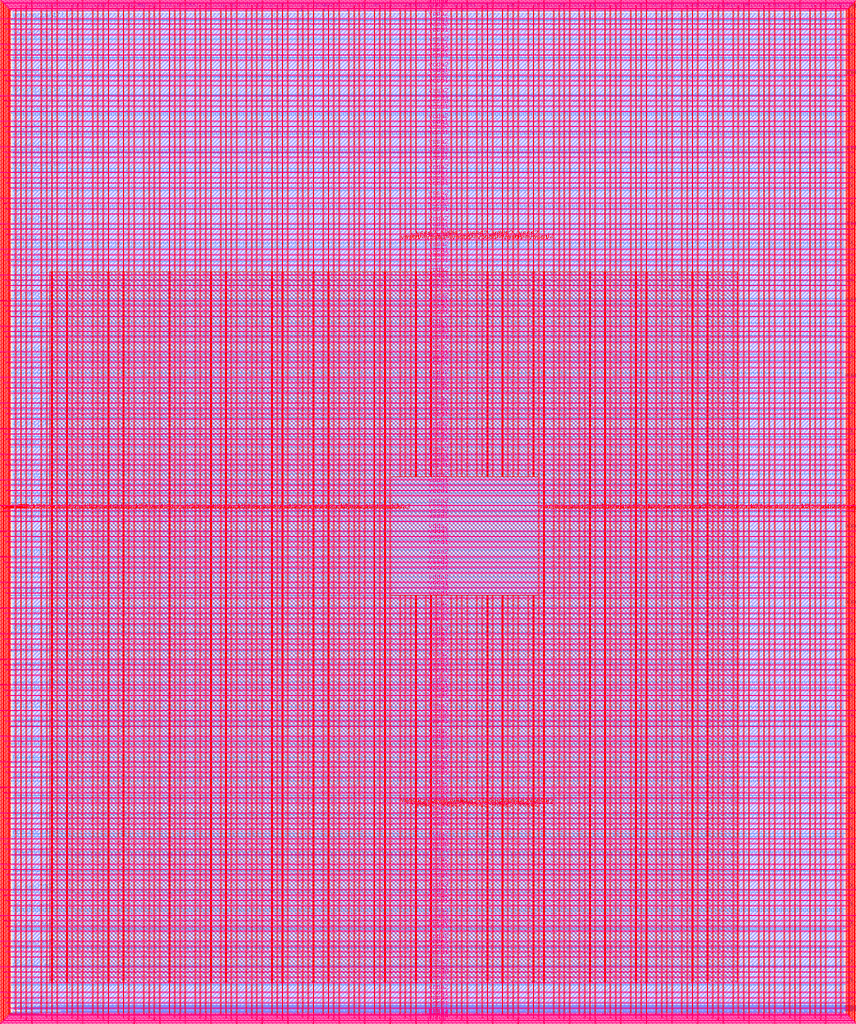
<source format=lef>
VERSION 5.7 ;
  NOWIREEXTENSIONATPIN ON ;
  DIVIDERCHAR "/" ;
  BUSBITCHARS "[]" ;
MACRO user_project_wrapper
  CLASS BLOCK ;
  FOREIGN user_project_wrapper ;
  ORIGIN 0.000 0.000 ;
  SIZE 2920.000 BY 3520.000 ;
  PIN analog_io[0]
    DIRECTION INOUT ;
    USE SIGNAL ;
    PORT
      LAYER met3 ;
        RECT 2917.600 1426.380 2924.800 1427.580 ;
    END
  END analog_io[0]
  PIN analog_io[10]
    DIRECTION INOUT ;
    USE SIGNAL ;
    PORT
      LAYER met2 ;
        RECT 2230.490 3517.600 2231.050 3524.800 ;
    END
  END analog_io[10]
  PIN analog_io[11]
    DIRECTION INOUT ;
    USE SIGNAL ;
    PORT
      LAYER met2 ;
        RECT 1905.730 3517.600 1906.290 3524.800 ;
    END
  END analog_io[11]
  PIN analog_io[12]
    DIRECTION INOUT ;
    USE SIGNAL ;
    PORT
      LAYER met2 ;
        RECT 1581.430 3517.600 1581.990 3524.800 ;
    END
  END analog_io[12]
  PIN analog_io[13]
    DIRECTION INOUT ;
    USE SIGNAL ;
    PORT
      LAYER met2 ;
        RECT 1257.130 3517.600 1257.690 3524.800 ;
    END
  END analog_io[13]
  PIN analog_io[14]
    DIRECTION INOUT ;
    USE SIGNAL ;
    PORT
      LAYER met2 ;
        RECT 932.370 3517.600 932.930 3524.800 ;
    END
  END analog_io[14]
  PIN analog_io[15]
    DIRECTION INOUT ;
    USE SIGNAL ;
    PORT
      LAYER met2 ;
        RECT 608.070 3517.600 608.630 3524.800 ;
    END
  END analog_io[15]
  PIN analog_io[16]
    DIRECTION INOUT ;
    USE SIGNAL ;
    PORT
      LAYER met2 ;
        RECT 283.770 3517.600 284.330 3524.800 ;
    END
  END analog_io[16]
  PIN analog_io[17]
    DIRECTION INOUT ;
    USE SIGNAL ;
    PORT
      LAYER met3 ;
        RECT -4.800 3486.100 2.400 3487.300 ;
    END
  END analog_io[17]
  PIN analog_io[18]
    DIRECTION INOUT ;
    USE SIGNAL ;
    PORT
      LAYER met3 ;
        RECT -4.800 3224.980 2.400 3226.180 ;
    END
  END analog_io[18]
  PIN analog_io[19]
    DIRECTION INOUT ;
    USE SIGNAL ;
    PORT
      LAYER met3 ;
        RECT -4.800 2964.540 2.400 2965.740 ;
    END
  END analog_io[19]
  PIN analog_io[1]
    DIRECTION INOUT ;
    USE SIGNAL ;
    PORT
      LAYER met3 ;
        RECT 2917.600 1692.260 2924.800 1693.460 ;
    END
  END analog_io[1]
  PIN analog_io[20]
    DIRECTION INOUT ;
    USE SIGNAL ;
    PORT
      LAYER met3 ;
        RECT -4.800 2703.420 2.400 2704.620 ;
    END
  END analog_io[20]
  PIN analog_io[21]
    DIRECTION INOUT ;
    USE SIGNAL ;
    PORT
      LAYER met3 ;
        RECT -4.800 2442.980 2.400 2444.180 ;
    END
  END analog_io[21]
  PIN analog_io[22]
    DIRECTION INOUT ;
    USE SIGNAL ;
    PORT
      LAYER met3 ;
        RECT -4.800 2182.540 2.400 2183.740 ;
    END
  END analog_io[22]
  PIN analog_io[23]
    DIRECTION INOUT ;
    USE SIGNAL ;
    PORT
      LAYER met3 ;
        RECT -4.800 1921.420 2.400 1922.620 ;
    END
  END analog_io[23]
  PIN analog_io[24]
    DIRECTION INOUT ;
    USE SIGNAL ;
    PORT
      LAYER met3 ;
        RECT -4.800 1660.980 2.400 1662.180 ;
    END
  END analog_io[24]
  PIN analog_io[25]
    DIRECTION INOUT ;
    USE SIGNAL ;
    PORT
      LAYER met3 ;
        RECT -4.800 1399.860 2.400 1401.060 ;
    END
  END analog_io[25]
  PIN analog_io[26]
    DIRECTION INOUT ;
    USE SIGNAL ;
    PORT
      LAYER met3 ;
        RECT -4.800 1139.420 2.400 1140.620 ;
    END
  END analog_io[26]
  PIN analog_io[27]
    DIRECTION INOUT ;
    USE SIGNAL ;
    PORT
      LAYER met3 ;
        RECT -4.800 878.980 2.400 880.180 ;
    END
  END analog_io[27]
  PIN analog_io[28]
    DIRECTION INOUT ;
    USE SIGNAL ;
    PORT
      LAYER met3 ;
        RECT -4.800 617.860 2.400 619.060 ;
    END
  END analog_io[28]
  PIN analog_io[2]
    DIRECTION INOUT ;
    USE SIGNAL ;
    PORT
      LAYER met3 ;
        RECT 2917.600 1958.140 2924.800 1959.340 ;
    END
  END analog_io[2]
  PIN analog_io[3]
    DIRECTION INOUT ;
    USE SIGNAL ;
    PORT
      LAYER met3 ;
        RECT 2917.600 2223.340 2924.800 2224.540 ;
    END
  END analog_io[3]
  PIN analog_io[4]
    DIRECTION INOUT ;
    USE SIGNAL ;
    PORT
      LAYER met3 ;
        RECT 2917.600 2489.220 2924.800 2490.420 ;
    END
  END analog_io[4]
  PIN analog_io[5]
    DIRECTION INOUT ;
    USE SIGNAL ;
    PORT
      LAYER met3 ;
        RECT 2917.600 2755.100 2924.800 2756.300 ;
    END
  END analog_io[5]
  PIN analog_io[6]
    DIRECTION INOUT ;
    USE SIGNAL ;
    PORT
      LAYER met3 ;
        RECT 2917.600 3020.300 2924.800 3021.500 ;
    END
  END analog_io[6]
  PIN analog_io[7]
    DIRECTION INOUT ;
    USE SIGNAL ;
    PORT
      LAYER met3 ;
        RECT 2917.600 3286.180 2924.800 3287.380 ;
    END
  END analog_io[7]
  PIN analog_io[8]
    DIRECTION INOUT ;
    USE SIGNAL ;
    PORT
      LAYER met2 ;
        RECT 2879.090 3517.600 2879.650 3524.800 ;
    END
  END analog_io[8]
  PIN analog_io[9]
    DIRECTION INOUT ;
    USE SIGNAL ;
    PORT
      LAYER met2 ;
        RECT 2554.790 3517.600 2555.350 3524.800 ;
    END
  END analog_io[9]
  PIN io_in[0]
    DIRECTION INPUT ;
    USE SIGNAL ;
    PORT
      LAYER met3 ;
        RECT 2917.600 32.380 2924.800 33.580 ;
    END
  END io_in[0]
  PIN io_in[10]
    DIRECTION INPUT ;
    USE SIGNAL ;
    PORT
      LAYER met3 ;
        RECT 2917.600 2289.980 2924.800 2291.180 ;
    END
  END io_in[10]
  PIN io_in[11]
    DIRECTION INPUT ;
    USE SIGNAL ;
    PORT
      LAYER met3 ;
        RECT 2917.600 2555.860 2924.800 2557.060 ;
    END
  END io_in[11]
  PIN io_in[12]
    DIRECTION INPUT ;
    USE SIGNAL ;
    PORT
      LAYER met3 ;
        RECT 2917.600 2821.060 2924.800 2822.260 ;
    END
  END io_in[12]
  PIN io_in[13]
    DIRECTION INPUT ;
    USE SIGNAL ;
    PORT
      LAYER met3 ;
        RECT 2917.600 3086.940 2924.800 3088.140 ;
    END
  END io_in[13]
  PIN io_in[14]
    DIRECTION INPUT ;
    USE SIGNAL ;
    PORT
      LAYER met3 ;
        RECT 2917.600 3352.820 2924.800 3354.020 ;
    END
  END io_in[14]
  PIN io_in[15]
    DIRECTION INPUT ;
    USE SIGNAL ;
    PORT
      LAYER met2 ;
        RECT 2798.130 3517.600 2798.690 3524.800 ;
    END
  END io_in[15]
  PIN io_in[16]
    DIRECTION INPUT ;
    USE SIGNAL ;
    PORT
      LAYER met2 ;
        RECT 2473.830 3517.600 2474.390 3524.800 ;
    END
  END io_in[16]
  PIN io_in[17]
    DIRECTION INPUT ;
    USE SIGNAL ;
    PORT
      LAYER met2 ;
        RECT 2149.070 3517.600 2149.630 3524.800 ;
    END
  END io_in[17]
  PIN io_in[18]
    DIRECTION INPUT ;
    USE SIGNAL ;
    PORT
      LAYER met2 ;
        RECT 1824.770 3517.600 1825.330 3524.800 ;
    END
  END io_in[18]
  PIN io_in[19]
    DIRECTION INPUT ;
    USE SIGNAL ;
    PORT
      LAYER met2 ;
        RECT 1500.470 3517.600 1501.030 3524.800 ;
    END
  END io_in[19]
  PIN io_in[1]
    DIRECTION INPUT ;
    USE SIGNAL ;
    PORT
      LAYER met3 ;
        RECT 2917.600 230.940 2924.800 232.140 ;
    END
  END io_in[1]
  PIN io_in[20]
    DIRECTION INPUT ;
    USE SIGNAL ;
    PORT
      LAYER met2 ;
        RECT 1175.710 3517.600 1176.270 3524.800 ;
    END
  END io_in[20]
  PIN io_in[21]
    DIRECTION INPUT ;
    USE SIGNAL ;
    PORT
      LAYER met2 ;
        RECT 851.410 3517.600 851.970 3524.800 ;
    END
  END io_in[21]
  PIN io_in[22]
    DIRECTION INPUT ;
    USE SIGNAL ;
    PORT
      LAYER met2 ;
        RECT 527.110 3517.600 527.670 3524.800 ;
    END
  END io_in[22]
  PIN io_in[23]
    DIRECTION INPUT ;
    USE SIGNAL ;
    PORT
      LAYER met2 ;
        RECT 202.350 3517.600 202.910 3524.800 ;
    END
  END io_in[23]
  PIN io_in[24]
    DIRECTION INPUT ;
    USE SIGNAL ;
    PORT
      LAYER met3 ;
        RECT -4.800 3420.820 2.400 3422.020 ;
    END
  END io_in[24]
  PIN io_in[25]
    DIRECTION INPUT ;
    USE SIGNAL ;
    PORT
      LAYER met3 ;
        RECT -4.800 3159.700 2.400 3160.900 ;
    END
  END io_in[25]
  PIN io_in[26]
    DIRECTION INPUT ;
    USE SIGNAL ;
    PORT
      LAYER met3 ;
        RECT -4.800 2899.260 2.400 2900.460 ;
    END
  END io_in[26]
  PIN io_in[27]
    DIRECTION INPUT ;
    USE SIGNAL ;
    PORT
      LAYER met3 ;
        RECT -4.800 2638.820 2.400 2640.020 ;
    END
  END io_in[27]
  PIN io_in[28]
    DIRECTION INPUT ;
    USE SIGNAL ;
    PORT
      LAYER met3 ;
        RECT -4.800 2377.700 2.400 2378.900 ;
    END
  END io_in[28]
  PIN io_in[29]
    DIRECTION INPUT ;
    USE SIGNAL ;
    PORT
      LAYER met3 ;
        RECT -4.800 2117.260 2.400 2118.460 ;
    END
  END io_in[29]
  PIN io_in[2]
    DIRECTION INPUT ;
    USE SIGNAL ;
    PORT
      LAYER met3 ;
        RECT 2917.600 430.180 2924.800 431.380 ;
    END
  END io_in[2]
  PIN io_in[30]
    DIRECTION INPUT ;
    USE SIGNAL ;
    PORT
      LAYER met3 ;
        RECT -4.800 1856.140 2.400 1857.340 ;
    END
  END io_in[30]
  PIN io_in[31]
    DIRECTION INPUT ;
    USE SIGNAL ;
    PORT
      LAYER met3 ;
        RECT -4.800 1595.700 2.400 1596.900 ;
    END
  END io_in[31]
  PIN io_in[32]
    DIRECTION INPUT ;
    USE SIGNAL ;
    PORT
      LAYER met3 ;
        RECT -4.800 1335.260 2.400 1336.460 ;
    END
  END io_in[32]
  PIN io_in[33]
    DIRECTION INPUT ;
    USE SIGNAL ;
    PORT
      LAYER met3 ;
        RECT -4.800 1074.140 2.400 1075.340 ;
    END
  END io_in[33]
  PIN io_in[34]
    DIRECTION INPUT ;
    USE SIGNAL ;
    PORT
      LAYER met3 ;
        RECT -4.800 813.700 2.400 814.900 ;
    END
  END io_in[34]
  PIN io_in[35]
    DIRECTION INPUT ;
    USE SIGNAL ;
    PORT
      LAYER met3 ;
        RECT -4.800 552.580 2.400 553.780 ;
    END
  END io_in[35]
  PIN io_in[36]
    DIRECTION INPUT ;
    USE SIGNAL ;
    PORT
      LAYER met3 ;
        RECT -4.800 357.420 2.400 358.620 ;
    END
  END io_in[36]
  PIN io_in[37]
    DIRECTION INPUT ;
    USE SIGNAL ;
    PORT
      LAYER met3 ;
        RECT -4.800 161.580 2.400 162.780 ;
    END
  END io_in[37]
  PIN io_in[3]
    DIRECTION INPUT ;
    USE SIGNAL ;
    PORT
      LAYER met3 ;
        RECT 2917.600 629.420 2924.800 630.620 ;
    END
  END io_in[3]
  PIN io_in[4]
    DIRECTION INPUT ;
    USE SIGNAL ;
    PORT
      LAYER met3 ;
        RECT 2917.600 828.660 2924.800 829.860 ;
    END
  END io_in[4]
  PIN io_in[5]
    DIRECTION INPUT ;
    USE SIGNAL ;
    PORT
      LAYER met3 ;
        RECT 2917.600 1027.900 2924.800 1029.100 ;
    END
  END io_in[5]
  PIN io_in[6]
    DIRECTION INPUT ;
    USE SIGNAL ;
    PORT
      LAYER met3 ;
        RECT 2917.600 1227.140 2924.800 1228.340 ;
    END
  END io_in[6]
  PIN io_in[7]
    DIRECTION INPUT ;
    USE SIGNAL ;
    PORT
      LAYER met3 ;
        RECT 2917.600 1493.020 2924.800 1494.220 ;
    END
  END io_in[7]
  PIN io_in[8]
    DIRECTION INPUT ;
    USE SIGNAL ;
    PORT
      LAYER met3 ;
        RECT 2917.600 1758.900 2924.800 1760.100 ;
    END
  END io_in[8]
  PIN io_in[9]
    DIRECTION INPUT ;
    USE SIGNAL ;
    PORT
      LAYER met3 ;
        RECT 2917.600 2024.100 2924.800 2025.300 ;
    END
  END io_in[9]
  PIN io_oeb[0]
    DIRECTION OUTPUT TRISTATE ;
    USE SIGNAL ;
    PORT
      LAYER met3 ;
        RECT 2917.600 164.980 2924.800 166.180 ;
    END
  END io_oeb[0]
  PIN io_oeb[10]
    DIRECTION OUTPUT TRISTATE ;
    USE SIGNAL ;
    PORT
      LAYER met3 ;
        RECT 2917.600 2422.580 2924.800 2423.780 ;
    END
  END io_oeb[10]
  PIN io_oeb[11]
    DIRECTION OUTPUT TRISTATE ;
    USE SIGNAL ;
    PORT
      LAYER met3 ;
        RECT 2917.600 2688.460 2924.800 2689.660 ;
    END
  END io_oeb[11]
  PIN io_oeb[12]
    DIRECTION OUTPUT TRISTATE ;
    USE SIGNAL ;
    PORT
      LAYER met3 ;
        RECT 2917.600 2954.340 2924.800 2955.540 ;
    END
  END io_oeb[12]
  PIN io_oeb[13]
    DIRECTION OUTPUT TRISTATE ;
    USE SIGNAL ;
    PORT
      LAYER met3 ;
        RECT 2917.600 3219.540 2924.800 3220.740 ;
    END
  END io_oeb[13]
  PIN io_oeb[14]
    DIRECTION OUTPUT TRISTATE ;
    USE SIGNAL ;
    PORT
      LAYER met3 ;
        RECT 2917.600 3485.420 2924.800 3486.620 ;
    END
  END io_oeb[14]
  PIN io_oeb[15]
    DIRECTION OUTPUT TRISTATE ;
    USE SIGNAL ;
    PORT
      LAYER met2 ;
        RECT 2635.750 3517.600 2636.310 3524.800 ;
    END
  END io_oeb[15]
  PIN io_oeb[16]
    DIRECTION OUTPUT TRISTATE ;
    USE SIGNAL ;
    PORT
      LAYER met2 ;
        RECT 2311.450 3517.600 2312.010 3524.800 ;
    END
  END io_oeb[16]
  PIN io_oeb[17]
    DIRECTION OUTPUT TRISTATE ;
    USE SIGNAL ;
    PORT
      LAYER met2 ;
        RECT 1987.150 3517.600 1987.710 3524.800 ;
    END
  END io_oeb[17]
  PIN io_oeb[18]
    DIRECTION OUTPUT TRISTATE ;
    USE SIGNAL ;
    PORT
      LAYER met2 ;
        RECT 1662.390 3517.600 1662.950 3524.800 ;
    END
  END io_oeb[18]
  PIN io_oeb[19]
    DIRECTION OUTPUT TRISTATE ;
    USE SIGNAL ;
    PORT
      LAYER met2 ;
        RECT 1338.090 3517.600 1338.650 3524.800 ;
    END
  END io_oeb[19]
  PIN io_oeb[1]
    DIRECTION OUTPUT TRISTATE ;
    USE SIGNAL ;
    PORT
      LAYER met3 ;
        RECT 2917.600 364.220 2924.800 365.420 ;
    END
  END io_oeb[1]
  PIN io_oeb[20]
    DIRECTION OUTPUT TRISTATE ;
    USE SIGNAL ;
    PORT
      LAYER met2 ;
        RECT 1013.790 3517.600 1014.350 3524.800 ;
    END
  END io_oeb[20]
  PIN io_oeb[21]
    DIRECTION OUTPUT TRISTATE ;
    USE SIGNAL ;
    PORT
      LAYER met2 ;
        RECT 689.030 3517.600 689.590 3524.800 ;
    END
  END io_oeb[21]
  PIN io_oeb[22]
    DIRECTION OUTPUT TRISTATE ;
    USE SIGNAL ;
    PORT
      LAYER met2 ;
        RECT 364.730 3517.600 365.290 3524.800 ;
    END
  END io_oeb[22]
  PIN io_oeb[23]
    DIRECTION OUTPUT TRISTATE ;
    USE SIGNAL ;
    PORT
      LAYER met2 ;
        RECT 40.430 3517.600 40.990 3524.800 ;
    END
  END io_oeb[23]
  PIN io_oeb[24]
    DIRECTION OUTPUT TRISTATE ;
    USE SIGNAL ;
    PORT
      LAYER met3 ;
        RECT -4.800 3290.260 2.400 3291.460 ;
    END
  END io_oeb[24]
  PIN io_oeb[25]
    DIRECTION OUTPUT TRISTATE ;
    USE SIGNAL ;
    PORT
      LAYER met3 ;
        RECT -4.800 3029.820 2.400 3031.020 ;
    END
  END io_oeb[25]
  PIN io_oeb[26]
    DIRECTION OUTPUT TRISTATE ;
    USE SIGNAL ;
    PORT
      LAYER met3 ;
        RECT -4.800 2768.700 2.400 2769.900 ;
    END
  END io_oeb[26]
  PIN io_oeb[27]
    DIRECTION OUTPUT TRISTATE ;
    USE SIGNAL ;
    PORT
      LAYER met3 ;
        RECT -4.800 2508.260 2.400 2509.460 ;
    END
  END io_oeb[27]
  PIN io_oeb[28]
    DIRECTION OUTPUT TRISTATE ;
    USE SIGNAL ;
    PORT
      LAYER met3 ;
        RECT -4.800 2247.140 2.400 2248.340 ;
    END
  END io_oeb[28]
  PIN io_oeb[29]
    DIRECTION OUTPUT TRISTATE ;
    USE SIGNAL ;
    PORT
      LAYER met3 ;
        RECT -4.800 1986.700 2.400 1987.900 ;
    END
  END io_oeb[29]
  PIN io_oeb[2]
    DIRECTION OUTPUT TRISTATE ;
    USE SIGNAL ;
    PORT
      LAYER met3 ;
        RECT 2917.600 563.460 2924.800 564.660 ;
    END
  END io_oeb[2]
  PIN io_oeb[30]
    DIRECTION OUTPUT TRISTATE ;
    USE SIGNAL ;
    PORT
      LAYER met3 ;
        RECT -4.800 1726.260 2.400 1727.460 ;
    END
  END io_oeb[30]
  PIN io_oeb[31]
    DIRECTION OUTPUT TRISTATE ;
    USE SIGNAL ;
    PORT
      LAYER met3 ;
        RECT -4.800 1465.140 2.400 1466.340 ;
    END
  END io_oeb[31]
  PIN io_oeb[32]
    DIRECTION OUTPUT TRISTATE ;
    USE SIGNAL ;
    PORT
      LAYER met3 ;
        RECT -4.800 1204.700 2.400 1205.900 ;
    END
  END io_oeb[32]
  PIN io_oeb[33]
    DIRECTION OUTPUT TRISTATE ;
    USE SIGNAL ;
    PORT
      LAYER met3 ;
        RECT -4.800 943.580 2.400 944.780 ;
    END
  END io_oeb[33]
  PIN io_oeb[34]
    DIRECTION OUTPUT TRISTATE ;
    USE SIGNAL ;
    PORT
      LAYER met3 ;
        RECT -4.800 683.140 2.400 684.340 ;
    END
  END io_oeb[34]
  PIN io_oeb[35]
    DIRECTION OUTPUT TRISTATE ;
    USE SIGNAL ;
    PORT
      LAYER met3 ;
        RECT -4.800 422.700 2.400 423.900 ;
    END
  END io_oeb[35]
  PIN io_oeb[36]
    DIRECTION OUTPUT TRISTATE ;
    USE SIGNAL ;
    PORT
      LAYER met3 ;
        RECT -4.800 226.860 2.400 228.060 ;
    END
  END io_oeb[36]
  PIN io_oeb[37]
    DIRECTION OUTPUT TRISTATE ;
    USE SIGNAL ;
    PORT
      LAYER met3 ;
        RECT -4.800 31.700 2.400 32.900 ;
    END
  END io_oeb[37]
  PIN io_oeb[3]
    DIRECTION OUTPUT TRISTATE ;
    USE SIGNAL ;
    PORT
      LAYER met3 ;
        RECT 2917.600 762.700 2924.800 763.900 ;
    END
  END io_oeb[3]
  PIN io_oeb[4]
    DIRECTION OUTPUT TRISTATE ;
    USE SIGNAL ;
    PORT
      LAYER met3 ;
        RECT 2917.600 961.940 2924.800 963.140 ;
    END
  END io_oeb[4]
  PIN io_oeb[5]
    DIRECTION OUTPUT TRISTATE ;
    USE SIGNAL ;
    PORT
      LAYER met3 ;
        RECT 2917.600 1161.180 2924.800 1162.380 ;
    END
  END io_oeb[5]
  PIN io_oeb[6]
    DIRECTION OUTPUT TRISTATE ;
    USE SIGNAL ;
    PORT
      LAYER met3 ;
        RECT 2917.600 1360.420 2924.800 1361.620 ;
    END
  END io_oeb[6]
  PIN io_oeb[7]
    DIRECTION OUTPUT TRISTATE ;
    USE SIGNAL ;
    PORT
      LAYER met3 ;
        RECT 2917.600 1625.620 2924.800 1626.820 ;
    END
  END io_oeb[7]
  PIN io_oeb[8]
    DIRECTION OUTPUT TRISTATE ;
    USE SIGNAL ;
    PORT
      LAYER met3 ;
        RECT 2917.600 1891.500 2924.800 1892.700 ;
    END
  END io_oeb[8]
  PIN io_oeb[9]
    DIRECTION OUTPUT TRISTATE ;
    USE SIGNAL ;
    PORT
      LAYER met3 ;
        RECT 2917.600 2157.380 2924.800 2158.580 ;
    END
  END io_oeb[9]
  PIN io_out[0]
    DIRECTION OUTPUT TRISTATE ;
    USE SIGNAL ;
    PORT
      LAYER met3 ;
        RECT 2917.600 98.340 2924.800 99.540 ;
    END
  END io_out[0]
  PIN io_out[10]
    DIRECTION OUTPUT TRISTATE ;
    USE SIGNAL ;
    PORT
      LAYER met3 ;
        RECT 2917.600 2356.620 2924.800 2357.820 ;
    END
  END io_out[10]
  PIN io_out[11]
    DIRECTION OUTPUT TRISTATE ;
    USE SIGNAL ;
    PORT
      LAYER met3 ;
        RECT 2917.600 2621.820 2924.800 2623.020 ;
    END
  END io_out[11]
  PIN io_out[12]
    DIRECTION OUTPUT TRISTATE ;
    USE SIGNAL ;
    PORT
      LAYER met3 ;
        RECT 2917.600 2887.700 2924.800 2888.900 ;
    END
  END io_out[12]
  PIN io_out[13]
    DIRECTION OUTPUT TRISTATE ;
    USE SIGNAL ;
    PORT
      LAYER met3 ;
        RECT 2917.600 3153.580 2924.800 3154.780 ;
    END
  END io_out[13]
  PIN io_out[14]
    DIRECTION OUTPUT TRISTATE ;
    USE SIGNAL ;
    PORT
      LAYER met3 ;
        RECT 2917.600 3418.780 2924.800 3419.980 ;
    END
  END io_out[14]
  PIN io_out[15]
    DIRECTION OUTPUT TRISTATE ;
    USE SIGNAL ;
    PORT
      LAYER met2 ;
        RECT 2717.170 3517.600 2717.730 3524.800 ;
    END
  END io_out[15]
  PIN io_out[16]
    DIRECTION OUTPUT TRISTATE ;
    USE SIGNAL ;
    PORT
      LAYER met2 ;
        RECT 2392.410 3517.600 2392.970 3524.800 ;
    END
  END io_out[16]
  PIN io_out[17]
    DIRECTION OUTPUT TRISTATE ;
    USE SIGNAL ;
    PORT
      LAYER met2 ;
        RECT 2068.110 3517.600 2068.670 3524.800 ;
    END
  END io_out[17]
  PIN io_out[18]
    DIRECTION OUTPUT TRISTATE ;
    USE SIGNAL ;
    PORT
      LAYER met2 ;
        RECT 1743.810 3517.600 1744.370 3524.800 ;
    END
  END io_out[18]
  PIN io_out[19]
    DIRECTION OUTPUT TRISTATE ;
    USE SIGNAL ;
    PORT
      LAYER met2 ;
        RECT 1419.050 3517.600 1419.610 3524.800 ;
    END
  END io_out[19]
  PIN io_out[1]
    DIRECTION OUTPUT TRISTATE ;
    USE SIGNAL ;
    PORT
      LAYER met3 ;
        RECT 2917.600 297.580 2924.800 298.780 ;
    END
  END io_out[1]
  PIN io_out[20]
    DIRECTION OUTPUT TRISTATE ;
    USE SIGNAL ;
    PORT
      LAYER met2 ;
        RECT 1094.750 3517.600 1095.310 3524.800 ;
    END
  END io_out[20]
  PIN io_out[21]
    DIRECTION OUTPUT TRISTATE ;
    USE SIGNAL ;
    PORT
      LAYER met2 ;
        RECT 770.450 3517.600 771.010 3524.800 ;
    END
  END io_out[21]
  PIN io_out[22]
    DIRECTION OUTPUT TRISTATE ;
    USE SIGNAL ;
    PORT
      LAYER met2 ;
        RECT 445.690 3517.600 446.250 3524.800 ;
    END
  END io_out[22]
  PIN io_out[23]
    DIRECTION OUTPUT TRISTATE ;
    USE SIGNAL ;
    PORT
      LAYER met2 ;
        RECT 121.390 3517.600 121.950 3524.800 ;
    END
  END io_out[23]
  PIN io_out[24]
    DIRECTION OUTPUT TRISTATE ;
    USE SIGNAL ;
    PORT
      LAYER met3 ;
        RECT -4.800 3355.540 2.400 3356.740 ;
    END
  END io_out[24]
  PIN io_out[25]
    DIRECTION OUTPUT TRISTATE ;
    USE SIGNAL ;
    PORT
      LAYER met3 ;
        RECT -4.800 3095.100 2.400 3096.300 ;
    END
  END io_out[25]
  PIN io_out[26]
    DIRECTION OUTPUT TRISTATE ;
    USE SIGNAL ;
    PORT
      LAYER met3 ;
        RECT -4.800 2833.980 2.400 2835.180 ;
    END
  END io_out[26]
  PIN io_out[27]
    DIRECTION OUTPUT TRISTATE ;
    USE SIGNAL ;
    PORT
      LAYER met3 ;
        RECT -4.800 2573.540 2.400 2574.740 ;
    END
  END io_out[27]
  PIN io_out[28]
    DIRECTION OUTPUT TRISTATE ;
    USE SIGNAL ;
    PORT
      LAYER met3 ;
        RECT -4.800 2312.420 2.400 2313.620 ;
    END
  END io_out[28]
  PIN io_out[29]
    DIRECTION OUTPUT TRISTATE ;
    USE SIGNAL ;
    PORT
      LAYER met3 ;
        RECT -4.800 2051.980 2.400 2053.180 ;
    END
  END io_out[29]
  PIN io_out[2]
    DIRECTION OUTPUT TRISTATE ;
    USE SIGNAL ;
    PORT
      LAYER met3 ;
        RECT 2917.600 496.820 2924.800 498.020 ;
    END
  END io_out[2]
  PIN io_out[30]
    DIRECTION OUTPUT TRISTATE ;
    USE SIGNAL ;
    PORT
      LAYER met3 ;
        RECT -4.800 1791.540 2.400 1792.740 ;
    END
  END io_out[30]
  PIN io_out[31]
    DIRECTION OUTPUT TRISTATE ;
    USE SIGNAL ;
    PORT
      LAYER met3 ;
        RECT -4.800 1530.420 2.400 1531.620 ;
    END
  END io_out[31]
  PIN io_out[32]
    DIRECTION OUTPUT TRISTATE ;
    USE SIGNAL ;
    PORT
      LAYER met3 ;
        RECT -4.800 1269.980 2.400 1271.180 ;
    END
  END io_out[32]
  PIN io_out[33]
    DIRECTION OUTPUT TRISTATE ;
    USE SIGNAL ;
    PORT
      LAYER met3 ;
        RECT -4.800 1008.860 2.400 1010.060 ;
    END
  END io_out[33]
  PIN io_out[34]
    DIRECTION OUTPUT TRISTATE ;
    USE SIGNAL ;
    PORT
      LAYER met3 ;
        RECT -4.800 748.420 2.400 749.620 ;
    END
  END io_out[34]
  PIN io_out[35]
    DIRECTION OUTPUT TRISTATE ;
    USE SIGNAL ;
    PORT
      LAYER met3 ;
        RECT -4.800 487.300 2.400 488.500 ;
    END
  END io_out[35]
  PIN io_out[36]
    DIRECTION OUTPUT TRISTATE ;
    USE SIGNAL ;
    PORT
      LAYER met3 ;
        RECT -4.800 292.140 2.400 293.340 ;
    END
  END io_out[36]
  PIN io_out[37]
    DIRECTION OUTPUT TRISTATE ;
    USE SIGNAL ;
    PORT
      LAYER met3 ;
        RECT -4.800 96.300 2.400 97.500 ;
    END
  END io_out[37]
  PIN io_out[3]
    DIRECTION OUTPUT TRISTATE ;
    USE SIGNAL ;
    PORT
      LAYER met3 ;
        RECT 2917.600 696.060 2924.800 697.260 ;
    END
  END io_out[3]
  PIN io_out[4]
    DIRECTION OUTPUT TRISTATE ;
    USE SIGNAL ;
    PORT
      LAYER met3 ;
        RECT 2917.600 895.300 2924.800 896.500 ;
    END
  END io_out[4]
  PIN io_out[5]
    DIRECTION OUTPUT TRISTATE ;
    USE SIGNAL ;
    PORT
      LAYER met3 ;
        RECT 2917.600 1094.540 2924.800 1095.740 ;
    END
  END io_out[5]
  PIN io_out[6]
    DIRECTION OUTPUT TRISTATE ;
    USE SIGNAL ;
    PORT
      LAYER met3 ;
        RECT 2917.600 1293.780 2924.800 1294.980 ;
    END
  END io_out[6]
  PIN io_out[7]
    DIRECTION OUTPUT TRISTATE ;
    USE SIGNAL ;
    PORT
      LAYER met3 ;
        RECT 2917.600 1559.660 2924.800 1560.860 ;
    END
  END io_out[7]
  PIN io_out[8]
    DIRECTION OUTPUT TRISTATE ;
    USE SIGNAL ;
    PORT
      LAYER met3 ;
        RECT 2917.600 1824.860 2924.800 1826.060 ;
    END
  END io_out[8]
  PIN io_out[9]
    DIRECTION OUTPUT TRISTATE ;
    USE SIGNAL ;
    PORT
      LAYER met3 ;
        RECT 2917.600 2090.740 2924.800 2091.940 ;
    END
  END io_out[9]
  PIN la_data_in[0]
    DIRECTION INPUT ;
    USE SIGNAL ;
    PORT
      LAYER met2 ;
        RECT 629.230 -4.800 629.790 2.400 ;
    END
  END la_data_in[0]
  PIN la_data_in[100]
    DIRECTION INPUT ;
    USE SIGNAL ;
    PORT
      LAYER met2 ;
        RECT 2402.530 -4.800 2403.090 2.400 ;
    END
  END la_data_in[100]
  PIN la_data_in[101]
    DIRECTION INPUT ;
    USE SIGNAL ;
    PORT
      LAYER met2 ;
        RECT 2420.010 -4.800 2420.570 2.400 ;
    END
  END la_data_in[101]
  PIN la_data_in[102]
    DIRECTION INPUT ;
    USE SIGNAL ;
    PORT
      LAYER met2 ;
        RECT 2437.950 -4.800 2438.510 2.400 ;
    END
  END la_data_in[102]
  PIN la_data_in[103]
    DIRECTION INPUT ;
    USE SIGNAL ;
    PORT
      LAYER met2 ;
        RECT 2455.430 -4.800 2455.990 2.400 ;
    END
  END la_data_in[103]
  PIN la_data_in[104]
    DIRECTION INPUT ;
    USE SIGNAL ;
    PORT
      LAYER met2 ;
        RECT 2473.370 -4.800 2473.930 2.400 ;
    END
  END la_data_in[104]
  PIN la_data_in[105]
    DIRECTION INPUT ;
    USE SIGNAL ;
    PORT
      LAYER met2 ;
        RECT 2490.850 -4.800 2491.410 2.400 ;
    END
  END la_data_in[105]
  PIN la_data_in[106]
    DIRECTION INPUT ;
    USE SIGNAL ;
    PORT
      LAYER met2 ;
        RECT 2508.790 -4.800 2509.350 2.400 ;
    END
  END la_data_in[106]
  PIN la_data_in[107]
    DIRECTION INPUT ;
    USE SIGNAL ;
    PORT
      LAYER met2 ;
        RECT 2526.730 -4.800 2527.290 2.400 ;
    END
  END la_data_in[107]
  PIN la_data_in[108]
    DIRECTION INPUT ;
    USE SIGNAL ;
    PORT
      LAYER met2 ;
        RECT 2544.210 -4.800 2544.770 2.400 ;
    END
  END la_data_in[108]
  PIN la_data_in[109]
    DIRECTION INPUT ;
    USE SIGNAL ;
    PORT
      LAYER met2 ;
        RECT 2562.150 -4.800 2562.710 2.400 ;
    END
  END la_data_in[109]
  PIN la_data_in[10]
    DIRECTION INPUT ;
    USE SIGNAL ;
    PORT
      LAYER met2 ;
        RECT 806.330 -4.800 806.890 2.400 ;
    END
  END la_data_in[10]
  PIN la_data_in[110]
    DIRECTION INPUT ;
    USE SIGNAL ;
    PORT
      LAYER met2 ;
        RECT 2579.630 -4.800 2580.190 2.400 ;
    END
  END la_data_in[110]
  PIN la_data_in[111]
    DIRECTION INPUT ;
    USE SIGNAL ;
    PORT
      LAYER met2 ;
        RECT 2597.570 -4.800 2598.130 2.400 ;
    END
  END la_data_in[111]
  PIN la_data_in[112]
    DIRECTION INPUT ;
    USE SIGNAL ;
    PORT
      LAYER met2 ;
        RECT 2615.050 -4.800 2615.610 2.400 ;
    END
  END la_data_in[112]
  PIN la_data_in[113]
    DIRECTION INPUT ;
    USE SIGNAL ;
    PORT
      LAYER met2 ;
        RECT 2632.990 -4.800 2633.550 2.400 ;
    END
  END la_data_in[113]
  PIN la_data_in[114]
    DIRECTION INPUT ;
    USE SIGNAL ;
    PORT
      LAYER met2 ;
        RECT 2650.470 -4.800 2651.030 2.400 ;
    END
  END la_data_in[114]
  PIN la_data_in[115]
    DIRECTION INPUT ;
    USE SIGNAL ;
    PORT
      LAYER met2 ;
        RECT 2668.410 -4.800 2668.970 2.400 ;
    END
  END la_data_in[115]
  PIN la_data_in[116]
    DIRECTION INPUT ;
    USE SIGNAL ;
    PORT
      LAYER met2 ;
        RECT 2685.890 -4.800 2686.450 2.400 ;
    END
  END la_data_in[116]
  PIN la_data_in[117]
    DIRECTION INPUT ;
    USE SIGNAL ;
    PORT
      LAYER met2 ;
        RECT 2703.830 -4.800 2704.390 2.400 ;
    END
  END la_data_in[117]
  PIN la_data_in[118]
    DIRECTION INPUT ;
    USE SIGNAL ;
    PORT
      LAYER met2 ;
        RECT 2721.770 -4.800 2722.330 2.400 ;
    END
  END la_data_in[118]
  PIN la_data_in[119]
    DIRECTION INPUT ;
    USE SIGNAL ;
    PORT
      LAYER met2 ;
        RECT 2739.250 -4.800 2739.810 2.400 ;
    END
  END la_data_in[119]
  PIN la_data_in[11]
    DIRECTION INPUT ;
    USE SIGNAL ;
    PORT
      LAYER met2 ;
        RECT 824.270 -4.800 824.830 2.400 ;
    END
  END la_data_in[11]
  PIN la_data_in[120]
    DIRECTION INPUT ;
    USE SIGNAL ;
    PORT
      LAYER met2 ;
        RECT 2757.190 -4.800 2757.750 2.400 ;
    END
  END la_data_in[120]
  PIN la_data_in[121]
    DIRECTION INPUT ;
    USE SIGNAL ;
    PORT
      LAYER met2 ;
        RECT 2774.670 -4.800 2775.230 2.400 ;
    END
  END la_data_in[121]
  PIN la_data_in[122]
    DIRECTION INPUT ;
    USE SIGNAL ;
    PORT
      LAYER met2 ;
        RECT 2792.610 -4.800 2793.170 2.400 ;
    END
  END la_data_in[122]
  PIN la_data_in[123]
    DIRECTION INPUT ;
    USE SIGNAL ;
    PORT
      LAYER met2 ;
        RECT 2810.090 -4.800 2810.650 2.400 ;
    END
  END la_data_in[123]
  PIN la_data_in[124]
    DIRECTION INPUT ;
    USE SIGNAL ;
    PORT
      LAYER met2 ;
        RECT 2828.030 -4.800 2828.590 2.400 ;
    END
  END la_data_in[124]
  PIN la_data_in[125]
    DIRECTION INPUT ;
    USE SIGNAL ;
    PORT
      LAYER met2 ;
        RECT 2845.510 -4.800 2846.070 2.400 ;
    END
  END la_data_in[125]
  PIN la_data_in[126]
    DIRECTION INPUT ;
    USE SIGNAL ;
    PORT
      LAYER met2 ;
        RECT 2863.450 -4.800 2864.010 2.400 ;
    END
  END la_data_in[126]
  PIN la_data_in[127]
    DIRECTION INPUT ;
    USE SIGNAL ;
    PORT
      LAYER met2 ;
        RECT 2881.390 -4.800 2881.950 2.400 ;
    END
  END la_data_in[127]
  PIN la_data_in[12]
    DIRECTION INPUT ;
    USE SIGNAL ;
    PORT
      LAYER met2 ;
        RECT 841.750 -4.800 842.310 2.400 ;
    END
  END la_data_in[12]
  PIN la_data_in[13]
    DIRECTION INPUT ;
    USE SIGNAL ;
    PORT
      LAYER met2 ;
        RECT 859.690 -4.800 860.250 2.400 ;
    END
  END la_data_in[13]
  PIN la_data_in[14]
    DIRECTION INPUT ;
    USE SIGNAL ;
    PORT
      LAYER met2 ;
        RECT 877.170 -4.800 877.730 2.400 ;
    END
  END la_data_in[14]
  PIN la_data_in[15]
    DIRECTION INPUT ;
    USE SIGNAL ;
    PORT
      LAYER met2 ;
        RECT 895.110 -4.800 895.670 2.400 ;
    END
  END la_data_in[15]
  PIN la_data_in[16]
    DIRECTION INPUT ;
    USE SIGNAL ;
    PORT
      LAYER met2 ;
        RECT 912.590 -4.800 913.150 2.400 ;
    END
  END la_data_in[16]
  PIN la_data_in[17]
    DIRECTION INPUT ;
    USE SIGNAL ;
    PORT
      LAYER met2 ;
        RECT 930.530 -4.800 931.090 2.400 ;
    END
  END la_data_in[17]
  PIN la_data_in[18]
    DIRECTION INPUT ;
    USE SIGNAL ;
    PORT
      LAYER met2 ;
        RECT 948.470 -4.800 949.030 2.400 ;
    END
  END la_data_in[18]
  PIN la_data_in[19]
    DIRECTION INPUT ;
    USE SIGNAL ;
    PORT
      LAYER met2 ;
        RECT 965.950 -4.800 966.510 2.400 ;
    END
  END la_data_in[19]
  PIN la_data_in[1]
    DIRECTION INPUT ;
    USE SIGNAL ;
    PORT
      LAYER met2 ;
        RECT 646.710 -4.800 647.270 2.400 ;
    END
  END la_data_in[1]
  PIN la_data_in[20]
    DIRECTION INPUT ;
    USE SIGNAL ;
    PORT
      LAYER met2 ;
        RECT 983.890 -4.800 984.450 2.400 ;
    END
  END la_data_in[20]
  PIN la_data_in[21]
    DIRECTION INPUT ;
    USE SIGNAL ;
    PORT
      LAYER met2 ;
        RECT 1001.370 -4.800 1001.930 2.400 ;
    END
  END la_data_in[21]
  PIN la_data_in[22]
    DIRECTION INPUT ;
    USE SIGNAL ;
    PORT
      LAYER met2 ;
        RECT 1019.310 -4.800 1019.870 2.400 ;
    END
  END la_data_in[22]
  PIN la_data_in[23]
    DIRECTION INPUT ;
    USE SIGNAL ;
    PORT
      LAYER met2 ;
        RECT 1036.790 -4.800 1037.350 2.400 ;
    END
  END la_data_in[23]
  PIN la_data_in[24]
    DIRECTION INPUT ;
    USE SIGNAL ;
    PORT
      LAYER met2 ;
        RECT 1054.730 -4.800 1055.290 2.400 ;
    END
  END la_data_in[24]
  PIN la_data_in[25]
    DIRECTION INPUT ;
    USE SIGNAL ;
    PORT
      LAYER met2 ;
        RECT 1072.210 -4.800 1072.770 2.400 ;
    END
  END la_data_in[25]
  PIN la_data_in[26]
    DIRECTION INPUT ;
    USE SIGNAL ;
    PORT
      LAYER met2 ;
        RECT 1090.150 -4.800 1090.710 2.400 ;
    END
  END la_data_in[26]
  PIN la_data_in[27]
    DIRECTION INPUT ;
    USE SIGNAL ;
    PORT
      LAYER met2 ;
        RECT 1107.630 -4.800 1108.190 2.400 ;
    END
  END la_data_in[27]
  PIN la_data_in[28]
    DIRECTION INPUT ;
    USE SIGNAL ;
    PORT
      LAYER met2 ;
        RECT 1125.570 -4.800 1126.130 2.400 ;
    END
  END la_data_in[28]
  PIN la_data_in[29]
    DIRECTION INPUT ;
    USE SIGNAL ;
    PORT
      LAYER met2 ;
        RECT 1143.510 -4.800 1144.070 2.400 ;
    END
  END la_data_in[29]
  PIN la_data_in[2]
    DIRECTION INPUT ;
    USE SIGNAL ;
    PORT
      LAYER met2 ;
        RECT 664.650 -4.800 665.210 2.400 ;
    END
  END la_data_in[2]
  PIN la_data_in[30]
    DIRECTION INPUT ;
    USE SIGNAL ;
    PORT
      LAYER met2 ;
        RECT 1160.990 -4.800 1161.550 2.400 ;
    END
  END la_data_in[30]
  PIN la_data_in[31]
    DIRECTION INPUT ;
    USE SIGNAL ;
    PORT
      LAYER met2 ;
        RECT 1178.930 -4.800 1179.490 2.400 ;
    END
  END la_data_in[31]
  PIN la_data_in[32]
    DIRECTION INPUT ;
    USE SIGNAL ;
    PORT
      LAYER met2 ;
        RECT 1196.410 -4.800 1196.970 2.400 ;
    END
  END la_data_in[32]
  PIN la_data_in[33]
    DIRECTION INPUT ;
    USE SIGNAL ;
    PORT
      LAYER met2 ;
        RECT 1214.350 -4.800 1214.910 2.400 ;
    END
  END la_data_in[33]
  PIN la_data_in[34]
    DIRECTION INPUT ;
    USE SIGNAL ;
    PORT
      LAYER met2 ;
        RECT 1231.830 -4.800 1232.390 2.400 ;
    END
  END la_data_in[34]
  PIN la_data_in[35]
    DIRECTION INPUT ;
    USE SIGNAL ;
    PORT
      LAYER met2 ;
        RECT 1249.770 -4.800 1250.330 2.400 ;
    END
  END la_data_in[35]
  PIN la_data_in[36]
    DIRECTION INPUT ;
    USE SIGNAL ;
    PORT
      LAYER met2 ;
        RECT 1267.250 -4.800 1267.810 2.400 ;
    END
  END la_data_in[36]
  PIN la_data_in[37]
    DIRECTION INPUT ;
    USE SIGNAL ;
    PORT
      LAYER met2 ;
        RECT 1285.190 -4.800 1285.750 2.400 ;
    END
  END la_data_in[37]
  PIN la_data_in[38]
    DIRECTION INPUT ;
    USE SIGNAL ;
    PORT
      LAYER met2 ;
        RECT 1303.130 -4.800 1303.690 2.400 ;
    END
  END la_data_in[38]
  PIN la_data_in[39]
    DIRECTION INPUT ;
    USE SIGNAL ;
    PORT
      LAYER met2 ;
        RECT 1320.610 -4.800 1321.170 2.400 ;
    END
  END la_data_in[39]
  PIN la_data_in[3]
    DIRECTION INPUT ;
    USE SIGNAL ;
    PORT
      LAYER met2 ;
        RECT 682.130 -4.800 682.690 2.400 ;
    END
  END la_data_in[3]
  PIN la_data_in[40]
    DIRECTION INPUT ;
    USE SIGNAL ;
    PORT
      LAYER met2 ;
        RECT 1338.550 -4.800 1339.110 2.400 ;
    END
  END la_data_in[40]
  PIN la_data_in[41]
    DIRECTION INPUT ;
    USE SIGNAL ;
    PORT
      LAYER met2 ;
        RECT 1356.030 -4.800 1356.590 2.400 ;
    END
  END la_data_in[41]
  PIN la_data_in[42]
    DIRECTION INPUT ;
    USE SIGNAL ;
    PORT
      LAYER met2 ;
        RECT 1373.970 -4.800 1374.530 2.400 ;
    END
  END la_data_in[42]
  PIN la_data_in[43]
    DIRECTION INPUT ;
    USE SIGNAL ;
    PORT
      LAYER met2 ;
        RECT 1391.450 -4.800 1392.010 2.400 ;
    END
  END la_data_in[43]
  PIN la_data_in[44]
    DIRECTION INPUT ;
    USE SIGNAL ;
    PORT
      LAYER met2 ;
        RECT 1409.390 -4.800 1409.950 2.400 ;
    END
  END la_data_in[44]
  PIN la_data_in[45]
    DIRECTION INPUT ;
    USE SIGNAL ;
    PORT
      LAYER met2 ;
        RECT 1426.870 -4.800 1427.430 2.400 ;
    END
  END la_data_in[45]
  PIN la_data_in[46]
    DIRECTION INPUT ;
    USE SIGNAL ;
    PORT
      LAYER met2 ;
        RECT 1444.810 -4.800 1445.370 2.400 ;
    END
  END la_data_in[46]
  PIN la_data_in[47]
    DIRECTION INPUT ;
    USE SIGNAL ;
    PORT
      LAYER met2 ;
        RECT 1462.750 -4.800 1463.310 2.400 ;
    END
  END la_data_in[47]
  PIN la_data_in[48]
    DIRECTION INPUT ;
    USE SIGNAL ;
    PORT
      LAYER met2 ;
        RECT 1480.230 -4.800 1480.790 2.400 ;
    END
  END la_data_in[48]
  PIN la_data_in[49]
    DIRECTION INPUT ;
    USE SIGNAL ;
    PORT
      LAYER met2 ;
        RECT 1498.170 -4.800 1498.730 2.400 ;
    END
  END la_data_in[49]
  PIN la_data_in[4]
    DIRECTION INPUT ;
    USE SIGNAL ;
    PORT
      LAYER met2 ;
        RECT 700.070 -4.800 700.630 2.400 ;
    END
  END la_data_in[4]
  PIN la_data_in[50]
    DIRECTION INPUT ;
    USE SIGNAL ;
    PORT
      LAYER met2 ;
        RECT 1515.650 -4.800 1516.210 2.400 ;
    END
  END la_data_in[50]
  PIN la_data_in[51]
    DIRECTION INPUT ;
    USE SIGNAL ;
    PORT
      LAYER met2 ;
        RECT 1533.590 -4.800 1534.150 2.400 ;
    END
  END la_data_in[51]
  PIN la_data_in[52]
    DIRECTION INPUT ;
    USE SIGNAL ;
    PORT
      LAYER met2 ;
        RECT 1551.070 -4.800 1551.630 2.400 ;
    END
  END la_data_in[52]
  PIN la_data_in[53]
    DIRECTION INPUT ;
    USE SIGNAL ;
    PORT
      LAYER met2 ;
        RECT 1569.010 -4.800 1569.570 2.400 ;
    END
  END la_data_in[53]
  PIN la_data_in[54]
    DIRECTION INPUT ;
    USE SIGNAL ;
    PORT
      LAYER met2 ;
        RECT 1586.490 -4.800 1587.050 2.400 ;
    END
  END la_data_in[54]
  PIN la_data_in[55]
    DIRECTION INPUT ;
    USE SIGNAL ;
    PORT
      LAYER met2 ;
        RECT 1604.430 -4.800 1604.990 2.400 ;
    END
  END la_data_in[55]
  PIN la_data_in[56]
    DIRECTION INPUT ;
    USE SIGNAL ;
    PORT
      LAYER met2 ;
        RECT 1621.910 -4.800 1622.470 2.400 ;
    END
  END la_data_in[56]
  PIN la_data_in[57]
    DIRECTION INPUT ;
    USE SIGNAL ;
    PORT
      LAYER met2 ;
        RECT 1639.850 -4.800 1640.410 2.400 ;
    END
  END la_data_in[57]
  PIN la_data_in[58]
    DIRECTION INPUT ;
    USE SIGNAL ;
    PORT
      LAYER met2 ;
        RECT 1657.790 -4.800 1658.350 2.400 ;
    END
  END la_data_in[58]
  PIN la_data_in[59]
    DIRECTION INPUT ;
    USE SIGNAL ;
    PORT
      LAYER met2 ;
        RECT 1675.270 -4.800 1675.830 2.400 ;
    END
  END la_data_in[59]
  PIN la_data_in[5]
    DIRECTION INPUT ;
    USE SIGNAL ;
    PORT
      LAYER met2 ;
        RECT 717.550 -4.800 718.110 2.400 ;
    END
  END la_data_in[5]
  PIN la_data_in[60]
    DIRECTION INPUT ;
    USE SIGNAL ;
    PORT
      LAYER met2 ;
        RECT 1693.210 -4.800 1693.770 2.400 ;
    END
  END la_data_in[60]
  PIN la_data_in[61]
    DIRECTION INPUT ;
    USE SIGNAL ;
    PORT
      LAYER met2 ;
        RECT 1710.690 -4.800 1711.250 2.400 ;
    END
  END la_data_in[61]
  PIN la_data_in[62]
    DIRECTION INPUT ;
    USE SIGNAL ;
    PORT
      LAYER met2 ;
        RECT 1728.630 -4.800 1729.190 2.400 ;
    END
  END la_data_in[62]
  PIN la_data_in[63]
    DIRECTION INPUT ;
    USE SIGNAL ;
    PORT
      LAYER met2 ;
        RECT 1746.110 -4.800 1746.670 2.400 ;
    END
  END la_data_in[63]
  PIN la_data_in[64]
    DIRECTION INPUT ;
    USE SIGNAL ;
    PORT
      LAYER met2 ;
        RECT 1764.050 -4.800 1764.610 2.400 ;
    END
  END la_data_in[64]
  PIN la_data_in[65]
    DIRECTION INPUT ;
    USE SIGNAL ;
    PORT
      LAYER met2 ;
        RECT 1781.530 -4.800 1782.090 2.400 ;
    END
  END la_data_in[65]
  PIN la_data_in[66]
    DIRECTION INPUT ;
    USE SIGNAL ;
    PORT
      LAYER met2 ;
        RECT 1799.470 -4.800 1800.030 2.400 ;
    END
  END la_data_in[66]
  PIN la_data_in[67]
    DIRECTION INPUT ;
    USE SIGNAL ;
    PORT
      LAYER met2 ;
        RECT 1817.410 -4.800 1817.970 2.400 ;
    END
  END la_data_in[67]
  PIN la_data_in[68]
    DIRECTION INPUT ;
    USE SIGNAL ;
    PORT
      LAYER met2 ;
        RECT 1834.890 -4.800 1835.450 2.400 ;
    END
  END la_data_in[68]
  PIN la_data_in[69]
    DIRECTION INPUT ;
    USE SIGNAL ;
    PORT
      LAYER met2 ;
        RECT 1852.830 -4.800 1853.390 2.400 ;
    END
  END la_data_in[69]
  PIN la_data_in[6]
    DIRECTION INPUT ;
    USE SIGNAL ;
    PORT
      LAYER met2 ;
        RECT 735.490 -4.800 736.050 2.400 ;
    END
  END la_data_in[6]
  PIN la_data_in[70]
    DIRECTION INPUT ;
    USE SIGNAL ;
    PORT
      LAYER met2 ;
        RECT 1870.310 -4.800 1870.870 2.400 ;
    END
  END la_data_in[70]
  PIN la_data_in[71]
    DIRECTION INPUT ;
    USE SIGNAL ;
    PORT
      LAYER met2 ;
        RECT 1888.250 -4.800 1888.810 2.400 ;
    END
  END la_data_in[71]
  PIN la_data_in[72]
    DIRECTION INPUT ;
    USE SIGNAL ;
    PORT
      LAYER met2 ;
        RECT 1905.730 -4.800 1906.290 2.400 ;
    END
  END la_data_in[72]
  PIN la_data_in[73]
    DIRECTION INPUT ;
    USE SIGNAL ;
    PORT
      LAYER met2 ;
        RECT 1923.670 -4.800 1924.230 2.400 ;
    END
  END la_data_in[73]
  PIN la_data_in[74]
    DIRECTION INPUT ;
    USE SIGNAL ;
    PORT
      LAYER met2 ;
        RECT 1941.150 -4.800 1941.710 2.400 ;
    END
  END la_data_in[74]
  PIN la_data_in[75]
    DIRECTION INPUT ;
    USE SIGNAL ;
    PORT
      LAYER met2 ;
        RECT 1959.090 -4.800 1959.650 2.400 ;
    END
  END la_data_in[75]
  PIN la_data_in[76]
    DIRECTION INPUT ;
    USE SIGNAL ;
    PORT
      LAYER met2 ;
        RECT 1976.570 -4.800 1977.130 2.400 ;
    END
  END la_data_in[76]
  PIN la_data_in[77]
    DIRECTION INPUT ;
    USE SIGNAL ;
    PORT
      LAYER met2 ;
        RECT 1994.510 -4.800 1995.070 2.400 ;
    END
  END la_data_in[77]
  PIN la_data_in[78]
    DIRECTION INPUT ;
    USE SIGNAL ;
    PORT
      LAYER met2 ;
        RECT 2012.450 -4.800 2013.010 2.400 ;
    END
  END la_data_in[78]
  PIN la_data_in[79]
    DIRECTION INPUT ;
    USE SIGNAL ;
    PORT
      LAYER met2 ;
        RECT 2029.930 -4.800 2030.490 2.400 ;
    END
  END la_data_in[79]
  PIN la_data_in[7]
    DIRECTION INPUT ;
    USE SIGNAL ;
    PORT
      LAYER met2 ;
        RECT 752.970 -4.800 753.530 2.400 ;
    END
  END la_data_in[7]
  PIN la_data_in[80]
    DIRECTION INPUT ;
    USE SIGNAL ;
    PORT
      LAYER met2 ;
        RECT 2047.870 -4.800 2048.430 2.400 ;
    END
  END la_data_in[80]
  PIN la_data_in[81]
    DIRECTION INPUT ;
    USE SIGNAL ;
    PORT
      LAYER met2 ;
        RECT 2065.350 -4.800 2065.910 2.400 ;
    END
  END la_data_in[81]
  PIN la_data_in[82]
    DIRECTION INPUT ;
    USE SIGNAL ;
    PORT
      LAYER met2 ;
        RECT 2083.290 -4.800 2083.850 2.400 ;
    END
  END la_data_in[82]
  PIN la_data_in[83]
    DIRECTION INPUT ;
    USE SIGNAL ;
    PORT
      LAYER met2 ;
        RECT 2100.770 -4.800 2101.330 2.400 ;
    END
  END la_data_in[83]
  PIN la_data_in[84]
    DIRECTION INPUT ;
    USE SIGNAL ;
    PORT
      LAYER met2 ;
        RECT 2118.710 -4.800 2119.270 2.400 ;
    END
  END la_data_in[84]
  PIN la_data_in[85]
    DIRECTION INPUT ;
    USE SIGNAL ;
    PORT
      LAYER met2 ;
        RECT 2136.190 -4.800 2136.750 2.400 ;
    END
  END la_data_in[85]
  PIN la_data_in[86]
    DIRECTION INPUT ;
    USE SIGNAL ;
    PORT
      LAYER met2 ;
        RECT 2154.130 -4.800 2154.690 2.400 ;
    END
  END la_data_in[86]
  PIN la_data_in[87]
    DIRECTION INPUT ;
    USE SIGNAL ;
    PORT
      LAYER met2 ;
        RECT 2172.070 -4.800 2172.630 2.400 ;
    END
  END la_data_in[87]
  PIN la_data_in[88]
    DIRECTION INPUT ;
    USE SIGNAL ;
    PORT
      LAYER met2 ;
        RECT 2189.550 -4.800 2190.110 2.400 ;
    END
  END la_data_in[88]
  PIN la_data_in[89]
    DIRECTION INPUT ;
    USE SIGNAL ;
    PORT
      LAYER met2 ;
        RECT 2207.490 -4.800 2208.050 2.400 ;
    END
  END la_data_in[89]
  PIN la_data_in[8]
    DIRECTION INPUT ;
    USE SIGNAL ;
    PORT
      LAYER met2 ;
        RECT 770.910 -4.800 771.470 2.400 ;
    END
  END la_data_in[8]
  PIN la_data_in[90]
    DIRECTION INPUT ;
    USE SIGNAL ;
    PORT
      LAYER met2 ;
        RECT 2224.970 -4.800 2225.530 2.400 ;
    END
  END la_data_in[90]
  PIN la_data_in[91]
    DIRECTION INPUT ;
    USE SIGNAL ;
    PORT
      LAYER met2 ;
        RECT 2242.910 -4.800 2243.470 2.400 ;
    END
  END la_data_in[91]
  PIN la_data_in[92]
    DIRECTION INPUT ;
    USE SIGNAL ;
    PORT
      LAYER met2 ;
        RECT 2260.390 -4.800 2260.950 2.400 ;
    END
  END la_data_in[92]
  PIN la_data_in[93]
    DIRECTION INPUT ;
    USE SIGNAL ;
    PORT
      LAYER met2 ;
        RECT 2278.330 -4.800 2278.890 2.400 ;
    END
  END la_data_in[93]
  PIN la_data_in[94]
    DIRECTION INPUT ;
    USE SIGNAL ;
    PORT
      LAYER met2 ;
        RECT 2295.810 -4.800 2296.370 2.400 ;
    END
  END la_data_in[94]
  PIN la_data_in[95]
    DIRECTION INPUT ;
    USE SIGNAL ;
    PORT
      LAYER met2 ;
        RECT 2313.750 -4.800 2314.310 2.400 ;
    END
  END la_data_in[95]
  PIN la_data_in[96]
    DIRECTION INPUT ;
    USE SIGNAL ;
    PORT
      LAYER met2 ;
        RECT 2331.230 -4.800 2331.790 2.400 ;
    END
  END la_data_in[96]
  PIN la_data_in[97]
    DIRECTION INPUT ;
    USE SIGNAL ;
    PORT
      LAYER met2 ;
        RECT 2349.170 -4.800 2349.730 2.400 ;
    END
  END la_data_in[97]
  PIN la_data_in[98]
    DIRECTION INPUT ;
    USE SIGNAL ;
    PORT
      LAYER met2 ;
        RECT 2367.110 -4.800 2367.670 2.400 ;
    END
  END la_data_in[98]
  PIN la_data_in[99]
    DIRECTION INPUT ;
    USE SIGNAL ;
    PORT
      LAYER met2 ;
        RECT 2384.590 -4.800 2385.150 2.400 ;
    END
  END la_data_in[99]
  PIN la_data_in[9]
    DIRECTION INPUT ;
    USE SIGNAL ;
    PORT
      LAYER met2 ;
        RECT 788.850 -4.800 789.410 2.400 ;
    END
  END la_data_in[9]
  PIN la_data_out[0]
    DIRECTION OUTPUT TRISTATE ;
    USE SIGNAL ;
    PORT
      LAYER met2 ;
        RECT 634.750 -4.800 635.310 2.400 ;
    END
  END la_data_out[0]
  PIN la_data_out[100]
    DIRECTION OUTPUT TRISTATE ;
    USE SIGNAL ;
    PORT
      LAYER met2 ;
        RECT 2408.510 -4.800 2409.070 2.400 ;
    END
  END la_data_out[100]
  PIN la_data_out[101]
    DIRECTION OUTPUT TRISTATE ;
    USE SIGNAL ;
    PORT
      LAYER met2 ;
        RECT 2425.990 -4.800 2426.550 2.400 ;
    END
  END la_data_out[101]
  PIN la_data_out[102]
    DIRECTION OUTPUT TRISTATE ;
    USE SIGNAL ;
    PORT
      LAYER met2 ;
        RECT 2443.930 -4.800 2444.490 2.400 ;
    END
  END la_data_out[102]
  PIN la_data_out[103]
    DIRECTION OUTPUT TRISTATE ;
    USE SIGNAL ;
    PORT
      LAYER met2 ;
        RECT 2461.410 -4.800 2461.970 2.400 ;
    END
  END la_data_out[103]
  PIN la_data_out[104]
    DIRECTION OUTPUT TRISTATE ;
    USE SIGNAL ;
    PORT
      LAYER met2 ;
        RECT 2479.350 -4.800 2479.910 2.400 ;
    END
  END la_data_out[104]
  PIN la_data_out[105]
    DIRECTION OUTPUT TRISTATE ;
    USE SIGNAL ;
    PORT
      LAYER met2 ;
        RECT 2496.830 -4.800 2497.390 2.400 ;
    END
  END la_data_out[105]
  PIN la_data_out[106]
    DIRECTION OUTPUT TRISTATE ;
    USE SIGNAL ;
    PORT
      LAYER met2 ;
        RECT 2514.770 -4.800 2515.330 2.400 ;
    END
  END la_data_out[106]
  PIN la_data_out[107]
    DIRECTION OUTPUT TRISTATE ;
    USE SIGNAL ;
    PORT
      LAYER met2 ;
        RECT 2532.250 -4.800 2532.810 2.400 ;
    END
  END la_data_out[107]
  PIN la_data_out[108]
    DIRECTION OUTPUT TRISTATE ;
    USE SIGNAL ;
    PORT
      LAYER met2 ;
        RECT 2550.190 -4.800 2550.750 2.400 ;
    END
  END la_data_out[108]
  PIN la_data_out[109]
    DIRECTION OUTPUT TRISTATE ;
    USE SIGNAL ;
    PORT
      LAYER met2 ;
        RECT 2567.670 -4.800 2568.230 2.400 ;
    END
  END la_data_out[109]
  PIN la_data_out[10]
    DIRECTION OUTPUT TRISTATE ;
    USE SIGNAL ;
    PORT
      LAYER met2 ;
        RECT 812.310 -4.800 812.870 2.400 ;
    END
  END la_data_out[10]
  PIN la_data_out[110]
    DIRECTION OUTPUT TRISTATE ;
    USE SIGNAL ;
    PORT
      LAYER met2 ;
        RECT 2585.610 -4.800 2586.170 2.400 ;
    END
  END la_data_out[110]
  PIN la_data_out[111]
    DIRECTION OUTPUT TRISTATE ;
    USE SIGNAL ;
    PORT
      LAYER met2 ;
        RECT 2603.550 -4.800 2604.110 2.400 ;
    END
  END la_data_out[111]
  PIN la_data_out[112]
    DIRECTION OUTPUT TRISTATE ;
    USE SIGNAL ;
    PORT
      LAYER met2 ;
        RECT 2621.030 -4.800 2621.590 2.400 ;
    END
  END la_data_out[112]
  PIN la_data_out[113]
    DIRECTION OUTPUT TRISTATE ;
    USE SIGNAL ;
    PORT
      LAYER met2 ;
        RECT 2638.970 -4.800 2639.530 2.400 ;
    END
  END la_data_out[113]
  PIN la_data_out[114]
    DIRECTION OUTPUT TRISTATE ;
    USE SIGNAL ;
    PORT
      LAYER met2 ;
        RECT 2656.450 -4.800 2657.010 2.400 ;
    END
  END la_data_out[114]
  PIN la_data_out[115]
    DIRECTION OUTPUT TRISTATE ;
    USE SIGNAL ;
    PORT
      LAYER met2 ;
        RECT 2674.390 -4.800 2674.950 2.400 ;
    END
  END la_data_out[115]
  PIN la_data_out[116]
    DIRECTION OUTPUT TRISTATE ;
    USE SIGNAL ;
    PORT
      LAYER met2 ;
        RECT 2691.870 -4.800 2692.430 2.400 ;
    END
  END la_data_out[116]
  PIN la_data_out[117]
    DIRECTION OUTPUT TRISTATE ;
    USE SIGNAL ;
    PORT
      LAYER met2 ;
        RECT 2709.810 -4.800 2710.370 2.400 ;
    END
  END la_data_out[117]
  PIN la_data_out[118]
    DIRECTION OUTPUT TRISTATE ;
    USE SIGNAL ;
    PORT
      LAYER met2 ;
        RECT 2727.290 -4.800 2727.850 2.400 ;
    END
  END la_data_out[118]
  PIN la_data_out[119]
    DIRECTION OUTPUT TRISTATE ;
    USE SIGNAL ;
    PORT
      LAYER met2 ;
        RECT 2745.230 -4.800 2745.790 2.400 ;
    END
  END la_data_out[119]
  PIN la_data_out[11]
    DIRECTION OUTPUT TRISTATE ;
    USE SIGNAL ;
    PORT
      LAYER met2 ;
        RECT 830.250 -4.800 830.810 2.400 ;
    END
  END la_data_out[11]
  PIN la_data_out[120]
    DIRECTION OUTPUT TRISTATE ;
    USE SIGNAL ;
    PORT
      LAYER met2 ;
        RECT 2763.170 -4.800 2763.730 2.400 ;
    END
  END la_data_out[120]
  PIN la_data_out[121]
    DIRECTION OUTPUT TRISTATE ;
    USE SIGNAL ;
    PORT
      LAYER met2 ;
        RECT 2780.650 -4.800 2781.210 2.400 ;
    END
  END la_data_out[121]
  PIN la_data_out[122]
    DIRECTION OUTPUT TRISTATE ;
    USE SIGNAL ;
    PORT
      LAYER met2 ;
        RECT 2798.590 -4.800 2799.150 2.400 ;
    END
  END la_data_out[122]
  PIN la_data_out[123]
    DIRECTION OUTPUT TRISTATE ;
    USE SIGNAL ;
    PORT
      LAYER met2 ;
        RECT 2816.070 -4.800 2816.630 2.400 ;
    END
  END la_data_out[123]
  PIN la_data_out[124]
    DIRECTION OUTPUT TRISTATE ;
    USE SIGNAL ;
    PORT
      LAYER met2 ;
        RECT 2834.010 -4.800 2834.570 2.400 ;
    END
  END la_data_out[124]
  PIN la_data_out[125]
    DIRECTION OUTPUT TRISTATE ;
    USE SIGNAL ;
    PORT
      LAYER met2 ;
        RECT 2851.490 -4.800 2852.050 2.400 ;
    END
  END la_data_out[125]
  PIN la_data_out[126]
    DIRECTION OUTPUT TRISTATE ;
    USE SIGNAL ;
    PORT
      LAYER met2 ;
        RECT 2869.430 -4.800 2869.990 2.400 ;
    END
  END la_data_out[126]
  PIN la_data_out[127]
    DIRECTION OUTPUT TRISTATE ;
    USE SIGNAL ;
    PORT
      LAYER met2 ;
        RECT 2886.910 -4.800 2887.470 2.400 ;
    END
  END la_data_out[127]
  PIN la_data_out[12]
    DIRECTION OUTPUT TRISTATE ;
    USE SIGNAL ;
    PORT
      LAYER met2 ;
        RECT 847.730 -4.800 848.290 2.400 ;
    END
  END la_data_out[12]
  PIN la_data_out[13]
    DIRECTION OUTPUT TRISTATE ;
    USE SIGNAL ;
    PORT
      LAYER met2 ;
        RECT 865.670 -4.800 866.230 2.400 ;
    END
  END la_data_out[13]
  PIN la_data_out[14]
    DIRECTION OUTPUT TRISTATE ;
    USE SIGNAL ;
    PORT
      LAYER met2 ;
        RECT 883.150 -4.800 883.710 2.400 ;
    END
  END la_data_out[14]
  PIN la_data_out[15]
    DIRECTION OUTPUT TRISTATE ;
    USE SIGNAL ;
    PORT
      LAYER met2 ;
        RECT 901.090 -4.800 901.650 2.400 ;
    END
  END la_data_out[15]
  PIN la_data_out[16]
    DIRECTION OUTPUT TRISTATE ;
    USE SIGNAL ;
    PORT
      LAYER met2 ;
        RECT 918.570 -4.800 919.130 2.400 ;
    END
  END la_data_out[16]
  PIN la_data_out[17]
    DIRECTION OUTPUT TRISTATE ;
    USE SIGNAL ;
    PORT
      LAYER met2 ;
        RECT 936.510 -4.800 937.070 2.400 ;
    END
  END la_data_out[17]
  PIN la_data_out[18]
    DIRECTION OUTPUT TRISTATE ;
    USE SIGNAL ;
    PORT
      LAYER met2 ;
        RECT 953.990 -4.800 954.550 2.400 ;
    END
  END la_data_out[18]
  PIN la_data_out[19]
    DIRECTION OUTPUT TRISTATE ;
    USE SIGNAL ;
    PORT
      LAYER met2 ;
        RECT 971.930 -4.800 972.490 2.400 ;
    END
  END la_data_out[19]
  PIN la_data_out[1]
    DIRECTION OUTPUT TRISTATE ;
    USE SIGNAL ;
    PORT
      LAYER met2 ;
        RECT 652.690 -4.800 653.250 2.400 ;
    END
  END la_data_out[1]
  PIN la_data_out[20]
    DIRECTION OUTPUT TRISTATE ;
    USE SIGNAL ;
    PORT
      LAYER met2 ;
        RECT 989.410 -4.800 989.970 2.400 ;
    END
  END la_data_out[20]
  PIN la_data_out[21]
    DIRECTION OUTPUT TRISTATE ;
    USE SIGNAL ;
    PORT
      LAYER met2 ;
        RECT 1007.350 -4.800 1007.910 2.400 ;
    END
  END la_data_out[21]
  PIN la_data_out[22]
    DIRECTION OUTPUT TRISTATE ;
    USE SIGNAL ;
    PORT
      LAYER met2 ;
        RECT 1025.290 -4.800 1025.850 2.400 ;
    END
  END la_data_out[22]
  PIN la_data_out[23]
    DIRECTION OUTPUT TRISTATE ;
    USE SIGNAL ;
    PORT
      LAYER met2 ;
        RECT 1042.770 -4.800 1043.330 2.400 ;
    END
  END la_data_out[23]
  PIN la_data_out[24]
    DIRECTION OUTPUT TRISTATE ;
    USE SIGNAL ;
    PORT
      LAYER met2 ;
        RECT 1060.710 -4.800 1061.270 2.400 ;
    END
  END la_data_out[24]
  PIN la_data_out[25]
    DIRECTION OUTPUT TRISTATE ;
    USE SIGNAL ;
    PORT
      LAYER met2 ;
        RECT 1078.190 -4.800 1078.750 2.400 ;
    END
  END la_data_out[25]
  PIN la_data_out[26]
    DIRECTION OUTPUT TRISTATE ;
    USE SIGNAL ;
    PORT
      LAYER met2 ;
        RECT 1096.130 -4.800 1096.690 2.400 ;
    END
  END la_data_out[26]
  PIN la_data_out[27]
    DIRECTION OUTPUT TRISTATE ;
    USE SIGNAL ;
    PORT
      LAYER met2 ;
        RECT 1113.610 -4.800 1114.170 2.400 ;
    END
  END la_data_out[27]
  PIN la_data_out[28]
    DIRECTION OUTPUT TRISTATE ;
    USE SIGNAL ;
    PORT
      LAYER met2 ;
        RECT 1131.550 -4.800 1132.110 2.400 ;
    END
  END la_data_out[28]
  PIN la_data_out[29]
    DIRECTION OUTPUT TRISTATE ;
    USE SIGNAL ;
    PORT
      LAYER met2 ;
        RECT 1149.030 -4.800 1149.590 2.400 ;
    END
  END la_data_out[29]
  PIN la_data_out[2]
    DIRECTION OUTPUT TRISTATE ;
    USE SIGNAL ;
    PORT
      LAYER met2 ;
        RECT 670.630 -4.800 671.190 2.400 ;
    END
  END la_data_out[2]
  PIN la_data_out[30]
    DIRECTION OUTPUT TRISTATE ;
    USE SIGNAL ;
    PORT
      LAYER met2 ;
        RECT 1166.970 -4.800 1167.530 2.400 ;
    END
  END la_data_out[30]
  PIN la_data_out[31]
    DIRECTION OUTPUT TRISTATE ;
    USE SIGNAL ;
    PORT
      LAYER met2 ;
        RECT 1184.910 -4.800 1185.470 2.400 ;
    END
  END la_data_out[31]
  PIN la_data_out[32]
    DIRECTION OUTPUT TRISTATE ;
    USE SIGNAL ;
    PORT
      LAYER met2 ;
        RECT 1202.390 -4.800 1202.950 2.400 ;
    END
  END la_data_out[32]
  PIN la_data_out[33]
    DIRECTION OUTPUT TRISTATE ;
    USE SIGNAL ;
    PORT
      LAYER met2 ;
        RECT 1220.330 -4.800 1220.890 2.400 ;
    END
  END la_data_out[33]
  PIN la_data_out[34]
    DIRECTION OUTPUT TRISTATE ;
    USE SIGNAL ;
    PORT
      LAYER met2 ;
        RECT 1237.810 -4.800 1238.370 2.400 ;
    END
  END la_data_out[34]
  PIN la_data_out[35]
    DIRECTION OUTPUT TRISTATE ;
    USE SIGNAL ;
    PORT
      LAYER met2 ;
        RECT 1255.750 -4.800 1256.310 2.400 ;
    END
  END la_data_out[35]
  PIN la_data_out[36]
    DIRECTION OUTPUT TRISTATE ;
    USE SIGNAL ;
    PORT
      LAYER met2 ;
        RECT 1273.230 -4.800 1273.790 2.400 ;
    END
  END la_data_out[36]
  PIN la_data_out[37]
    DIRECTION OUTPUT TRISTATE ;
    USE SIGNAL ;
    PORT
      LAYER met2 ;
        RECT 1291.170 -4.800 1291.730 2.400 ;
    END
  END la_data_out[37]
  PIN la_data_out[38]
    DIRECTION OUTPUT TRISTATE ;
    USE SIGNAL ;
    PORT
      LAYER met2 ;
        RECT 1308.650 -4.800 1309.210 2.400 ;
    END
  END la_data_out[38]
  PIN la_data_out[39]
    DIRECTION OUTPUT TRISTATE ;
    USE SIGNAL ;
    PORT
      LAYER met2 ;
        RECT 1326.590 -4.800 1327.150 2.400 ;
    END
  END la_data_out[39]
  PIN la_data_out[3]
    DIRECTION OUTPUT TRISTATE ;
    USE SIGNAL ;
    PORT
      LAYER met2 ;
        RECT 688.110 -4.800 688.670 2.400 ;
    END
  END la_data_out[3]
  PIN la_data_out[40]
    DIRECTION OUTPUT TRISTATE ;
    USE SIGNAL ;
    PORT
      LAYER met2 ;
        RECT 1344.070 -4.800 1344.630 2.400 ;
    END
  END la_data_out[40]
  PIN la_data_out[41]
    DIRECTION OUTPUT TRISTATE ;
    USE SIGNAL ;
    PORT
      LAYER met2 ;
        RECT 1362.010 -4.800 1362.570 2.400 ;
    END
  END la_data_out[41]
  PIN la_data_out[42]
    DIRECTION OUTPUT TRISTATE ;
    USE SIGNAL ;
    PORT
      LAYER met2 ;
        RECT 1379.950 -4.800 1380.510 2.400 ;
    END
  END la_data_out[42]
  PIN la_data_out[43]
    DIRECTION OUTPUT TRISTATE ;
    USE SIGNAL ;
    PORT
      LAYER met2 ;
        RECT 1397.430 -4.800 1397.990 2.400 ;
    END
  END la_data_out[43]
  PIN la_data_out[44]
    DIRECTION OUTPUT TRISTATE ;
    USE SIGNAL ;
    PORT
      LAYER met2 ;
        RECT 1415.370 -4.800 1415.930 2.400 ;
    END
  END la_data_out[44]
  PIN la_data_out[45]
    DIRECTION OUTPUT TRISTATE ;
    USE SIGNAL ;
    PORT
      LAYER met2 ;
        RECT 1432.850 -4.800 1433.410 2.400 ;
    END
  END la_data_out[45]
  PIN la_data_out[46]
    DIRECTION OUTPUT TRISTATE ;
    USE SIGNAL ;
    PORT
      LAYER met2 ;
        RECT 1450.790 -4.800 1451.350 2.400 ;
    END
  END la_data_out[46]
  PIN la_data_out[47]
    DIRECTION OUTPUT TRISTATE ;
    USE SIGNAL ;
    PORT
      LAYER met2 ;
        RECT 1468.270 -4.800 1468.830 2.400 ;
    END
  END la_data_out[47]
  PIN la_data_out[48]
    DIRECTION OUTPUT TRISTATE ;
    USE SIGNAL ;
    PORT
      LAYER met2 ;
        RECT 1486.210 -4.800 1486.770 2.400 ;
    END
  END la_data_out[48]
  PIN la_data_out[49]
    DIRECTION OUTPUT TRISTATE ;
    USE SIGNAL ;
    PORT
      LAYER met2 ;
        RECT 1503.690 -4.800 1504.250 2.400 ;
    END
  END la_data_out[49]
  PIN la_data_out[4]
    DIRECTION OUTPUT TRISTATE ;
    USE SIGNAL ;
    PORT
      LAYER met2 ;
        RECT 706.050 -4.800 706.610 2.400 ;
    END
  END la_data_out[4]
  PIN la_data_out[50]
    DIRECTION OUTPUT TRISTATE ;
    USE SIGNAL ;
    PORT
      LAYER met2 ;
        RECT 1521.630 -4.800 1522.190 2.400 ;
    END
  END la_data_out[50]
  PIN la_data_out[51]
    DIRECTION OUTPUT TRISTATE ;
    USE SIGNAL ;
    PORT
      LAYER met2 ;
        RECT 1539.570 -4.800 1540.130 2.400 ;
    END
  END la_data_out[51]
  PIN la_data_out[52]
    DIRECTION OUTPUT TRISTATE ;
    USE SIGNAL ;
    PORT
      LAYER met2 ;
        RECT 1557.050 -4.800 1557.610 2.400 ;
    END
  END la_data_out[52]
  PIN la_data_out[53]
    DIRECTION OUTPUT TRISTATE ;
    USE SIGNAL ;
    PORT
      LAYER met2 ;
        RECT 1574.990 -4.800 1575.550 2.400 ;
    END
  END la_data_out[53]
  PIN la_data_out[54]
    DIRECTION OUTPUT TRISTATE ;
    USE SIGNAL ;
    PORT
      LAYER met2 ;
        RECT 1592.470 -4.800 1593.030 2.400 ;
    END
  END la_data_out[54]
  PIN la_data_out[55]
    DIRECTION OUTPUT TRISTATE ;
    USE SIGNAL ;
    PORT
      LAYER met2 ;
        RECT 1610.410 -4.800 1610.970 2.400 ;
    END
  END la_data_out[55]
  PIN la_data_out[56]
    DIRECTION OUTPUT TRISTATE ;
    USE SIGNAL ;
    PORT
      LAYER met2 ;
        RECT 1627.890 -4.800 1628.450 2.400 ;
    END
  END la_data_out[56]
  PIN la_data_out[57]
    DIRECTION OUTPUT TRISTATE ;
    USE SIGNAL ;
    PORT
      LAYER met2 ;
        RECT 1645.830 -4.800 1646.390 2.400 ;
    END
  END la_data_out[57]
  PIN la_data_out[58]
    DIRECTION OUTPUT TRISTATE ;
    USE SIGNAL ;
    PORT
      LAYER met2 ;
        RECT 1663.310 -4.800 1663.870 2.400 ;
    END
  END la_data_out[58]
  PIN la_data_out[59]
    DIRECTION OUTPUT TRISTATE ;
    USE SIGNAL ;
    PORT
      LAYER met2 ;
        RECT 1681.250 -4.800 1681.810 2.400 ;
    END
  END la_data_out[59]
  PIN la_data_out[5]
    DIRECTION OUTPUT TRISTATE ;
    USE SIGNAL ;
    PORT
      LAYER met2 ;
        RECT 723.530 -4.800 724.090 2.400 ;
    END
  END la_data_out[5]
  PIN la_data_out[60]
    DIRECTION OUTPUT TRISTATE ;
    USE SIGNAL ;
    PORT
      LAYER met2 ;
        RECT 1699.190 -4.800 1699.750 2.400 ;
    END
  END la_data_out[60]
  PIN la_data_out[61]
    DIRECTION OUTPUT TRISTATE ;
    USE SIGNAL ;
    PORT
      LAYER met2 ;
        RECT 1716.670 -4.800 1717.230 2.400 ;
    END
  END la_data_out[61]
  PIN la_data_out[62]
    DIRECTION OUTPUT TRISTATE ;
    USE SIGNAL ;
    PORT
      LAYER met2 ;
        RECT 1734.610 -4.800 1735.170 2.400 ;
    END
  END la_data_out[62]
  PIN la_data_out[63]
    DIRECTION OUTPUT TRISTATE ;
    USE SIGNAL ;
    PORT
      LAYER met2 ;
        RECT 1752.090 -4.800 1752.650 2.400 ;
    END
  END la_data_out[63]
  PIN la_data_out[64]
    DIRECTION OUTPUT TRISTATE ;
    USE SIGNAL ;
    PORT
      LAYER met2 ;
        RECT 1770.030 -4.800 1770.590 2.400 ;
    END
  END la_data_out[64]
  PIN la_data_out[65]
    DIRECTION OUTPUT TRISTATE ;
    USE SIGNAL ;
    PORT
      LAYER met2 ;
        RECT 1787.510 -4.800 1788.070 2.400 ;
    END
  END la_data_out[65]
  PIN la_data_out[66]
    DIRECTION OUTPUT TRISTATE ;
    USE SIGNAL ;
    PORT
      LAYER met2 ;
        RECT 1805.450 -4.800 1806.010 2.400 ;
    END
  END la_data_out[66]
  PIN la_data_out[67]
    DIRECTION OUTPUT TRISTATE ;
    USE SIGNAL ;
    PORT
      LAYER met2 ;
        RECT 1822.930 -4.800 1823.490 2.400 ;
    END
  END la_data_out[67]
  PIN la_data_out[68]
    DIRECTION OUTPUT TRISTATE ;
    USE SIGNAL ;
    PORT
      LAYER met2 ;
        RECT 1840.870 -4.800 1841.430 2.400 ;
    END
  END la_data_out[68]
  PIN la_data_out[69]
    DIRECTION OUTPUT TRISTATE ;
    USE SIGNAL ;
    PORT
      LAYER met2 ;
        RECT 1858.350 -4.800 1858.910 2.400 ;
    END
  END la_data_out[69]
  PIN la_data_out[6]
    DIRECTION OUTPUT TRISTATE ;
    USE SIGNAL ;
    PORT
      LAYER met2 ;
        RECT 741.470 -4.800 742.030 2.400 ;
    END
  END la_data_out[6]
  PIN la_data_out[70]
    DIRECTION OUTPUT TRISTATE ;
    USE SIGNAL ;
    PORT
      LAYER met2 ;
        RECT 1876.290 -4.800 1876.850 2.400 ;
    END
  END la_data_out[70]
  PIN la_data_out[71]
    DIRECTION OUTPUT TRISTATE ;
    USE SIGNAL ;
    PORT
      LAYER met2 ;
        RECT 1894.230 -4.800 1894.790 2.400 ;
    END
  END la_data_out[71]
  PIN la_data_out[72]
    DIRECTION OUTPUT TRISTATE ;
    USE SIGNAL ;
    PORT
      LAYER met2 ;
        RECT 1911.710 -4.800 1912.270 2.400 ;
    END
  END la_data_out[72]
  PIN la_data_out[73]
    DIRECTION OUTPUT TRISTATE ;
    USE SIGNAL ;
    PORT
      LAYER met2 ;
        RECT 1929.650 -4.800 1930.210 2.400 ;
    END
  END la_data_out[73]
  PIN la_data_out[74]
    DIRECTION OUTPUT TRISTATE ;
    USE SIGNAL ;
    PORT
      LAYER met2 ;
        RECT 1947.130 -4.800 1947.690 2.400 ;
    END
  END la_data_out[74]
  PIN la_data_out[75]
    DIRECTION OUTPUT TRISTATE ;
    USE SIGNAL ;
    PORT
      LAYER met2 ;
        RECT 1965.070 -4.800 1965.630 2.400 ;
    END
  END la_data_out[75]
  PIN la_data_out[76]
    DIRECTION OUTPUT TRISTATE ;
    USE SIGNAL ;
    PORT
      LAYER met2 ;
        RECT 1982.550 -4.800 1983.110 2.400 ;
    END
  END la_data_out[76]
  PIN la_data_out[77]
    DIRECTION OUTPUT TRISTATE ;
    USE SIGNAL ;
    PORT
      LAYER met2 ;
        RECT 2000.490 -4.800 2001.050 2.400 ;
    END
  END la_data_out[77]
  PIN la_data_out[78]
    DIRECTION OUTPUT TRISTATE ;
    USE SIGNAL ;
    PORT
      LAYER met2 ;
        RECT 2017.970 -4.800 2018.530 2.400 ;
    END
  END la_data_out[78]
  PIN la_data_out[79]
    DIRECTION OUTPUT TRISTATE ;
    USE SIGNAL ;
    PORT
      LAYER met2 ;
        RECT 2035.910 -4.800 2036.470 2.400 ;
    END
  END la_data_out[79]
  PIN la_data_out[7]
    DIRECTION OUTPUT TRISTATE ;
    USE SIGNAL ;
    PORT
      LAYER met2 ;
        RECT 758.950 -4.800 759.510 2.400 ;
    END
  END la_data_out[7]
  PIN la_data_out[80]
    DIRECTION OUTPUT TRISTATE ;
    USE SIGNAL ;
    PORT
      LAYER met2 ;
        RECT 2053.850 -4.800 2054.410 2.400 ;
    END
  END la_data_out[80]
  PIN la_data_out[81]
    DIRECTION OUTPUT TRISTATE ;
    USE SIGNAL ;
    PORT
      LAYER met2 ;
        RECT 2071.330 -4.800 2071.890 2.400 ;
    END
  END la_data_out[81]
  PIN la_data_out[82]
    DIRECTION OUTPUT TRISTATE ;
    USE SIGNAL ;
    PORT
      LAYER met2 ;
        RECT 2089.270 -4.800 2089.830 2.400 ;
    END
  END la_data_out[82]
  PIN la_data_out[83]
    DIRECTION OUTPUT TRISTATE ;
    USE SIGNAL ;
    PORT
      LAYER met2 ;
        RECT 2106.750 -4.800 2107.310 2.400 ;
    END
  END la_data_out[83]
  PIN la_data_out[84]
    DIRECTION OUTPUT TRISTATE ;
    USE SIGNAL ;
    PORT
      LAYER met2 ;
        RECT 2124.690 -4.800 2125.250 2.400 ;
    END
  END la_data_out[84]
  PIN la_data_out[85]
    DIRECTION OUTPUT TRISTATE ;
    USE SIGNAL ;
    PORT
      LAYER met2 ;
        RECT 2142.170 -4.800 2142.730 2.400 ;
    END
  END la_data_out[85]
  PIN la_data_out[86]
    DIRECTION OUTPUT TRISTATE ;
    USE SIGNAL ;
    PORT
      LAYER met2 ;
        RECT 2160.110 -4.800 2160.670 2.400 ;
    END
  END la_data_out[86]
  PIN la_data_out[87]
    DIRECTION OUTPUT TRISTATE ;
    USE SIGNAL ;
    PORT
      LAYER met2 ;
        RECT 2177.590 -4.800 2178.150 2.400 ;
    END
  END la_data_out[87]
  PIN la_data_out[88]
    DIRECTION OUTPUT TRISTATE ;
    USE SIGNAL ;
    PORT
      LAYER met2 ;
        RECT 2195.530 -4.800 2196.090 2.400 ;
    END
  END la_data_out[88]
  PIN la_data_out[89]
    DIRECTION OUTPUT TRISTATE ;
    USE SIGNAL ;
    PORT
      LAYER met2 ;
        RECT 2213.010 -4.800 2213.570 2.400 ;
    END
  END la_data_out[89]
  PIN la_data_out[8]
    DIRECTION OUTPUT TRISTATE ;
    USE SIGNAL ;
    PORT
      LAYER met2 ;
        RECT 776.890 -4.800 777.450 2.400 ;
    END
  END la_data_out[8]
  PIN la_data_out[90]
    DIRECTION OUTPUT TRISTATE ;
    USE SIGNAL ;
    PORT
      LAYER met2 ;
        RECT 2230.950 -4.800 2231.510 2.400 ;
    END
  END la_data_out[90]
  PIN la_data_out[91]
    DIRECTION OUTPUT TRISTATE ;
    USE SIGNAL ;
    PORT
      LAYER met2 ;
        RECT 2248.890 -4.800 2249.450 2.400 ;
    END
  END la_data_out[91]
  PIN la_data_out[92]
    DIRECTION OUTPUT TRISTATE ;
    USE SIGNAL ;
    PORT
      LAYER met2 ;
        RECT 2266.370 -4.800 2266.930 2.400 ;
    END
  END la_data_out[92]
  PIN la_data_out[93]
    DIRECTION OUTPUT TRISTATE ;
    USE SIGNAL ;
    PORT
      LAYER met2 ;
        RECT 2284.310 -4.800 2284.870 2.400 ;
    END
  END la_data_out[93]
  PIN la_data_out[94]
    DIRECTION OUTPUT TRISTATE ;
    USE SIGNAL ;
    PORT
      LAYER met2 ;
        RECT 2301.790 -4.800 2302.350 2.400 ;
    END
  END la_data_out[94]
  PIN la_data_out[95]
    DIRECTION OUTPUT TRISTATE ;
    USE SIGNAL ;
    PORT
      LAYER met2 ;
        RECT 2319.730 -4.800 2320.290 2.400 ;
    END
  END la_data_out[95]
  PIN la_data_out[96]
    DIRECTION OUTPUT TRISTATE ;
    USE SIGNAL ;
    PORT
      LAYER met2 ;
        RECT 2337.210 -4.800 2337.770 2.400 ;
    END
  END la_data_out[96]
  PIN la_data_out[97]
    DIRECTION OUTPUT TRISTATE ;
    USE SIGNAL ;
    PORT
      LAYER met2 ;
        RECT 2355.150 -4.800 2355.710 2.400 ;
    END
  END la_data_out[97]
  PIN la_data_out[98]
    DIRECTION OUTPUT TRISTATE ;
    USE SIGNAL ;
    PORT
      LAYER met2 ;
        RECT 2372.630 -4.800 2373.190 2.400 ;
    END
  END la_data_out[98]
  PIN la_data_out[99]
    DIRECTION OUTPUT TRISTATE ;
    USE SIGNAL ;
    PORT
      LAYER met2 ;
        RECT 2390.570 -4.800 2391.130 2.400 ;
    END
  END la_data_out[99]
  PIN la_data_out[9]
    DIRECTION OUTPUT TRISTATE ;
    USE SIGNAL ;
    PORT
      LAYER met2 ;
        RECT 794.370 -4.800 794.930 2.400 ;
    END
  END la_data_out[9]
  PIN la_oenb[0]
    DIRECTION INPUT ;
    USE SIGNAL ;
    PORT
      LAYER met2 ;
        RECT 640.730 -4.800 641.290 2.400 ;
    END
  END la_oenb[0]
  PIN la_oenb[100]
    DIRECTION INPUT ;
    USE SIGNAL ;
    PORT
      LAYER met2 ;
        RECT 2414.030 -4.800 2414.590 2.400 ;
    END
  END la_oenb[100]
  PIN la_oenb[101]
    DIRECTION INPUT ;
    USE SIGNAL ;
    PORT
      LAYER met2 ;
        RECT 2431.970 -4.800 2432.530 2.400 ;
    END
  END la_oenb[101]
  PIN la_oenb[102]
    DIRECTION INPUT ;
    USE SIGNAL ;
    PORT
      LAYER met2 ;
        RECT 2449.450 -4.800 2450.010 2.400 ;
    END
  END la_oenb[102]
  PIN la_oenb[103]
    DIRECTION INPUT ;
    USE SIGNAL ;
    PORT
      LAYER met2 ;
        RECT 2467.390 -4.800 2467.950 2.400 ;
    END
  END la_oenb[103]
  PIN la_oenb[104]
    DIRECTION INPUT ;
    USE SIGNAL ;
    PORT
      LAYER met2 ;
        RECT 2485.330 -4.800 2485.890 2.400 ;
    END
  END la_oenb[104]
  PIN la_oenb[105]
    DIRECTION INPUT ;
    USE SIGNAL ;
    PORT
      LAYER met2 ;
        RECT 2502.810 -4.800 2503.370 2.400 ;
    END
  END la_oenb[105]
  PIN la_oenb[106]
    DIRECTION INPUT ;
    USE SIGNAL ;
    PORT
      LAYER met2 ;
        RECT 2520.750 -4.800 2521.310 2.400 ;
    END
  END la_oenb[106]
  PIN la_oenb[107]
    DIRECTION INPUT ;
    USE SIGNAL ;
    PORT
      LAYER met2 ;
        RECT 2538.230 -4.800 2538.790 2.400 ;
    END
  END la_oenb[107]
  PIN la_oenb[108]
    DIRECTION INPUT ;
    USE SIGNAL ;
    PORT
      LAYER met2 ;
        RECT 2556.170 -4.800 2556.730 2.400 ;
    END
  END la_oenb[108]
  PIN la_oenb[109]
    DIRECTION INPUT ;
    USE SIGNAL ;
    PORT
      LAYER met2 ;
        RECT 2573.650 -4.800 2574.210 2.400 ;
    END
  END la_oenb[109]
  PIN la_oenb[10]
    DIRECTION INPUT ;
    USE SIGNAL ;
    PORT
      LAYER met2 ;
        RECT 818.290 -4.800 818.850 2.400 ;
    END
  END la_oenb[10]
  PIN la_oenb[110]
    DIRECTION INPUT ;
    USE SIGNAL ;
    PORT
      LAYER met2 ;
        RECT 2591.590 -4.800 2592.150 2.400 ;
    END
  END la_oenb[110]
  PIN la_oenb[111]
    DIRECTION INPUT ;
    USE SIGNAL ;
    PORT
      LAYER met2 ;
        RECT 2609.070 -4.800 2609.630 2.400 ;
    END
  END la_oenb[111]
  PIN la_oenb[112]
    DIRECTION INPUT ;
    USE SIGNAL ;
    PORT
      LAYER met2 ;
        RECT 2627.010 -4.800 2627.570 2.400 ;
    END
  END la_oenb[112]
  PIN la_oenb[113]
    DIRECTION INPUT ;
    USE SIGNAL ;
    PORT
      LAYER met2 ;
        RECT 2644.950 -4.800 2645.510 2.400 ;
    END
  END la_oenb[113]
  PIN la_oenb[114]
    DIRECTION INPUT ;
    USE SIGNAL ;
    PORT
      LAYER met2 ;
        RECT 2662.430 -4.800 2662.990 2.400 ;
    END
  END la_oenb[114]
  PIN la_oenb[115]
    DIRECTION INPUT ;
    USE SIGNAL ;
    PORT
      LAYER met2 ;
        RECT 2680.370 -4.800 2680.930 2.400 ;
    END
  END la_oenb[115]
  PIN la_oenb[116]
    DIRECTION INPUT ;
    USE SIGNAL ;
    PORT
      LAYER met2 ;
        RECT 2697.850 -4.800 2698.410 2.400 ;
    END
  END la_oenb[116]
  PIN la_oenb[117]
    DIRECTION INPUT ;
    USE SIGNAL ;
    PORT
      LAYER met2 ;
        RECT 2715.790 -4.800 2716.350 2.400 ;
    END
  END la_oenb[117]
  PIN la_oenb[118]
    DIRECTION INPUT ;
    USE SIGNAL ;
    PORT
      LAYER met2 ;
        RECT 2733.270 -4.800 2733.830 2.400 ;
    END
  END la_oenb[118]
  PIN la_oenb[119]
    DIRECTION INPUT ;
    USE SIGNAL ;
    PORT
      LAYER met2 ;
        RECT 2751.210 -4.800 2751.770 2.400 ;
    END
  END la_oenb[119]
  PIN la_oenb[11]
    DIRECTION INPUT ;
    USE SIGNAL ;
    PORT
      LAYER met2 ;
        RECT 835.770 -4.800 836.330 2.400 ;
    END
  END la_oenb[11]
  PIN la_oenb[120]
    DIRECTION INPUT ;
    USE SIGNAL ;
    PORT
      LAYER met2 ;
        RECT 2768.690 -4.800 2769.250 2.400 ;
    END
  END la_oenb[120]
  PIN la_oenb[121]
    DIRECTION INPUT ;
    USE SIGNAL ;
    PORT
      LAYER met2 ;
        RECT 2786.630 -4.800 2787.190 2.400 ;
    END
  END la_oenb[121]
  PIN la_oenb[122]
    DIRECTION INPUT ;
    USE SIGNAL ;
    PORT
      LAYER met2 ;
        RECT 2804.110 -4.800 2804.670 2.400 ;
    END
  END la_oenb[122]
  PIN la_oenb[123]
    DIRECTION INPUT ;
    USE SIGNAL ;
    PORT
      LAYER met2 ;
        RECT 2822.050 -4.800 2822.610 2.400 ;
    END
  END la_oenb[123]
  PIN la_oenb[124]
    DIRECTION INPUT ;
    USE SIGNAL ;
    PORT
      LAYER met2 ;
        RECT 2839.990 -4.800 2840.550 2.400 ;
    END
  END la_oenb[124]
  PIN la_oenb[125]
    DIRECTION INPUT ;
    USE SIGNAL ;
    PORT
      LAYER met2 ;
        RECT 2857.470 -4.800 2858.030 2.400 ;
    END
  END la_oenb[125]
  PIN la_oenb[126]
    DIRECTION INPUT ;
    USE SIGNAL ;
    PORT
      LAYER met2 ;
        RECT 2875.410 -4.800 2875.970 2.400 ;
    END
  END la_oenb[126]
  PIN la_oenb[127]
    DIRECTION INPUT ;
    USE SIGNAL ;
    PORT
      LAYER met2 ;
        RECT 2892.890 -4.800 2893.450 2.400 ;
    END
  END la_oenb[127]
  PIN la_oenb[12]
    DIRECTION INPUT ;
    USE SIGNAL ;
    PORT
      LAYER met2 ;
        RECT 853.710 -4.800 854.270 2.400 ;
    END
  END la_oenb[12]
  PIN la_oenb[13]
    DIRECTION INPUT ;
    USE SIGNAL ;
    PORT
      LAYER met2 ;
        RECT 871.190 -4.800 871.750 2.400 ;
    END
  END la_oenb[13]
  PIN la_oenb[14]
    DIRECTION INPUT ;
    USE SIGNAL ;
    PORT
      LAYER met2 ;
        RECT 889.130 -4.800 889.690 2.400 ;
    END
  END la_oenb[14]
  PIN la_oenb[15]
    DIRECTION INPUT ;
    USE SIGNAL ;
    PORT
      LAYER met2 ;
        RECT 907.070 -4.800 907.630 2.400 ;
    END
  END la_oenb[15]
  PIN la_oenb[16]
    DIRECTION INPUT ;
    USE SIGNAL ;
    PORT
      LAYER met2 ;
        RECT 924.550 -4.800 925.110 2.400 ;
    END
  END la_oenb[16]
  PIN la_oenb[17]
    DIRECTION INPUT ;
    USE SIGNAL ;
    PORT
      LAYER met2 ;
        RECT 942.490 -4.800 943.050 2.400 ;
    END
  END la_oenb[17]
  PIN la_oenb[18]
    DIRECTION INPUT ;
    USE SIGNAL ;
    PORT
      LAYER met2 ;
        RECT 959.970 -4.800 960.530 2.400 ;
    END
  END la_oenb[18]
  PIN la_oenb[19]
    DIRECTION INPUT ;
    USE SIGNAL ;
    PORT
      LAYER met2 ;
        RECT 977.910 -4.800 978.470 2.400 ;
    END
  END la_oenb[19]
  PIN la_oenb[1]
    DIRECTION INPUT ;
    USE SIGNAL ;
    PORT
      LAYER met2 ;
        RECT 658.670 -4.800 659.230 2.400 ;
    END
  END la_oenb[1]
  PIN la_oenb[20]
    DIRECTION INPUT ;
    USE SIGNAL ;
    PORT
      LAYER met2 ;
        RECT 995.390 -4.800 995.950 2.400 ;
    END
  END la_oenb[20]
  PIN la_oenb[21]
    DIRECTION INPUT ;
    USE SIGNAL ;
    PORT
      LAYER met2 ;
        RECT 1013.330 -4.800 1013.890 2.400 ;
    END
  END la_oenb[21]
  PIN la_oenb[22]
    DIRECTION INPUT ;
    USE SIGNAL ;
    PORT
      LAYER met2 ;
        RECT 1030.810 -4.800 1031.370 2.400 ;
    END
  END la_oenb[22]
  PIN la_oenb[23]
    DIRECTION INPUT ;
    USE SIGNAL ;
    PORT
      LAYER met2 ;
        RECT 1048.750 -4.800 1049.310 2.400 ;
    END
  END la_oenb[23]
  PIN la_oenb[24]
    DIRECTION INPUT ;
    USE SIGNAL ;
    PORT
      LAYER met2 ;
        RECT 1066.690 -4.800 1067.250 2.400 ;
    END
  END la_oenb[24]
  PIN la_oenb[25]
    DIRECTION INPUT ;
    USE SIGNAL ;
    PORT
      LAYER met2 ;
        RECT 1084.170 -4.800 1084.730 2.400 ;
    END
  END la_oenb[25]
  PIN la_oenb[26]
    DIRECTION INPUT ;
    USE SIGNAL ;
    PORT
      LAYER met2 ;
        RECT 1102.110 -4.800 1102.670 2.400 ;
    END
  END la_oenb[26]
  PIN la_oenb[27]
    DIRECTION INPUT ;
    USE SIGNAL ;
    PORT
      LAYER met2 ;
        RECT 1119.590 -4.800 1120.150 2.400 ;
    END
  END la_oenb[27]
  PIN la_oenb[28]
    DIRECTION INPUT ;
    USE SIGNAL ;
    PORT
      LAYER met2 ;
        RECT 1137.530 -4.800 1138.090 2.400 ;
    END
  END la_oenb[28]
  PIN la_oenb[29]
    DIRECTION INPUT ;
    USE SIGNAL ;
    PORT
      LAYER met2 ;
        RECT 1155.010 -4.800 1155.570 2.400 ;
    END
  END la_oenb[29]
  PIN la_oenb[2]
    DIRECTION INPUT ;
    USE SIGNAL ;
    PORT
      LAYER met2 ;
        RECT 676.150 -4.800 676.710 2.400 ;
    END
  END la_oenb[2]
  PIN la_oenb[30]
    DIRECTION INPUT ;
    USE SIGNAL ;
    PORT
      LAYER met2 ;
        RECT 1172.950 -4.800 1173.510 2.400 ;
    END
  END la_oenb[30]
  PIN la_oenb[31]
    DIRECTION INPUT ;
    USE SIGNAL ;
    PORT
      LAYER met2 ;
        RECT 1190.430 -4.800 1190.990 2.400 ;
    END
  END la_oenb[31]
  PIN la_oenb[32]
    DIRECTION INPUT ;
    USE SIGNAL ;
    PORT
      LAYER met2 ;
        RECT 1208.370 -4.800 1208.930 2.400 ;
    END
  END la_oenb[32]
  PIN la_oenb[33]
    DIRECTION INPUT ;
    USE SIGNAL ;
    PORT
      LAYER met2 ;
        RECT 1225.850 -4.800 1226.410 2.400 ;
    END
  END la_oenb[33]
  PIN la_oenb[34]
    DIRECTION INPUT ;
    USE SIGNAL ;
    PORT
      LAYER met2 ;
        RECT 1243.790 -4.800 1244.350 2.400 ;
    END
  END la_oenb[34]
  PIN la_oenb[35]
    DIRECTION INPUT ;
    USE SIGNAL ;
    PORT
      LAYER met2 ;
        RECT 1261.730 -4.800 1262.290 2.400 ;
    END
  END la_oenb[35]
  PIN la_oenb[36]
    DIRECTION INPUT ;
    USE SIGNAL ;
    PORT
      LAYER met2 ;
        RECT 1279.210 -4.800 1279.770 2.400 ;
    END
  END la_oenb[36]
  PIN la_oenb[37]
    DIRECTION INPUT ;
    USE SIGNAL ;
    PORT
      LAYER met2 ;
        RECT 1297.150 -4.800 1297.710 2.400 ;
    END
  END la_oenb[37]
  PIN la_oenb[38]
    DIRECTION INPUT ;
    USE SIGNAL ;
    PORT
      LAYER met2 ;
        RECT 1314.630 -4.800 1315.190 2.400 ;
    END
  END la_oenb[38]
  PIN la_oenb[39]
    DIRECTION INPUT ;
    USE SIGNAL ;
    PORT
      LAYER met2 ;
        RECT 1332.570 -4.800 1333.130 2.400 ;
    END
  END la_oenb[39]
  PIN la_oenb[3]
    DIRECTION INPUT ;
    USE SIGNAL ;
    PORT
      LAYER met2 ;
        RECT 694.090 -4.800 694.650 2.400 ;
    END
  END la_oenb[3]
  PIN la_oenb[40]
    DIRECTION INPUT ;
    USE SIGNAL ;
    PORT
      LAYER met2 ;
        RECT 1350.050 -4.800 1350.610 2.400 ;
    END
  END la_oenb[40]
  PIN la_oenb[41]
    DIRECTION INPUT ;
    USE SIGNAL ;
    PORT
      LAYER met2 ;
        RECT 1367.990 -4.800 1368.550 2.400 ;
    END
  END la_oenb[41]
  PIN la_oenb[42]
    DIRECTION INPUT ;
    USE SIGNAL ;
    PORT
      LAYER met2 ;
        RECT 1385.470 -4.800 1386.030 2.400 ;
    END
  END la_oenb[42]
  PIN la_oenb[43]
    DIRECTION INPUT ;
    USE SIGNAL ;
    PORT
      LAYER met2 ;
        RECT 1403.410 -4.800 1403.970 2.400 ;
    END
  END la_oenb[43]
  PIN la_oenb[44]
    DIRECTION INPUT ;
    USE SIGNAL ;
    PORT
      LAYER met2 ;
        RECT 1421.350 -4.800 1421.910 2.400 ;
    END
  END la_oenb[44]
  PIN la_oenb[45]
    DIRECTION INPUT ;
    USE SIGNAL ;
    PORT
      LAYER met2 ;
        RECT 1438.830 -4.800 1439.390 2.400 ;
    END
  END la_oenb[45]
  PIN la_oenb[46]
    DIRECTION INPUT ;
    USE SIGNAL ;
    PORT
      LAYER met2 ;
        RECT 1456.770 -4.800 1457.330 2.400 ;
    END
  END la_oenb[46]
  PIN la_oenb[47]
    DIRECTION INPUT ;
    USE SIGNAL ;
    PORT
      LAYER met2 ;
        RECT 1474.250 -4.800 1474.810 2.400 ;
    END
  END la_oenb[47]
  PIN la_oenb[48]
    DIRECTION INPUT ;
    USE SIGNAL ;
    PORT
      LAYER met2 ;
        RECT 1492.190 -4.800 1492.750 2.400 ;
    END
  END la_oenb[48]
  PIN la_oenb[49]
    DIRECTION INPUT ;
    USE SIGNAL ;
    PORT
      LAYER met2 ;
        RECT 1509.670 -4.800 1510.230 2.400 ;
    END
  END la_oenb[49]
  PIN la_oenb[4]
    DIRECTION INPUT ;
    USE SIGNAL ;
    PORT
      LAYER met2 ;
        RECT 712.030 -4.800 712.590 2.400 ;
    END
  END la_oenb[4]
  PIN la_oenb[50]
    DIRECTION INPUT ;
    USE SIGNAL ;
    PORT
      LAYER met2 ;
        RECT 1527.610 -4.800 1528.170 2.400 ;
    END
  END la_oenb[50]
  PIN la_oenb[51]
    DIRECTION INPUT ;
    USE SIGNAL ;
    PORT
      LAYER met2 ;
        RECT 1545.090 -4.800 1545.650 2.400 ;
    END
  END la_oenb[51]
  PIN la_oenb[52]
    DIRECTION INPUT ;
    USE SIGNAL ;
    PORT
      LAYER met2 ;
        RECT 1563.030 -4.800 1563.590 2.400 ;
    END
  END la_oenb[52]
  PIN la_oenb[53]
    DIRECTION INPUT ;
    USE SIGNAL ;
    PORT
      LAYER met2 ;
        RECT 1580.970 -4.800 1581.530 2.400 ;
    END
  END la_oenb[53]
  PIN la_oenb[54]
    DIRECTION INPUT ;
    USE SIGNAL ;
    PORT
      LAYER met2 ;
        RECT 1598.450 -4.800 1599.010 2.400 ;
    END
  END la_oenb[54]
  PIN la_oenb[55]
    DIRECTION INPUT ;
    USE SIGNAL ;
    PORT
      LAYER met2 ;
        RECT 1616.390 -4.800 1616.950 2.400 ;
    END
  END la_oenb[55]
  PIN la_oenb[56]
    DIRECTION INPUT ;
    USE SIGNAL ;
    PORT
      LAYER met2 ;
        RECT 1633.870 -4.800 1634.430 2.400 ;
    END
  END la_oenb[56]
  PIN la_oenb[57]
    DIRECTION INPUT ;
    USE SIGNAL ;
    PORT
      LAYER met2 ;
        RECT 1651.810 -4.800 1652.370 2.400 ;
    END
  END la_oenb[57]
  PIN la_oenb[58]
    DIRECTION INPUT ;
    USE SIGNAL ;
    PORT
      LAYER met2 ;
        RECT 1669.290 -4.800 1669.850 2.400 ;
    END
  END la_oenb[58]
  PIN la_oenb[59]
    DIRECTION INPUT ;
    USE SIGNAL ;
    PORT
      LAYER met2 ;
        RECT 1687.230 -4.800 1687.790 2.400 ;
    END
  END la_oenb[59]
  PIN la_oenb[5]
    DIRECTION INPUT ;
    USE SIGNAL ;
    PORT
      LAYER met2 ;
        RECT 729.510 -4.800 730.070 2.400 ;
    END
  END la_oenb[5]
  PIN la_oenb[60]
    DIRECTION INPUT ;
    USE SIGNAL ;
    PORT
      LAYER met2 ;
        RECT 1704.710 -4.800 1705.270 2.400 ;
    END
  END la_oenb[60]
  PIN la_oenb[61]
    DIRECTION INPUT ;
    USE SIGNAL ;
    PORT
      LAYER met2 ;
        RECT 1722.650 -4.800 1723.210 2.400 ;
    END
  END la_oenb[61]
  PIN la_oenb[62]
    DIRECTION INPUT ;
    USE SIGNAL ;
    PORT
      LAYER met2 ;
        RECT 1740.130 -4.800 1740.690 2.400 ;
    END
  END la_oenb[62]
  PIN la_oenb[63]
    DIRECTION INPUT ;
    USE SIGNAL ;
    PORT
      LAYER met2 ;
        RECT 1758.070 -4.800 1758.630 2.400 ;
    END
  END la_oenb[63]
  PIN la_oenb[64]
    DIRECTION INPUT ;
    USE SIGNAL ;
    PORT
      LAYER met2 ;
        RECT 1776.010 -4.800 1776.570 2.400 ;
    END
  END la_oenb[64]
  PIN la_oenb[65]
    DIRECTION INPUT ;
    USE SIGNAL ;
    PORT
      LAYER met2 ;
        RECT 1793.490 -4.800 1794.050 2.400 ;
    END
  END la_oenb[65]
  PIN la_oenb[66]
    DIRECTION INPUT ;
    USE SIGNAL ;
    PORT
      LAYER met2 ;
        RECT 1811.430 -4.800 1811.990 2.400 ;
    END
  END la_oenb[66]
  PIN la_oenb[67]
    DIRECTION INPUT ;
    USE SIGNAL ;
    PORT
      LAYER met2 ;
        RECT 1828.910 -4.800 1829.470 2.400 ;
    END
  END la_oenb[67]
  PIN la_oenb[68]
    DIRECTION INPUT ;
    USE SIGNAL ;
    PORT
      LAYER met2 ;
        RECT 1846.850 -4.800 1847.410 2.400 ;
    END
  END la_oenb[68]
  PIN la_oenb[69]
    DIRECTION INPUT ;
    USE SIGNAL ;
    PORT
      LAYER met2 ;
        RECT 1864.330 -4.800 1864.890 2.400 ;
    END
  END la_oenb[69]
  PIN la_oenb[6]
    DIRECTION INPUT ;
    USE SIGNAL ;
    PORT
      LAYER met2 ;
        RECT 747.450 -4.800 748.010 2.400 ;
    END
  END la_oenb[6]
  PIN la_oenb[70]
    DIRECTION INPUT ;
    USE SIGNAL ;
    PORT
      LAYER met2 ;
        RECT 1882.270 -4.800 1882.830 2.400 ;
    END
  END la_oenb[70]
  PIN la_oenb[71]
    DIRECTION INPUT ;
    USE SIGNAL ;
    PORT
      LAYER met2 ;
        RECT 1899.750 -4.800 1900.310 2.400 ;
    END
  END la_oenb[71]
  PIN la_oenb[72]
    DIRECTION INPUT ;
    USE SIGNAL ;
    PORT
      LAYER met2 ;
        RECT 1917.690 -4.800 1918.250 2.400 ;
    END
  END la_oenb[72]
  PIN la_oenb[73]
    DIRECTION INPUT ;
    USE SIGNAL ;
    PORT
      LAYER met2 ;
        RECT 1935.630 -4.800 1936.190 2.400 ;
    END
  END la_oenb[73]
  PIN la_oenb[74]
    DIRECTION INPUT ;
    USE SIGNAL ;
    PORT
      LAYER met2 ;
        RECT 1953.110 -4.800 1953.670 2.400 ;
    END
  END la_oenb[74]
  PIN la_oenb[75]
    DIRECTION INPUT ;
    USE SIGNAL ;
    PORT
      LAYER met2 ;
        RECT 1971.050 -4.800 1971.610 2.400 ;
    END
  END la_oenb[75]
  PIN la_oenb[76]
    DIRECTION INPUT ;
    USE SIGNAL ;
    PORT
      LAYER met2 ;
        RECT 1988.530 -4.800 1989.090 2.400 ;
    END
  END la_oenb[76]
  PIN la_oenb[77]
    DIRECTION INPUT ;
    USE SIGNAL ;
    PORT
      LAYER met2 ;
        RECT 2006.470 -4.800 2007.030 2.400 ;
    END
  END la_oenb[77]
  PIN la_oenb[78]
    DIRECTION INPUT ;
    USE SIGNAL ;
    PORT
      LAYER met2 ;
        RECT 2023.950 -4.800 2024.510 2.400 ;
    END
  END la_oenb[78]
  PIN la_oenb[79]
    DIRECTION INPUT ;
    USE SIGNAL ;
    PORT
      LAYER met2 ;
        RECT 2041.890 -4.800 2042.450 2.400 ;
    END
  END la_oenb[79]
  PIN la_oenb[7]
    DIRECTION INPUT ;
    USE SIGNAL ;
    PORT
      LAYER met2 ;
        RECT 764.930 -4.800 765.490 2.400 ;
    END
  END la_oenb[7]
  PIN la_oenb[80]
    DIRECTION INPUT ;
    USE SIGNAL ;
    PORT
      LAYER met2 ;
        RECT 2059.370 -4.800 2059.930 2.400 ;
    END
  END la_oenb[80]
  PIN la_oenb[81]
    DIRECTION INPUT ;
    USE SIGNAL ;
    PORT
      LAYER met2 ;
        RECT 2077.310 -4.800 2077.870 2.400 ;
    END
  END la_oenb[81]
  PIN la_oenb[82]
    DIRECTION INPUT ;
    USE SIGNAL ;
    PORT
      LAYER met2 ;
        RECT 2094.790 -4.800 2095.350 2.400 ;
    END
  END la_oenb[82]
  PIN la_oenb[83]
    DIRECTION INPUT ;
    USE SIGNAL ;
    PORT
      LAYER met2 ;
        RECT 2112.730 -4.800 2113.290 2.400 ;
    END
  END la_oenb[83]
  PIN la_oenb[84]
    DIRECTION INPUT ;
    USE SIGNAL ;
    PORT
      LAYER met2 ;
        RECT 2130.670 -4.800 2131.230 2.400 ;
    END
  END la_oenb[84]
  PIN la_oenb[85]
    DIRECTION INPUT ;
    USE SIGNAL ;
    PORT
      LAYER met2 ;
        RECT 2148.150 -4.800 2148.710 2.400 ;
    END
  END la_oenb[85]
  PIN la_oenb[86]
    DIRECTION INPUT ;
    USE SIGNAL ;
    PORT
      LAYER met2 ;
        RECT 2166.090 -4.800 2166.650 2.400 ;
    END
  END la_oenb[86]
  PIN la_oenb[87]
    DIRECTION INPUT ;
    USE SIGNAL ;
    PORT
      LAYER met2 ;
        RECT 2183.570 -4.800 2184.130 2.400 ;
    END
  END la_oenb[87]
  PIN la_oenb[88]
    DIRECTION INPUT ;
    USE SIGNAL ;
    PORT
      LAYER met2 ;
        RECT 2201.510 -4.800 2202.070 2.400 ;
    END
  END la_oenb[88]
  PIN la_oenb[89]
    DIRECTION INPUT ;
    USE SIGNAL ;
    PORT
      LAYER met2 ;
        RECT 2218.990 -4.800 2219.550 2.400 ;
    END
  END la_oenb[89]
  PIN la_oenb[8]
    DIRECTION INPUT ;
    USE SIGNAL ;
    PORT
      LAYER met2 ;
        RECT 782.870 -4.800 783.430 2.400 ;
    END
  END la_oenb[8]
  PIN la_oenb[90]
    DIRECTION INPUT ;
    USE SIGNAL ;
    PORT
      LAYER met2 ;
        RECT 2236.930 -4.800 2237.490 2.400 ;
    END
  END la_oenb[90]
  PIN la_oenb[91]
    DIRECTION INPUT ;
    USE SIGNAL ;
    PORT
      LAYER met2 ;
        RECT 2254.410 -4.800 2254.970 2.400 ;
    END
  END la_oenb[91]
  PIN la_oenb[92]
    DIRECTION INPUT ;
    USE SIGNAL ;
    PORT
      LAYER met2 ;
        RECT 2272.350 -4.800 2272.910 2.400 ;
    END
  END la_oenb[92]
  PIN la_oenb[93]
    DIRECTION INPUT ;
    USE SIGNAL ;
    PORT
      LAYER met2 ;
        RECT 2290.290 -4.800 2290.850 2.400 ;
    END
  END la_oenb[93]
  PIN la_oenb[94]
    DIRECTION INPUT ;
    USE SIGNAL ;
    PORT
      LAYER met2 ;
        RECT 2307.770 -4.800 2308.330 2.400 ;
    END
  END la_oenb[94]
  PIN la_oenb[95]
    DIRECTION INPUT ;
    USE SIGNAL ;
    PORT
      LAYER met2 ;
        RECT 2325.710 -4.800 2326.270 2.400 ;
    END
  END la_oenb[95]
  PIN la_oenb[96]
    DIRECTION INPUT ;
    USE SIGNAL ;
    PORT
      LAYER met2 ;
        RECT 2343.190 -4.800 2343.750 2.400 ;
    END
  END la_oenb[96]
  PIN la_oenb[97]
    DIRECTION INPUT ;
    USE SIGNAL ;
    PORT
      LAYER met2 ;
        RECT 2361.130 -4.800 2361.690 2.400 ;
    END
  END la_oenb[97]
  PIN la_oenb[98]
    DIRECTION INPUT ;
    USE SIGNAL ;
    PORT
      LAYER met2 ;
        RECT 2378.610 -4.800 2379.170 2.400 ;
    END
  END la_oenb[98]
  PIN la_oenb[99]
    DIRECTION INPUT ;
    USE SIGNAL ;
    PORT
      LAYER met2 ;
        RECT 2396.550 -4.800 2397.110 2.400 ;
    END
  END la_oenb[99]
  PIN la_oenb[9]
    DIRECTION INPUT ;
    USE SIGNAL ;
    PORT
      LAYER met2 ;
        RECT 800.350 -4.800 800.910 2.400 ;
    END
  END la_oenb[9]
  PIN user_clock2
    DIRECTION INPUT ;
    USE SIGNAL ;
    PORT
      LAYER met2 ;
        RECT 2898.870 -4.800 2899.430 2.400 ;
    END
  END user_clock2
  PIN user_irq[0]
    DIRECTION OUTPUT TRISTATE ;
    USE SIGNAL ;
    PORT
      LAYER met2 ;
        RECT 2904.850 -4.800 2905.410 2.400 ;
    END
  END user_irq[0]
  PIN user_irq[1]
    DIRECTION OUTPUT TRISTATE ;
    USE SIGNAL ;
    PORT
      LAYER met2 ;
        RECT 2910.830 -4.800 2911.390 2.400 ;
    END
  END user_irq[1]
  PIN user_irq[2]
    DIRECTION OUTPUT TRISTATE ;
    USE SIGNAL ;
    PORT
      LAYER met2 ;
        RECT 2916.810 -4.800 2917.370 2.400 ;
    END
  END user_irq[2]
  PIN vccd1
    DIRECTION INPUT ;
    USE POWER ;
    PORT
      LAYER met5 ;
        RECT -10.030 -4.670 2929.650 -1.570 ;
    END
    PORT
      LAYER met5 ;
        RECT -14.830 14.090 2934.450 17.190 ;
    END
    PORT
      LAYER met5 ;
        RECT -14.830 194.090 2934.450 197.190 ;
    END
    PORT
      LAYER met5 ;
        RECT -14.830 374.090 2934.450 377.190 ;
    END
    PORT
      LAYER met5 ;
        RECT -14.830 554.090 2934.450 557.190 ;
    END
    PORT
      LAYER met5 ;
        RECT -14.830 734.090 2934.450 737.190 ;
    END
    PORT
      LAYER met5 ;
        RECT -14.830 914.090 2934.450 917.190 ;
    END
    PORT
      LAYER met5 ;
        RECT -14.830 1094.090 2934.450 1097.190 ;
    END
    PORT
      LAYER met5 ;
        RECT -14.830 1274.090 2934.450 1277.190 ;
    END
    PORT
      LAYER met5 ;
        RECT -14.830 1454.090 2934.450 1457.190 ;
    END
    PORT
      LAYER met5 ;
        RECT -14.830 1634.090 2934.450 1637.190 ;
    END
    PORT
      LAYER met5 ;
        RECT -14.830 1814.090 2934.450 1817.190 ;
    END
    PORT
      LAYER met5 ;
        RECT -14.830 1994.090 2934.450 1997.190 ;
    END
    PORT
      LAYER met5 ;
        RECT -14.830 2174.090 2934.450 2177.190 ;
    END
    PORT
      LAYER met5 ;
        RECT -14.830 2354.090 2934.450 2357.190 ;
    END
    PORT
      LAYER met5 ;
        RECT -14.830 2534.090 2934.450 2537.190 ;
    END
    PORT
      LAYER met5 ;
        RECT -14.830 2714.090 2934.450 2717.190 ;
    END
    PORT
      LAYER met5 ;
        RECT -14.830 2894.090 2934.450 2897.190 ;
    END
    PORT
      LAYER met5 ;
        RECT -14.830 3074.090 2934.450 3077.190 ;
    END
    PORT
      LAYER met5 ;
        RECT -14.830 3254.090 2934.450 3257.190 ;
    END
    PORT
      LAYER met5 ;
        RECT -14.830 3434.090 2934.450 3437.190 ;
    END
    PORT
      LAYER met5 ;
        RECT -10.030 3521.250 2929.650 3524.350 ;
    END
    PORT
      LAYER met4 ;
        RECT 1448.970 -9.470 1452.070 1465.740 ;
    END
    PORT
      LAYER met4 ;
        RECT 1628.970 -9.470 1632.070 1465.740 ;
    END
    PORT
      LAYER met4 ;
        RECT 1808.970 -9.470 1812.070 1465.740 ;
    END
    PORT
      LAYER met4 ;
        RECT -10.030 -4.670 -6.930 3524.350 ;
    END
    PORT
      LAYER met4 ;
        RECT 2926.550 -4.670 2929.650 3524.350 ;
    END
    PORT
      LAYER met4 ;
        RECT 8.970 -9.470 12.070 3529.150 ;
    END
    PORT
      LAYER met4 ;
        RECT 188.970 -9.470 192.070 3529.150 ;
    END
    PORT
      LAYER met4 ;
        RECT 368.970 -9.470 372.070 3529.150 ;
    END
    PORT
      LAYER met4 ;
        RECT 548.970 -9.470 552.070 3529.150 ;
    END
    PORT
      LAYER met4 ;
        RECT 728.970 -9.470 732.070 3529.150 ;
    END
    PORT
      LAYER met4 ;
        RECT 908.970 -9.470 912.070 3529.150 ;
    END
    PORT
      LAYER met4 ;
        RECT 1088.970 -9.470 1092.070 3529.150 ;
    END
    PORT
      LAYER met4 ;
        RECT 1268.970 -9.470 1272.070 3529.150 ;
    END
    PORT
      LAYER met4 ;
        RECT 1448.970 1882.760 1452.070 3529.150 ;
    END
    PORT
      LAYER met4 ;
        RECT 1628.970 1882.760 1632.070 3529.150 ;
    END
    PORT
      LAYER met4 ;
        RECT 1808.970 1882.760 1812.070 3529.150 ;
    END
    PORT
      LAYER met4 ;
        RECT 1988.970 -9.470 1992.070 3529.150 ;
    END
    PORT
      LAYER met4 ;
        RECT 2168.970 -9.470 2172.070 3529.150 ;
    END
    PORT
      LAYER met4 ;
        RECT 2348.970 -9.470 2352.070 3529.150 ;
    END
    PORT
      LAYER met4 ;
        RECT 2528.970 -9.470 2532.070 3529.150 ;
    END
    PORT
      LAYER met4 ;
        RECT 2708.970 -9.470 2712.070 3529.150 ;
    END
    PORT
      LAYER met4 ;
        RECT 2888.970 -9.470 2892.070 3529.150 ;
    END
  END vccd1
  PIN vccd2
    DIRECTION INPUT ;
    USE POWER ;
    PORT
      LAYER met5 ;
        RECT -19.630 -14.270 2939.250 -11.170 ;
    END
    PORT
      LAYER met5 ;
        RECT -24.430 32.930 2944.050 36.030 ;
    END
    PORT
      LAYER met5 ;
        RECT -24.430 212.930 2944.050 216.030 ;
    END
    PORT
      LAYER met5 ;
        RECT -24.430 392.930 2944.050 396.030 ;
    END
    PORT
      LAYER met5 ;
        RECT -24.430 572.930 2944.050 576.030 ;
    END
    PORT
      LAYER met5 ;
        RECT -24.430 752.930 2944.050 756.030 ;
    END
    PORT
      LAYER met5 ;
        RECT -24.430 932.930 2944.050 936.030 ;
    END
    PORT
      LAYER met5 ;
        RECT -24.430 1112.930 2944.050 1116.030 ;
    END
    PORT
      LAYER met5 ;
        RECT -24.430 1292.930 2944.050 1296.030 ;
    END
    PORT
      LAYER met5 ;
        RECT -24.430 1472.930 2944.050 1476.030 ;
    END
    PORT
      LAYER met5 ;
        RECT -24.430 1652.930 2944.050 1656.030 ;
    END
    PORT
      LAYER met5 ;
        RECT -24.430 1832.930 2944.050 1836.030 ;
    END
    PORT
      LAYER met5 ;
        RECT -24.430 2012.930 2944.050 2016.030 ;
    END
    PORT
      LAYER met5 ;
        RECT -24.430 2192.930 2944.050 2196.030 ;
    END
    PORT
      LAYER met5 ;
        RECT -24.430 2372.930 2944.050 2376.030 ;
    END
    PORT
      LAYER met5 ;
        RECT -24.430 2552.930 2944.050 2556.030 ;
    END
    PORT
      LAYER met5 ;
        RECT -24.430 2732.930 2944.050 2736.030 ;
    END
    PORT
      LAYER met5 ;
        RECT -24.430 2912.930 2944.050 2916.030 ;
    END
    PORT
      LAYER met5 ;
        RECT -24.430 3092.930 2944.050 3096.030 ;
    END
    PORT
      LAYER met5 ;
        RECT -24.430 3272.930 2944.050 3276.030 ;
    END
    PORT
      LAYER met5 ;
        RECT -24.430 3452.930 2944.050 3456.030 ;
    END
    PORT
      LAYER met5 ;
        RECT -19.630 3530.850 2939.250 3533.950 ;
    END
    PORT
      LAYER met4 ;
        RECT 1467.570 -19.070 1470.670 1465.500 ;
    END
    PORT
      LAYER met4 ;
        RECT 1647.570 -19.070 1650.670 1465.500 ;
    END
    PORT
      LAYER met4 ;
        RECT 1827.570 -19.070 1830.670 1465.500 ;
    END
    PORT
      LAYER met4 ;
        RECT -19.630 -14.270 -16.530 3533.950 ;
    END
    PORT
      LAYER met4 ;
        RECT 2936.150 -14.270 2939.250 3533.950 ;
    END
    PORT
      LAYER met4 ;
        RECT 27.570 -19.070 30.670 3538.750 ;
    END
    PORT
      LAYER met4 ;
        RECT 207.570 -19.070 210.670 3538.750 ;
    END
    PORT
      LAYER met4 ;
        RECT 387.570 -19.070 390.670 3538.750 ;
    END
    PORT
      LAYER met4 ;
        RECT 567.570 -19.070 570.670 3538.750 ;
    END
    PORT
      LAYER met4 ;
        RECT 747.570 -19.070 750.670 3538.750 ;
    END
    PORT
      LAYER met4 ;
        RECT 927.570 -19.070 930.670 3538.750 ;
    END
    PORT
      LAYER met4 ;
        RECT 1107.570 -19.070 1110.670 3538.750 ;
    END
    PORT
      LAYER met4 ;
        RECT 1287.570 -19.070 1290.670 3538.750 ;
    END
    PORT
      LAYER met4 ;
        RECT 1467.570 1883.000 1470.670 3538.750 ;
    END
    PORT
      LAYER met4 ;
        RECT 1647.570 1883.000 1650.670 3538.750 ;
    END
    PORT
      LAYER met4 ;
        RECT 1827.570 1883.000 1830.670 3538.750 ;
    END
    PORT
      LAYER met4 ;
        RECT 2007.570 -19.070 2010.670 3538.750 ;
    END
    PORT
      LAYER met4 ;
        RECT 2187.570 -19.070 2190.670 3538.750 ;
    END
    PORT
      LAYER met4 ;
        RECT 2367.570 -19.070 2370.670 3538.750 ;
    END
    PORT
      LAYER met4 ;
        RECT 2547.570 -19.070 2550.670 3538.750 ;
    END
    PORT
      LAYER met4 ;
        RECT 2727.570 -19.070 2730.670 3538.750 ;
    END
    PORT
      LAYER met4 ;
        RECT 2907.570 -19.070 2910.670 3538.750 ;
    END
  END vccd2
  PIN vdda1
    DIRECTION INPUT ;
    USE POWER ;
    PORT
      LAYER met5 ;
        RECT -29.230 -23.870 2948.850 -20.770 ;
    END
    PORT
      LAYER met5 ;
        RECT -34.030 51.530 2953.650 54.630 ;
    END
    PORT
      LAYER met5 ;
        RECT -34.030 231.530 2953.650 234.630 ;
    END
    PORT
      LAYER met5 ;
        RECT -34.030 411.530 2953.650 414.630 ;
    END
    PORT
      LAYER met5 ;
        RECT -34.030 591.530 2953.650 594.630 ;
    END
    PORT
      LAYER met5 ;
        RECT -34.030 771.530 2953.650 774.630 ;
    END
    PORT
      LAYER met5 ;
        RECT -34.030 951.530 2953.650 954.630 ;
    END
    PORT
      LAYER met5 ;
        RECT -34.030 1131.530 2953.650 1134.630 ;
    END
    PORT
      LAYER met5 ;
        RECT -34.030 1311.530 2953.650 1314.630 ;
    END
    PORT
      LAYER met5 ;
        RECT -34.030 1491.530 2953.650 1494.630 ;
    END
    PORT
      LAYER met5 ;
        RECT -34.030 1671.530 2953.650 1674.630 ;
    END
    PORT
      LAYER met5 ;
        RECT -34.030 1851.530 2953.650 1854.630 ;
    END
    PORT
      LAYER met5 ;
        RECT -34.030 2031.530 2953.650 2034.630 ;
    END
    PORT
      LAYER met5 ;
        RECT -34.030 2211.530 2953.650 2214.630 ;
    END
    PORT
      LAYER met5 ;
        RECT -34.030 2391.530 2953.650 2394.630 ;
    END
    PORT
      LAYER met5 ;
        RECT -34.030 2571.530 2953.650 2574.630 ;
    END
    PORT
      LAYER met5 ;
        RECT -34.030 2751.530 2953.650 2754.630 ;
    END
    PORT
      LAYER met5 ;
        RECT -34.030 2931.530 2953.650 2934.630 ;
    END
    PORT
      LAYER met5 ;
        RECT -34.030 3111.530 2953.650 3114.630 ;
    END
    PORT
      LAYER met5 ;
        RECT -34.030 3291.530 2953.650 3294.630 ;
    END
    PORT
      LAYER met5 ;
        RECT -34.030 3471.530 2953.650 3474.630 ;
    END
    PORT
      LAYER met5 ;
        RECT -29.230 3540.450 2948.850 3543.550 ;
    END
    PORT
      LAYER met4 ;
        RECT 1486.170 -28.670 1489.270 1465.500 ;
    END
    PORT
      LAYER met4 ;
        RECT 1666.170 -28.670 1669.270 1465.500 ;
    END
    PORT
      LAYER met4 ;
        RECT -29.230 -23.870 -26.130 3543.550 ;
    END
    PORT
      LAYER met4 ;
        RECT 2945.750 -23.870 2948.850 3543.550 ;
    END
    PORT
      LAYER met4 ;
        RECT 46.170 -28.670 49.270 3548.350 ;
    END
    PORT
      LAYER met4 ;
        RECT 226.170 -28.670 229.270 3548.350 ;
    END
    PORT
      LAYER met4 ;
        RECT 406.170 -28.670 409.270 3548.350 ;
    END
    PORT
      LAYER met4 ;
        RECT 586.170 -28.670 589.270 3548.350 ;
    END
    PORT
      LAYER met4 ;
        RECT 766.170 -28.670 769.270 3548.350 ;
    END
    PORT
      LAYER met4 ;
        RECT 946.170 -28.670 949.270 3548.350 ;
    END
    PORT
      LAYER met4 ;
        RECT 1126.170 -28.670 1129.270 3548.350 ;
    END
    PORT
      LAYER met4 ;
        RECT 1306.170 -28.670 1309.270 3548.350 ;
    END
    PORT
      LAYER met4 ;
        RECT 1486.170 1883.000 1489.270 3548.350 ;
    END
    PORT
      LAYER met4 ;
        RECT 1666.170 1883.000 1669.270 3548.350 ;
    END
    PORT
      LAYER met4 ;
        RECT 1846.170 -28.670 1849.270 3548.350 ;
    END
    PORT
      LAYER met4 ;
        RECT 2026.170 -28.670 2029.270 3548.350 ;
    END
    PORT
      LAYER met4 ;
        RECT 2206.170 -28.670 2209.270 3548.350 ;
    END
    PORT
      LAYER met4 ;
        RECT 2386.170 -28.670 2389.270 3548.350 ;
    END
    PORT
      LAYER met4 ;
        RECT 2566.170 -28.670 2569.270 3548.350 ;
    END
    PORT
      LAYER met4 ;
        RECT 2746.170 -28.670 2749.270 3548.350 ;
    END
  END vdda1
  PIN vdda2
    DIRECTION INPUT ;
    USE POWER ;
    PORT
      LAYER met5 ;
        RECT -38.830 -33.470 2958.450 -30.370 ;
    END
    PORT
      LAYER met5 ;
        RECT -43.630 70.130 2963.250 73.230 ;
    END
    PORT
      LAYER met5 ;
        RECT -43.630 250.130 2963.250 253.230 ;
    END
    PORT
      LAYER met5 ;
        RECT -43.630 430.130 2963.250 433.230 ;
    END
    PORT
      LAYER met5 ;
        RECT -43.630 610.130 2963.250 613.230 ;
    END
    PORT
      LAYER met5 ;
        RECT -43.630 790.130 2963.250 793.230 ;
    END
    PORT
      LAYER met5 ;
        RECT -43.630 970.130 2963.250 973.230 ;
    END
    PORT
      LAYER met5 ;
        RECT -43.630 1150.130 2963.250 1153.230 ;
    END
    PORT
      LAYER met5 ;
        RECT -43.630 1330.130 2963.250 1333.230 ;
    END
    PORT
      LAYER met5 ;
        RECT -43.630 1510.130 2963.250 1513.230 ;
    END
    PORT
      LAYER met5 ;
        RECT -43.630 1690.130 2963.250 1693.230 ;
    END
    PORT
      LAYER met5 ;
        RECT -43.630 1870.130 2963.250 1873.230 ;
    END
    PORT
      LAYER met5 ;
        RECT -43.630 2050.130 2963.250 2053.230 ;
    END
    PORT
      LAYER met5 ;
        RECT -43.630 2230.130 2963.250 2233.230 ;
    END
    PORT
      LAYER met5 ;
        RECT -43.630 2410.130 2963.250 2413.230 ;
    END
    PORT
      LAYER met5 ;
        RECT -43.630 2590.130 2963.250 2593.230 ;
    END
    PORT
      LAYER met5 ;
        RECT -43.630 2770.130 2963.250 2773.230 ;
    END
    PORT
      LAYER met5 ;
        RECT -43.630 2950.130 2963.250 2953.230 ;
    END
    PORT
      LAYER met5 ;
        RECT -43.630 3130.130 2963.250 3133.230 ;
    END
    PORT
      LAYER met5 ;
        RECT -43.630 3310.130 2963.250 3313.230 ;
    END
    PORT
      LAYER met5 ;
        RECT -43.630 3490.130 2963.250 3493.230 ;
    END
    PORT
      LAYER met5 ;
        RECT -38.830 3550.050 2958.450 3553.150 ;
    END
    PORT
      LAYER met4 ;
        RECT 1504.770 -38.270 1507.870 1465.500 ;
    END
    PORT
      LAYER met4 ;
        RECT 1684.770 -38.270 1687.870 1465.500 ;
    END
    PORT
      LAYER met4 ;
        RECT -38.830 -33.470 -35.730 3553.150 ;
    END
    PORT
      LAYER met4 ;
        RECT 2955.350 -33.470 2958.450 3553.150 ;
    END
    PORT
      LAYER met4 ;
        RECT 64.770 -38.270 67.870 3557.950 ;
    END
    PORT
      LAYER met4 ;
        RECT 244.770 -38.270 247.870 3557.950 ;
    END
    PORT
      LAYER met4 ;
        RECT 424.770 -38.270 427.870 3557.950 ;
    END
    PORT
      LAYER met4 ;
        RECT 604.770 -38.270 607.870 3557.950 ;
    END
    PORT
      LAYER met4 ;
        RECT 784.770 -38.270 787.870 3557.950 ;
    END
    PORT
      LAYER met4 ;
        RECT 964.770 -38.270 967.870 3557.950 ;
    END
    PORT
      LAYER met4 ;
        RECT 1144.770 -38.270 1147.870 3557.950 ;
    END
    PORT
      LAYER met4 ;
        RECT 1324.770 -38.270 1327.870 3557.950 ;
    END
    PORT
      LAYER met4 ;
        RECT 1504.770 1883.000 1507.870 3557.950 ;
    END
    PORT
      LAYER met4 ;
        RECT 1684.770 1883.000 1687.870 3557.950 ;
    END
    PORT
      LAYER met4 ;
        RECT 1864.770 -38.270 1867.870 3557.950 ;
    END
    PORT
      LAYER met4 ;
        RECT 2044.770 -38.270 2047.870 3557.950 ;
    END
    PORT
      LAYER met4 ;
        RECT 2224.770 -38.270 2227.870 3557.950 ;
    END
    PORT
      LAYER met4 ;
        RECT 2404.770 -38.270 2407.870 3557.950 ;
    END
    PORT
      LAYER met4 ;
        RECT 2584.770 -38.270 2587.870 3557.950 ;
    END
    PORT
      LAYER met4 ;
        RECT 2764.770 -38.270 2767.870 3557.950 ;
    END
  END vdda2
  PIN vssa1
    DIRECTION INPUT ;
    USE GROUND ;
    PORT
      LAYER met5 ;
        RECT -34.030 -28.670 2953.650 -25.570 ;
    END
    PORT
      LAYER met5 ;
        RECT -34.030 141.530 2953.650 144.630 ;
    END
    PORT
      LAYER met5 ;
        RECT -34.030 321.530 2953.650 324.630 ;
    END
    PORT
      LAYER met5 ;
        RECT -34.030 501.530 2953.650 504.630 ;
    END
    PORT
      LAYER met5 ;
        RECT -34.030 681.530 2953.650 684.630 ;
    END
    PORT
      LAYER met5 ;
        RECT -34.030 861.530 2953.650 864.630 ;
    END
    PORT
      LAYER met5 ;
        RECT -34.030 1041.530 2953.650 1044.630 ;
    END
    PORT
      LAYER met5 ;
        RECT -34.030 1221.530 2953.650 1224.630 ;
    END
    PORT
      LAYER met5 ;
        RECT -34.030 1401.530 2953.650 1404.630 ;
    END
    PORT
      LAYER met5 ;
        RECT -34.030 1581.530 2953.650 1584.630 ;
    END
    PORT
      LAYER met5 ;
        RECT -34.030 1761.530 2953.650 1764.630 ;
    END
    PORT
      LAYER met5 ;
        RECT -34.030 1941.530 2953.650 1944.630 ;
    END
    PORT
      LAYER met5 ;
        RECT -34.030 2121.530 2953.650 2124.630 ;
    END
    PORT
      LAYER met5 ;
        RECT -34.030 2301.530 2953.650 2304.630 ;
    END
    PORT
      LAYER met5 ;
        RECT -34.030 2481.530 2953.650 2484.630 ;
    END
    PORT
      LAYER met5 ;
        RECT -34.030 2661.530 2953.650 2664.630 ;
    END
    PORT
      LAYER met5 ;
        RECT -34.030 2841.530 2953.650 2844.630 ;
    END
    PORT
      LAYER met5 ;
        RECT -34.030 3021.530 2953.650 3024.630 ;
    END
    PORT
      LAYER met5 ;
        RECT -34.030 3201.530 2953.650 3204.630 ;
    END
    PORT
      LAYER met5 ;
        RECT -34.030 3381.530 2953.650 3384.630 ;
    END
    PORT
      LAYER met5 ;
        RECT -34.030 3545.250 2953.650 3548.350 ;
    END
    PORT
      LAYER met4 ;
        RECT 1396.170 -28.670 1399.270 1465.500 ;
    END
    PORT
      LAYER met4 ;
        RECT 1576.170 -28.670 1579.270 1465.500 ;
    END
    PORT
      LAYER met4 ;
        RECT 1756.170 -28.670 1759.270 1465.500 ;
    END
    PORT
      LAYER met4 ;
        RECT -34.030 -28.670 -30.930 3548.350 ;
    END
    PORT
      LAYER met4 ;
        RECT 136.170 -28.670 139.270 3548.350 ;
    END
    PORT
      LAYER met4 ;
        RECT 316.170 -28.670 319.270 3548.350 ;
    END
    PORT
      LAYER met4 ;
        RECT 496.170 -28.670 499.270 3548.350 ;
    END
    PORT
      LAYER met4 ;
        RECT 676.170 -28.670 679.270 3548.350 ;
    END
    PORT
      LAYER met4 ;
        RECT 856.170 -28.670 859.270 3548.350 ;
    END
    PORT
      LAYER met4 ;
        RECT 1036.170 -28.670 1039.270 3548.350 ;
    END
    PORT
      LAYER met4 ;
        RECT 1216.170 -28.670 1219.270 3548.350 ;
    END
    PORT
      LAYER met4 ;
        RECT 1396.170 1883.000 1399.270 3548.350 ;
    END
    PORT
      LAYER met4 ;
        RECT 1576.170 1883.000 1579.270 3548.350 ;
    END
    PORT
      LAYER met4 ;
        RECT 1756.170 1883.000 1759.270 3548.350 ;
    END
    PORT
      LAYER met4 ;
        RECT 1936.170 -28.670 1939.270 3548.350 ;
    END
    PORT
      LAYER met4 ;
        RECT 2116.170 -28.670 2119.270 3548.350 ;
    END
    PORT
      LAYER met4 ;
        RECT 2296.170 -28.670 2299.270 3548.350 ;
    END
    PORT
      LAYER met4 ;
        RECT 2476.170 -28.670 2479.270 3548.350 ;
    END
    PORT
      LAYER met4 ;
        RECT 2656.170 -28.670 2659.270 3548.350 ;
    END
    PORT
      LAYER met4 ;
        RECT 2836.170 -28.670 2839.270 3548.350 ;
    END
    PORT
      LAYER met4 ;
        RECT 2950.550 -28.670 2953.650 3548.350 ;
    END
  END vssa1
  PIN vssa2
    DIRECTION INPUT ;
    USE GROUND ;
    PORT
      LAYER met5 ;
        RECT -43.630 -38.270 2963.250 -35.170 ;
    END
    PORT
      LAYER met5 ;
        RECT -43.630 160.130 2963.250 163.230 ;
    END
    PORT
      LAYER met5 ;
        RECT -43.630 340.130 2963.250 343.230 ;
    END
    PORT
      LAYER met5 ;
        RECT -43.630 520.130 2963.250 523.230 ;
    END
    PORT
      LAYER met5 ;
        RECT -43.630 700.130 2963.250 703.230 ;
    END
    PORT
      LAYER met5 ;
        RECT -43.630 880.130 2963.250 883.230 ;
    END
    PORT
      LAYER met5 ;
        RECT -43.630 1060.130 2963.250 1063.230 ;
    END
    PORT
      LAYER met5 ;
        RECT -43.630 1240.130 2963.250 1243.230 ;
    END
    PORT
      LAYER met5 ;
        RECT -43.630 1420.130 2963.250 1423.230 ;
    END
    PORT
      LAYER met5 ;
        RECT -43.630 1600.130 2963.250 1603.230 ;
    END
    PORT
      LAYER met5 ;
        RECT -43.630 1780.130 2963.250 1783.230 ;
    END
    PORT
      LAYER met5 ;
        RECT -43.630 1960.130 2963.250 1963.230 ;
    END
    PORT
      LAYER met5 ;
        RECT -43.630 2140.130 2963.250 2143.230 ;
    END
    PORT
      LAYER met5 ;
        RECT -43.630 2320.130 2963.250 2323.230 ;
    END
    PORT
      LAYER met5 ;
        RECT -43.630 2500.130 2963.250 2503.230 ;
    END
    PORT
      LAYER met5 ;
        RECT -43.630 2680.130 2963.250 2683.230 ;
    END
    PORT
      LAYER met5 ;
        RECT -43.630 2860.130 2963.250 2863.230 ;
    END
    PORT
      LAYER met5 ;
        RECT -43.630 3040.130 2963.250 3043.230 ;
    END
    PORT
      LAYER met5 ;
        RECT -43.630 3220.130 2963.250 3223.230 ;
    END
    PORT
      LAYER met5 ;
        RECT -43.630 3400.130 2963.250 3403.230 ;
    END
    PORT
      LAYER met5 ;
        RECT -43.630 3554.850 2963.250 3557.950 ;
    END
    PORT
      LAYER met4 ;
        RECT 1414.770 -38.270 1417.870 1465.500 ;
    END
    PORT
      LAYER met4 ;
        RECT 1594.770 -38.270 1597.870 1465.500 ;
    END
    PORT
      LAYER met4 ;
        RECT 1774.770 -38.270 1777.870 1465.500 ;
    END
    PORT
      LAYER met4 ;
        RECT -43.630 -38.270 -40.530 3557.950 ;
    END
    PORT
      LAYER met4 ;
        RECT 154.770 -38.270 157.870 3557.950 ;
    END
    PORT
      LAYER met4 ;
        RECT 334.770 -38.270 337.870 3557.950 ;
    END
    PORT
      LAYER met4 ;
        RECT 514.770 -38.270 517.870 3557.950 ;
    END
    PORT
      LAYER met4 ;
        RECT 694.770 -38.270 697.870 3557.950 ;
    END
    PORT
      LAYER met4 ;
        RECT 874.770 -38.270 877.870 3557.950 ;
    END
    PORT
      LAYER met4 ;
        RECT 1054.770 -38.270 1057.870 3557.950 ;
    END
    PORT
      LAYER met4 ;
        RECT 1234.770 -38.270 1237.870 3557.950 ;
    END
    PORT
      LAYER met4 ;
        RECT 1414.770 1883.000 1417.870 3557.950 ;
    END
    PORT
      LAYER met4 ;
        RECT 1594.770 1883.000 1597.870 3557.950 ;
    END
    PORT
      LAYER met4 ;
        RECT 1774.770 1883.000 1777.870 3557.950 ;
    END
    PORT
      LAYER met4 ;
        RECT 1954.770 -38.270 1957.870 3557.950 ;
    END
    PORT
      LAYER met4 ;
        RECT 2134.770 -38.270 2137.870 3557.950 ;
    END
    PORT
      LAYER met4 ;
        RECT 2314.770 -38.270 2317.870 3557.950 ;
    END
    PORT
      LAYER met4 ;
        RECT 2494.770 -38.270 2497.870 3557.950 ;
    END
    PORT
      LAYER met4 ;
        RECT 2674.770 -38.270 2677.870 3557.950 ;
    END
    PORT
      LAYER met4 ;
        RECT 2854.770 -38.270 2857.870 3557.950 ;
    END
    PORT
      LAYER met4 ;
        RECT 2960.150 -38.270 2963.250 3557.950 ;
    END
  END vssa2
  PIN vssd1
    DIRECTION INPUT ;
    USE GROUND ;
    PORT
      LAYER met5 ;
        RECT -14.830 -9.470 2934.450 -6.370 ;
    END
    PORT
      LAYER met5 ;
        RECT -14.830 104.090 2934.450 107.190 ;
    END
    PORT
      LAYER met5 ;
        RECT -14.830 284.090 2934.450 287.190 ;
    END
    PORT
      LAYER met5 ;
        RECT -14.830 464.090 2934.450 467.190 ;
    END
    PORT
      LAYER met5 ;
        RECT -14.830 644.090 2934.450 647.190 ;
    END
    PORT
      LAYER met5 ;
        RECT -14.830 824.090 2934.450 827.190 ;
    END
    PORT
      LAYER met5 ;
        RECT -14.830 1004.090 2934.450 1007.190 ;
    END
    PORT
      LAYER met5 ;
        RECT -14.830 1184.090 2934.450 1187.190 ;
    END
    PORT
      LAYER met5 ;
        RECT -14.830 1364.090 2934.450 1367.190 ;
    END
    PORT
      LAYER met5 ;
        RECT -14.830 1544.090 2934.450 1547.190 ;
    END
    PORT
      LAYER met5 ;
        RECT -14.830 1724.090 2934.450 1727.190 ;
    END
    PORT
      LAYER met5 ;
        RECT -14.830 1904.090 2934.450 1907.190 ;
    END
    PORT
      LAYER met5 ;
        RECT -14.830 2084.090 2934.450 2087.190 ;
    END
    PORT
      LAYER met5 ;
        RECT -14.830 2264.090 2934.450 2267.190 ;
    END
    PORT
      LAYER met5 ;
        RECT -14.830 2444.090 2934.450 2447.190 ;
    END
    PORT
      LAYER met5 ;
        RECT -14.830 2624.090 2934.450 2627.190 ;
    END
    PORT
      LAYER met5 ;
        RECT -14.830 2804.090 2934.450 2807.190 ;
    END
    PORT
      LAYER met5 ;
        RECT -14.830 2984.090 2934.450 2987.190 ;
    END
    PORT
      LAYER met5 ;
        RECT -14.830 3164.090 2934.450 3167.190 ;
    END
    PORT
      LAYER met5 ;
        RECT -14.830 3344.090 2934.450 3347.190 ;
    END
    PORT
      LAYER met5 ;
        RECT -14.830 3526.050 2934.450 3529.150 ;
    END
    PORT
      LAYER met4 ;
        RECT 1358.970 -9.470 1362.070 1465.740 ;
    END
    PORT
      LAYER met4 ;
        RECT 1538.970 -9.470 1542.070 1465.740 ;
    END
    PORT
      LAYER met4 ;
        RECT 1718.970 -9.470 1722.070 1465.740 ;
    END
    PORT
      LAYER met4 ;
        RECT -14.830 -9.470 -11.730 3529.150 ;
    END
    PORT
      LAYER met4 ;
        RECT 98.970 -9.470 102.070 3529.150 ;
    END
    PORT
      LAYER met4 ;
        RECT 278.970 -9.470 282.070 3529.150 ;
    END
    PORT
      LAYER met4 ;
        RECT 458.970 -9.470 462.070 3529.150 ;
    END
    PORT
      LAYER met4 ;
        RECT 638.970 -9.470 642.070 3529.150 ;
    END
    PORT
      LAYER met4 ;
        RECT 818.970 -9.470 822.070 3529.150 ;
    END
    PORT
      LAYER met4 ;
        RECT 998.970 -9.470 1002.070 3529.150 ;
    END
    PORT
      LAYER met4 ;
        RECT 1178.970 -9.470 1182.070 3529.150 ;
    END
    PORT
      LAYER met4 ;
        RECT 1358.970 1882.760 1362.070 3529.150 ;
    END
    PORT
      LAYER met4 ;
        RECT 1538.970 1882.760 1542.070 3529.150 ;
    END
    PORT
      LAYER met4 ;
        RECT 1718.970 1882.760 1722.070 3529.150 ;
    END
    PORT
      LAYER met4 ;
        RECT 1898.970 -9.470 1902.070 3529.150 ;
    END
    PORT
      LAYER met4 ;
        RECT 2078.970 -9.470 2082.070 3529.150 ;
    END
    PORT
      LAYER met4 ;
        RECT 2258.970 -9.470 2262.070 3529.150 ;
    END
    PORT
      LAYER met4 ;
        RECT 2438.970 -9.470 2442.070 3529.150 ;
    END
    PORT
      LAYER met4 ;
        RECT 2618.970 -9.470 2622.070 3529.150 ;
    END
    PORT
      LAYER met4 ;
        RECT 2798.970 -9.470 2802.070 3529.150 ;
    END
    PORT
      LAYER met4 ;
        RECT 2931.350 -9.470 2934.450 3529.150 ;
    END
  END vssd1
  PIN vssd2
    DIRECTION INPUT ;
    USE GROUND ;
    PORT
      LAYER met5 ;
        RECT -24.430 -19.070 2944.050 -15.970 ;
    END
    PORT
      LAYER met5 ;
        RECT -24.430 122.930 2944.050 126.030 ;
    END
    PORT
      LAYER met5 ;
        RECT -24.430 302.930 2944.050 306.030 ;
    END
    PORT
      LAYER met5 ;
        RECT -24.430 482.930 2944.050 486.030 ;
    END
    PORT
      LAYER met5 ;
        RECT -24.430 662.930 2944.050 666.030 ;
    END
    PORT
      LAYER met5 ;
        RECT -24.430 842.930 2944.050 846.030 ;
    END
    PORT
      LAYER met5 ;
        RECT -24.430 1022.930 2944.050 1026.030 ;
    END
    PORT
      LAYER met5 ;
        RECT -24.430 1202.930 2944.050 1206.030 ;
    END
    PORT
      LAYER met5 ;
        RECT -24.430 1382.930 2944.050 1386.030 ;
    END
    PORT
      LAYER met5 ;
        RECT -24.430 1562.930 2944.050 1566.030 ;
    END
    PORT
      LAYER met5 ;
        RECT -24.430 1742.930 2944.050 1746.030 ;
    END
    PORT
      LAYER met5 ;
        RECT -24.430 1922.930 2944.050 1926.030 ;
    END
    PORT
      LAYER met5 ;
        RECT -24.430 2102.930 2944.050 2106.030 ;
    END
    PORT
      LAYER met5 ;
        RECT -24.430 2282.930 2944.050 2286.030 ;
    END
    PORT
      LAYER met5 ;
        RECT -24.430 2462.930 2944.050 2466.030 ;
    END
    PORT
      LAYER met5 ;
        RECT -24.430 2642.930 2944.050 2646.030 ;
    END
    PORT
      LAYER met5 ;
        RECT -24.430 2822.930 2944.050 2826.030 ;
    END
    PORT
      LAYER met5 ;
        RECT -24.430 3002.930 2944.050 3006.030 ;
    END
    PORT
      LAYER met5 ;
        RECT -24.430 3182.930 2944.050 3186.030 ;
    END
    PORT
      LAYER met5 ;
        RECT -24.430 3362.930 2944.050 3366.030 ;
    END
    PORT
      LAYER met5 ;
        RECT -24.430 3535.650 2944.050 3538.750 ;
    END
    PORT
      LAYER met4 ;
        RECT 1377.570 -19.070 1380.670 1465.500 ;
    END
    PORT
      LAYER met4 ;
        RECT 1557.570 -19.070 1560.670 1465.500 ;
    END
    PORT
      LAYER met4 ;
        RECT 1737.570 -19.070 1740.670 1465.500 ;
    END
    PORT
      LAYER met4 ;
        RECT -24.430 -19.070 -21.330 3538.750 ;
    END
    PORT
      LAYER met4 ;
        RECT 117.570 -19.070 120.670 3538.750 ;
    END
    PORT
      LAYER met4 ;
        RECT 297.570 -19.070 300.670 3538.750 ;
    END
    PORT
      LAYER met4 ;
        RECT 477.570 -19.070 480.670 3538.750 ;
    END
    PORT
      LAYER met4 ;
        RECT 657.570 -19.070 660.670 3538.750 ;
    END
    PORT
      LAYER met4 ;
        RECT 837.570 -19.070 840.670 3538.750 ;
    END
    PORT
      LAYER met4 ;
        RECT 1017.570 -19.070 1020.670 3538.750 ;
    END
    PORT
      LAYER met4 ;
        RECT 1197.570 -19.070 1200.670 3538.750 ;
    END
    PORT
      LAYER met4 ;
        RECT 1377.570 1883.000 1380.670 3538.750 ;
    END
    PORT
      LAYER met4 ;
        RECT 1557.570 1883.000 1560.670 3538.750 ;
    END
    PORT
      LAYER met4 ;
        RECT 1737.570 1883.000 1740.670 3538.750 ;
    END
    PORT
      LAYER met4 ;
        RECT 1917.570 -19.070 1920.670 3538.750 ;
    END
    PORT
      LAYER met4 ;
        RECT 2097.570 -19.070 2100.670 3538.750 ;
    END
    PORT
      LAYER met4 ;
        RECT 2277.570 -19.070 2280.670 3538.750 ;
    END
    PORT
      LAYER met4 ;
        RECT 2457.570 -19.070 2460.670 3538.750 ;
    END
    PORT
      LAYER met4 ;
        RECT 2637.570 -19.070 2640.670 3538.750 ;
    END
    PORT
      LAYER met4 ;
        RECT 2817.570 -19.070 2820.670 3538.750 ;
    END
    PORT
      LAYER met4 ;
        RECT 2940.950 -19.070 2944.050 3538.750 ;
    END
  END vssd2
  PIN wb_clk_i
    DIRECTION INPUT ;
    USE SIGNAL ;
    PORT
      LAYER met2 ;
        RECT 2.710 -4.800 3.270 2.400 ;
    END
  END wb_clk_i
  PIN wb_rst_i
    DIRECTION INPUT ;
    USE SIGNAL ;
    PORT
      LAYER met2 ;
        RECT 8.230 -4.800 8.790 2.400 ;
    END
  END wb_rst_i
  PIN wbs_ack_o
    DIRECTION OUTPUT TRISTATE ;
    USE SIGNAL ;
    PORT
      LAYER met2 ;
        RECT 14.210 -4.800 14.770 2.400 ;
    END
  END wbs_ack_o
  PIN wbs_adr_i[0]
    DIRECTION INPUT ;
    USE SIGNAL ;
    PORT
      LAYER met2 ;
        RECT 38.130 -4.800 38.690 2.400 ;
    END
  END wbs_adr_i[0]
  PIN wbs_adr_i[10]
    DIRECTION INPUT ;
    USE SIGNAL ;
    PORT
      LAYER met2 ;
        RECT 239.150 -4.800 239.710 2.400 ;
    END
  END wbs_adr_i[10]
  PIN wbs_adr_i[11]
    DIRECTION INPUT ;
    USE SIGNAL ;
    PORT
      LAYER met2 ;
        RECT 256.630 -4.800 257.190 2.400 ;
    END
  END wbs_adr_i[11]
  PIN wbs_adr_i[12]
    DIRECTION INPUT ;
    USE SIGNAL ;
    PORT
      LAYER met2 ;
        RECT 274.570 -4.800 275.130 2.400 ;
    END
  END wbs_adr_i[12]
  PIN wbs_adr_i[13]
    DIRECTION INPUT ;
    USE SIGNAL ;
    PORT
      LAYER met2 ;
        RECT 292.050 -4.800 292.610 2.400 ;
    END
  END wbs_adr_i[13]
  PIN wbs_adr_i[14]
    DIRECTION INPUT ;
    USE SIGNAL ;
    PORT
      LAYER met2 ;
        RECT 309.990 -4.800 310.550 2.400 ;
    END
  END wbs_adr_i[14]
  PIN wbs_adr_i[15]
    DIRECTION INPUT ;
    USE SIGNAL ;
    PORT
      LAYER met2 ;
        RECT 327.470 -4.800 328.030 2.400 ;
    END
  END wbs_adr_i[15]
  PIN wbs_adr_i[16]
    DIRECTION INPUT ;
    USE SIGNAL ;
    PORT
      LAYER met2 ;
        RECT 345.410 -4.800 345.970 2.400 ;
    END
  END wbs_adr_i[16]
  PIN wbs_adr_i[17]
    DIRECTION INPUT ;
    USE SIGNAL ;
    PORT
      LAYER met2 ;
        RECT 362.890 -4.800 363.450 2.400 ;
    END
  END wbs_adr_i[17]
  PIN wbs_adr_i[18]
    DIRECTION INPUT ;
    USE SIGNAL ;
    PORT
      LAYER met2 ;
        RECT 380.830 -4.800 381.390 2.400 ;
    END
  END wbs_adr_i[18]
  PIN wbs_adr_i[19]
    DIRECTION INPUT ;
    USE SIGNAL ;
    PORT
      LAYER met2 ;
        RECT 398.310 -4.800 398.870 2.400 ;
    END
  END wbs_adr_i[19]
  PIN wbs_adr_i[1]
    DIRECTION INPUT ;
    USE SIGNAL ;
    PORT
      LAYER met2 ;
        RECT 61.590 -4.800 62.150 2.400 ;
    END
  END wbs_adr_i[1]
  PIN wbs_adr_i[20]
    DIRECTION INPUT ;
    USE SIGNAL ;
    PORT
      LAYER met2 ;
        RECT 416.250 -4.800 416.810 2.400 ;
    END
  END wbs_adr_i[20]
  PIN wbs_adr_i[21]
    DIRECTION INPUT ;
    USE SIGNAL ;
    PORT
      LAYER met2 ;
        RECT 434.190 -4.800 434.750 2.400 ;
    END
  END wbs_adr_i[21]
  PIN wbs_adr_i[22]
    DIRECTION INPUT ;
    USE SIGNAL ;
    PORT
      LAYER met2 ;
        RECT 451.670 -4.800 452.230 2.400 ;
    END
  END wbs_adr_i[22]
  PIN wbs_adr_i[23]
    DIRECTION INPUT ;
    USE SIGNAL ;
    PORT
      LAYER met2 ;
        RECT 469.610 -4.800 470.170 2.400 ;
    END
  END wbs_adr_i[23]
  PIN wbs_adr_i[24]
    DIRECTION INPUT ;
    USE SIGNAL ;
    PORT
      LAYER met2 ;
        RECT 487.090 -4.800 487.650 2.400 ;
    END
  END wbs_adr_i[24]
  PIN wbs_adr_i[25]
    DIRECTION INPUT ;
    USE SIGNAL ;
    PORT
      LAYER met2 ;
        RECT 505.030 -4.800 505.590 2.400 ;
    END
  END wbs_adr_i[25]
  PIN wbs_adr_i[26]
    DIRECTION INPUT ;
    USE SIGNAL ;
    PORT
      LAYER met2 ;
        RECT 522.510 -4.800 523.070 2.400 ;
    END
  END wbs_adr_i[26]
  PIN wbs_adr_i[27]
    DIRECTION INPUT ;
    USE SIGNAL ;
    PORT
      LAYER met2 ;
        RECT 540.450 -4.800 541.010 2.400 ;
    END
  END wbs_adr_i[27]
  PIN wbs_adr_i[28]
    DIRECTION INPUT ;
    USE SIGNAL ;
    PORT
      LAYER met2 ;
        RECT 557.930 -4.800 558.490 2.400 ;
    END
  END wbs_adr_i[28]
  PIN wbs_adr_i[29]
    DIRECTION INPUT ;
    USE SIGNAL ;
    PORT
      LAYER met2 ;
        RECT 575.870 -4.800 576.430 2.400 ;
    END
  END wbs_adr_i[29]
  PIN wbs_adr_i[2]
    DIRECTION INPUT ;
    USE SIGNAL ;
    PORT
      LAYER met2 ;
        RECT 85.050 -4.800 85.610 2.400 ;
    END
  END wbs_adr_i[2]
  PIN wbs_adr_i[30]
    DIRECTION INPUT ;
    USE SIGNAL ;
    PORT
      LAYER met2 ;
        RECT 593.810 -4.800 594.370 2.400 ;
    END
  END wbs_adr_i[30]
  PIN wbs_adr_i[31]
    DIRECTION INPUT ;
    USE SIGNAL ;
    PORT
      LAYER met2 ;
        RECT 611.290 -4.800 611.850 2.400 ;
    END
  END wbs_adr_i[31]
  PIN wbs_adr_i[3]
    DIRECTION INPUT ;
    USE SIGNAL ;
    PORT
      LAYER met2 ;
        RECT 108.970 -4.800 109.530 2.400 ;
    END
  END wbs_adr_i[3]
  PIN wbs_adr_i[4]
    DIRECTION INPUT ;
    USE SIGNAL ;
    PORT
      LAYER met2 ;
        RECT 132.430 -4.800 132.990 2.400 ;
    END
  END wbs_adr_i[4]
  PIN wbs_adr_i[5]
    DIRECTION INPUT ;
    USE SIGNAL ;
    PORT
      LAYER met2 ;
        RECT 150.370 -4.800 150.930 2.400 ;
    END
  END wbs_adr_i[5]
  PIN wbs_adr_i[6]
    DIRECTION INPUT ;
    USE SIGNAL ;
    PORT
      LAYER met2 ;
        RECT 167.850 -4.800 168.410 2.400 ;
    END
  END wbs_adr_i[6]
  PIN wbs_adr_i[7]
    DIRECTION INPUT ;
    USE SIGNAL ;
    PORT
      LAYER met2 ;
        RECT 185.790 -4.800 186.350 2.400 ;
    END
  END wbs_adr_i[7]
  PIN wbs_adr_i[8]
    DIRECTION INPUT ;
    USE SIGNAL ;
    PORT
      LAYER met2 ;
        RECT 203.270 -4.800 203.830 2.400 ;
    END
  END wbs_adr_i[8]
  PIN wbs_adr_i[9]
    DIRECTION INPUT ;
    USE SIGNAL ;
    PORT
      LAYER met2 ;
        RECT 221.210 -4.800 221.770 2.400 ;
    END
  END wbs_adr_i[9]
  PIN wbs_cyc_i
    DIRECTION INPUT ;
    USE SIGNAL ;
    PORT
      LAYER met2 ;
        RECT 20.190 -4.800 20.750 2.400 ;
    END
  END wbs_cyc_i
  PIN wbs_dat_i[0]
    DIRECTION INPUT ;
    USE SIGNAL ;
    PORT
      LAYER met2 ;
        RECT 43.650 -4.800 44.210 2.400 ;
    END
  END wbs_dat_i[0]
  PIN wbs_dat_i[10]
    DIRECTION INPUT ;
    USE SIGNAL ;
    PORT
      LAYER met2 ;
        RECT 244.670 -4.800 245.230 2.400 ;
    END
  END wbs_dat_i[10]
  PIN wbs_dat_i[11]
    DIRECTION INPUT ;
    USE SIGNAL ;
    PORT
      LAYER met2 ;
        RECT 262.610 -4.800 263.170 2.400 ;
    END
  END wbs_dat_i[11]
  PIN wbs_dat_i[12]
    DIRECTION INPUT ;
    USE SIGNAL ;
    PORT
      LAYER met2 ;
        RECT 280.090 -4.800 280.650 2.400 ;
    END
  END wbs_dat_i[12]
  PIN wbs_dat_i[13]
    DIRECTION INPUT ;
    USE SIGNAL ;
    PORT
      LAYER met2 ;
        RECT 298.030 -4.800 298.590 2.400 ;
    END
  END wbs_dat_i[13]
  PIN wbs_dat_i[14]
    DIRECTION INPUT ;
    USE SIGNAL ;
    PORT
      LAYER met2 ;
        RECT 315.970 -4.800 316.530 2.400 ;
    END
  END wbs_dat_i[14]
  PIN wbs_dat_i[15]
    DIRECTION INPUT ;
    USE SIGNAL ;
    PORT
      LAYER met2 ;
        RECT 333.450 -4.800 334.010 2.400 ;
    END
  END wbs_dat_i[15]
  PIN wbs_dat_i[16]
    DIRECTION INPUT ;
    USE SIGNAL ;
    PORT
      LAYER met2 ;
        RECT 351.390 -4.800 351.950 2.400 ;
    END
  END wbs_dat_i[16]
  PIN wbs_dat_i[17]
    DIRECTION INPUT ;
    USE SIGNAL ;
    PORT
      LAYER met2 ;
        RECT 368.870 -4.800 369.430 2.400 ;
    END
  END wbs_dat_i[17]
  PIN wbs_dat_i[18]
    DIRECTION INPUT ;
    USE SIGNAL ;
    PORT
      LAYER met2 ;
        RECT 386.810 -4.800 387.370 2.400 ;
    END
  END wbs_dat_i[18]
  PIN wbs_dat_i[19]
    DIRECTION INPUT ;
    USE SIGNAL ;
    PORT
      LAYER met2 ;
        RECT 404.290 -4.800 404.850 2.400 ;
    END
  END wbs_dat_i[19]
  PIN wbs_dat_i[1]
    DIRECTION INPUT ;
    USE SIGNAL ;
    PORT
      LAYER met2 ;
        RECT 67.570 -4.800 68.130 2.400 ;
    END
  END wbs_dat_i[1]
  PIN wbs_dat_i[20]
    DIRECTION INPUT ;
    USE SIGNAL ;
    PORT
      LAYER met2 ;
        RECT 422.230 -4.800 422.790 2.400 ;
    END
  END wbs_dat_i[20]
  PIN wbs_dat_i[21]
    DIRECTION INPUT ;
    USE SIGNAL ;
    PORT
      LAYER met2 ;
        RECT 439.710 -4.800 440.270 2.400 ;
    END
  END wbs_dat_i[21]
  PIN wbs_dat_i[22]
    DIRECTION INPUT ;
    USE SIGNAL ;
    PORT
      LAYER met2 ;
        RECT 457.650 -4.800 458.210 2.400 ;
    END
  END wbs_dat_i[22]
  PIN wbs_dat_i[23]
    DIRECTION INPUT ;
    USE SIGNAL ;
    PORT
      LAYER met2 ;
        RECT 475.590 -4.800 476.150 2.400 ;
    END
  END wbs_dat_i[23]
  PIN wbs_dat_i[24]
    DIRECTION INPUT ;
    USE SIGNAL ;
    PORT
      LAYER met2 ;
        RECT 493.070 -4.800 493.630 2.400 ;
    END
  END wbs_dat_i[24]
  PIN wbs_dat_i[25]
    DIRECTION INPUT ;
    USE SIGNAL ;
    PORT
      LAYER met2 ;
        RECT 511.010 -4.800 511.570 2.400 ;
    END
  END wbs_dat_i[25]
  PIN wbs_dat_i[26]
    DIRECTION INPUT ;
    USE SIGNAL ;
    PORT
      LAYER met2 ;
        RECT 528.490 -4.800 529.050 2.400 ;
    END
  END wbs_dat_i[26]
  PIN wbs_dat_i[27]
    DIRECTION INPUT ;
    USE SIGNAL ;
    PORT
      LAYER met2 ;
        RECT 546.430 -4.800 546.990 2.400 ;
    END
  END wbs_dat_i[27]
  PIN wbs_dat_i[28]
    DIRECTION INPUT ;
    USE SIGNAL ;
    PORT
      LAYER met2 ;
        RECT 563.910 -4.800 564.470 2.400 ;
    END
  END wbs_dat_i[28]
  PIN wbs_dat_i[29]
    DIRECTION INPUT ;
    USE SIGNAL ;
    PORT
      LAYER met2 ;
        RECT 581.850 -4.800 582.410 2.400 ;
    END
  END wbs_dat_i[29]
  PIN wbs_dat_i[2]
    DIRECTION INPUT ;
    USE SIGNAL ;
    PORT
      LAYER met2 ;
        RECT 91.030 -4.800 91.590 2.400 ;
    END
  END wbs_dat_i[2]
  PIN wbs_dat_i[30]
    DIRECTION INPUT ;
    USE SIGNAL ;
    PORT
      LAYER met2 ;
        RECT 599.330 -4.800 599.890 2.400 ;
    END
  END wbs_dat_i[30]
  PIN wbs_dat_i[31]
    DIRECTION INPUT ;
    USE SIGNAL ;
    PORT
      LAYER met2 ;
        RECT 617.270 -4.800 617.830 2.400 ;
    END
  END wbs_dat_i[31]
  PIN wbs_dat_i[3]
    DIRECTION INPUT ;
    USE SIGNAL ;
    PORT
      LAYER met2 ;
        RECT 114.950 -4.800 115.510 2.400 ;
    END
  END wbs_dat_i[3]
  PIN wbs_dat_i[4]
    DIRECTION INPUT ;
    USE SIGNAL ;
    PORT
      LAYER met2 ;
        RECT 138.410 -4.800 138.970 2.400 ;
    END
  END wbs_dat_i[4]
  PIN wbs_dat_i[5]
    DIRECTION INPUT ;
    USE SIGNAL ;
    PORT
      LAYER met2 ;
        RECT 156.350 -4.800 156.910 2.400 ;
    END
  END wbs_dat_i[5]
  PIN wbs_dat_i[6]
    DIRECTION INPUT ;
    USE SIGNAL ;
    PORT
      LAYER met2 ;
        RECT 173.830 -4.800 174.390 2.400 ;
    END
  END wbs_dat_i[6]
  PIN wbs_dat_i[7]
    DIRECTION INPUT ;
    USE SIGNAL ;
    PORT
      LAYER met2 ;
        RECT 191.770 -4.800 192.330 2.400 ;
    END
  END wbs_dat_i[7]
  PIN wbs_dat_i[8]
    DIRECTION INPUT ;
    USE SIGNAL ;
    PORT
      LAYER met2 ;
        RECT 209.250 -4.800 209.810 2.400 ;
    END
  END wbs_dat_i[8]
  PIN wbs_dat_i[9]
    DIRECTION INPUT ;
    USE SIGNAL ;
    PORT
      LAYER met2 ;
        RECT 227.190 -4.800 227.750 2.400 ;
    END
  END wbs_dat_i[9]
  PIN wbs_dat_o[0]
    DIRECTION OUTPUT TRISTATE ;
    USE SIGNAL ;
    PORT
      LAYER met2 ;
        RECT 49.630 -4.800 50.190 2.400 ;
    END
  END wbs_dat_o[0]
  PIN wbs_dat_o[10]
    DIRECTION OUTPUT TRISTATE ;
    USE SIGNAL ;
    PORT
      LAYER met2 ;
        RECT 250.650 -4.800 251.210 2.400 ;
    END
  END wbs_dat_o[10]
  PIN wbs_dat_o[11]
    DIRECTION OUTPUT TRISTATE ;
    USE SIGNAL ;
    PORT
      LAYER met2 ;
        RECT 268.590 -4.800 269.150 2.400 ;
    END
  END wbs_dat_o[11]
  PIN wbs_dat_o[12]
    DIRECTION OUTPUT TRISTATE ;
    USE SIGNAL ;
    PORT
      LAYER met2 ;
        RECT 286.070 -4.800 286.630 2.400 ;
    END
  END wbs_dat_o[12]
  PIN wbs_dat_o[13]
    DIRECTION OUTPUT TRISTATE ;
    USE SIGNAL ;
    PORT
      LAYER met2 ;
        RECT 304.010 -4.800 304.570 2.400 ;
    END
  END wbs_dat_o[13]
  PIN wbs_dat_o[14]
    DIRECTION OUTPUT TRISTATE ;
    USE SIGNAL ;
    PORT
      LAYER met2 ;
        RECT 321.490 -4.800 322.050 2.400 ;
    END
  END wbs_dat_o[14]
  PIN wbs_dat_o[15]
    DIRECTION OUTPUT TRISTATE ;
    USE SIGNAL ;
    PORT
      LAYER met2 ;
        RECT 339.430 -4.800 339.990 2.400 ;
    END
  END wbs_dat_o[15]
  PIN wbs_dat_o[16]
    DIRECTION OUTPUT TRISTATE ;
    USE SIGNAL ;
    PORT
      LAYER met2 ;
        RECT 357.370 -4.800 357.930 2.400 ;
    END
  END wbs_dat_o[16]
  PIN wbs_dat_o[17]
    DIRECTION OUTPUT TRISTATE ;
    USE SIGNAL ;
    PORT
      LAYER met2 ;
        RECT 374.850 -4.800 375.410 2.400 ;
    END
  END wbs_dat_o[17]
  PIN wbs_dat_o[18]
    DIRECTION OUTPUT TRISTATE ;
    USE SIGNAL ;
    PORT
      LAYER met2 ;
        RECT 392.790 -4.800 393.350 2.400 ;
    END
  END wbs_dat_o[18]
  PIN wbs_dat_o[19]
    DIRECTION OUTPUT TRISTATE ;
    USE SIGNAL ;
    PORT
      LAYER met2 ;
        RECT 410.270 -4.800 410.830 2.400 ;
    END
  END wbs_dat_o[19]
  PIN wbs_dat_o[1]
    DIRECTION OUTPUT TRISTATE ;
    USE SIGNAL ;
    PORT
      LAYER met2 ;
        RECT 73.550 -4.800 74.110 2.400 ;
    END
  END wbs_dat_o[1]
  PIN wbs_dat_o[20]
    DIRECTION OUTPUT TRISTATE ;
    USE SIGNAL ;
    PORT
      LAYER met2 ;
        RECT 428.210 -4.800 428.770 2.400 ;
    END
  END wbs_dat_o[20]
  PIN wbs_dat_o[21]
    DIRECTION OUTPUT TRISTATE ;
    USE SIGNAL ;
    PORT
      LAYER met2 ;
        RECT 445.690 -4.800 446.250 2.400 ;
    END
  END wbs_dat_o[21]
  PIN wbs_dat_o[22]
    DIRECTION OUTPUT TRISTATE ;
    USE SIGNAL ;
    PORT
      LAYER met2 ;
        RECT 463.630 -4.800 464.190 2.400 ;
    END
  END wbs_dat_o[22]
  PIN wbs_dat_o[23]
    DIRECTION OUTPUT TRISTATE ;
    USE SIGNAL ;
    PORT
      LAYER met2 ;
        RECT 481.110 -4.800 481.670 2.400 ;
    END
  END wbs_dat_o[23]
  PIN wbs_dat_o[24]
    DIRECTION OUTPUT TRISTATE ;
    USE SIGNAL ;
    PORT
      LAYER met2 ;
        RECT 499.050 -4.800 499.610 2.400 ;
    END
  END wbs_dat_o[24]
  PIN wbs_dat_o[25]
    DIRECTION OUTPUT TRISTATE ;
    USE SIGNAL ;
    PORT
      LAYER met2 ;
        RECT 516.530 -4.800 517.090 2.400 ;
    END
  END wbs_dat_o[25]
  PIN wbs_dat_o[26]
    DIRECTION OUTPUT TRISTATE ;
    USE SIGNAL ;
    PORT
      LAYER met2 ;
        RECT 534.470 -4.800 535.030 2.400 ;
    END
  END wbs_dat_o[26]
  PIN wbs_dat_o[27]
    DIRECTION OUTPUT TRISTATE ;
    USE SIGNAL ;
    PORT
      LAYER met2 ;
        RECT 552.410 -4.800 552.970 2.400 ;
    END
  END wbs_dat_o[27]
  PIN wbs_dat_o[28]
    DIRECTION OUTPUT TRISTATE ;
    USE SIGNAL ;
    PORT
      LAYER met2 ;
        RECT 569.890 -4.800 570.450 2.400 ;
    END
  END wbs_dat_o[28]
  PIN wbs_dat_o[29]
    DIRECTION OUTPUT TRISTATE ;
    USE SIGNAL ;
    PORT
      LAYER met2 ;
        RECT 587.830 -4.800 588.390 2.400 ;
    END
  END wbs_dat_o[29]
  PIN wbs_dat_o[2]
    DIRECTION OUTPUT TRISTATE ;
    USE SIGNAL ;
    PORT
      LAYER met2 ;
        RECT 97.010 -4.800 97.570 2.400 ;
    END
  END wbs_dat_o[2]
  PIN wbs_dat_o[30]
    DIRECTION OUTPUT TRISTATE ;
    USE SIGNAL ;
    PORT
      LAYER met2 ;
        RECT 605.310 -4.800 605.870 2.400 ;
    END
  END wbs_dat_o[30]
  PIN wbs_dat_o[31]
    DIRECTION OUTPUT TRISTATE ;
    USE SIGNAL ;
    PORT
      LAYER met2 ;
        RECT 623.250 -4.800 623.810 2.400 ;
    END
  END wbs_dat_o[31]
  PIN wbs_dat_o[3]
    DIRECTION OUTPUT TRISTATE ;
    USE SIGNAL ;
    PORT
      LAYER met2 ;
        RECT 120.930 -4.800 121.490 2.400 ;
    END
  END wbs_dat_o[3]
  PIN wbs_dat_o[4]
    DIRECTION OUTPUT TRISTATE ;
    USE SIGNAL ;
    PORT
      LAYER met2 ;
        RECT 144.390 -4.800 144.950 2.400 ;
    END
  END wbs_dat_o[4]
  PIN wbs_dat_o[5]
    DIRECTION OUTPUT TRISTATE ;
    USE SIGNAL ;
    PORT
      LAYER met2 ;
        RECT 161.870 -4.800 162.430 2.400 ;
    END
  END wbs_dat_o[5]
  PIN wbs_dat_o[6]
    DIRECTION OUTPUT TRISTATE ;
    USE SIGNAL ;
    PORT
      LAYER met2 ;
        RECT 179.810 -4.800 180.370 2.400 ;
    END
  END wbs_dat_o[6]
  PIN wbs_dat_o[7]
    DIRECTION OUTPUT TRISTATE ;
    USE SIGNAL ;
    PORT
      LAYER met2 ;
        RECT 197.750 -4.800 198.310 2.400 ;
    END
  END wbs_dat_o[7]
  PIN wbs_dat_o[8]
    DIRECTION OUTPUT TRISTATE ;
    USE SIGNAL ;
    PORT
      LAYER met2 ;
        RECT 215.230 -4.800 215.790 2.400 ;
    END
  END wbs_dat_o[8]
  PIN wbs_dat_o[9]
    DIRECTION OUTPUT TRISTATE ;
    USE SIGNAL ;
    PORT
      LAYER met2 ;
        RECT 233.170 -4.800 233.730 2.400 ;
    END
  END wbs_dat_o[9]
  PIN wbs_sel_i[0]
    DIRECTION INPUT ;
    USE SIGNAL ;
    PORT
      LAYER met2 ;
        RECT 55.610 -4.800 56.170 2.400 ;
    END
  END wbs_sel_i[0]
  PIN wbs_sel_i[1]
    DIRECTION INPUT ;
    USE SIGNAL ;
    PORT
      LAYER met2 ;
        RECT 79.530 -4.800 80.090 2.400 ;
    END
  END wbs_sel_i[1]
  PIN wbs_sel_i[2]
    DIRECTION INPUT ;
    USE SIGNAL ;
    PORT
      LAYER met2 ;
        RECT 102.990 -4.800 103.550 2.400 ;
    END
  END wbs_sel_i[2]
  PIN wbs_sel_i[3]
    DIRECTION INPUT ;
    USE SIGNAL ;
    PORT
      LAYER met2 ;
        RECT 126.450 -4.800 127.010 2.400 ;
    END
  END wbs_sel_i[3]
  PIN wbs_stb_i
    DIRECTION INPUT ;
    USE SIGNAL ;
    PORT
      LAYER met2 ;
        RECT 26.170 -4.800 26.730 2.400 ;
    END
  END wbs_stb_i
  PIN wbs_we_i
    DIRECTION INPUT ;
    USE SIGNAL ;
    PORT
      LAYER met2 ;
        RECT 32.150 -4.800 32.710 2.400 ;
    END
  END wbs_we_i
  OBS
      LAYER li1 ;
        RECT 5.520 10.795 2914.100 3508.885 ;
      LAYER met1 ;
        RECT 5.520 10.640 2917.250 3509.040 ;
      LAYER met2 ;
        RECT 0.090 3517.320 40.150 3518.050 ;
        RECT 41.270 3517.320 121.110 3518.050 ;
        RECT 122.230 3517.320 202.070 3518.050 ;
        RECT 203.190 3517.320 283.490 3518.050 ;
        RECT 284.610 3517.320 364.450 3518.050 ;
        RECT 365.570 3517.320 445.410 3518.050 ;
        RECT 446.530 3517.320 526.830 3518.050 ;
        RECT 527.950 3517.320 607.790 3518.050 ;
        RECT 608.910 3517.320 688.750 3518.050 ;
        RECT 689.870 3517.320 770.170 3518.050 ;
        RECT 771.290 3517.320 851.130 3518.050 ;
        RECT 852.250 3517.320 932.090 3518.050 ;
        RECT 933.210 3517.320 1013.510 3518.050 ;
        RECT 1014.630 3517.320 1094.470 3518.050 ;
        RECT 1095.590 3517.320 1175.430 3518.050 ;
        RECT 1176.550 3517.320 1256.850 3518.050 ;
        RECT 1257.970 3517.320 1337.810 3518.050 ;
        RECT 1338.930 3517.320 1418.770 3518.050 ;
        RECT 1419.890 3517.320 1500.190 3518.050 ;
        RECT 1501.310 3517.320 1581.150 3518.050 ;
        RECT 1582.270 3517.320 1662.110 3518.050 ;
        RECT 1663.230 3517.320 1743.530 3518.050 ;
        RECT 1744.650 3517.320 1824.490 3518.050 ;
        RECT 1825.610 3517.320 1905.450 3518.050 ;
        RECT 1906.570 3517.320 1986.870 3518.050 ;
        RECT 1987.990 3517.320 2067.830 3518.050 ;
        RECT 2068.950 3517.320 2148.790 3518.050 ;
        RECT 2149.910 3517.320 2230.210 3518.050 ;
        RECT 2231.330 3517.320 2311.170 3518.050 ;
        RECT 2312.290 3517.320 2392.130 3518.050 ;
        RECT 2393.250 3517.320 2473.550 3518.050 ;
        RECT 2474.670 3517.320 2554.510 3518.050 ;
        RECT 2555.630 3517.320 2635.470 3518.050 ;
        RECT 2636.590 3517.320 2716.890 3518.050 ;
        RECT 2718.010 3517.320 2797.850 3518.050 ;
        RECT 2798.970 3517.320 2878.810 3518.050 ;
        RECT 2879.930 3517.320 2917.220 3518.050 ;
        RECT 0.090 2.680 2917.220 3517.320 ;
        RECT 0.090 1.630 2.430 2.680 ;
        RECT 3.550 1.630 7.950 2.680 ;
        RECT 9.070 1.630 13.930 2.680 ;
        RECT 15.050 1.630 19.910 2.680 ;
        RECT 21.030 1.630 25.890 2.680 ;
        RECT 27.010 1.630 31.870 2.680 ;
        RECT 32.990 1.630 37.850 2.680 ;
        RECT 38.970 1.630 43.370 2.680 ;
        RECT 44.490 1.630 49.350 2.680 ;
        RECT 50.470 1.630 55.330 2.680 ;
        RECT 56.450 1.630 61.310 2.680 ;
        RECT 62.430 1.630 67.290 2.680 ;
        RECT 68.410 1.630 73.270 2.680 ;
        RECT 74.390 1.630 79.250 2.680 ;
        RECT 80.370 1.630 84.770 2.680 ;
        RECT 85.890 1.630 90.750 2.680 ;
        RECT 91.870 1.630 96.730 2.680 ;
        RECT 97.850 1.630 102.710 2.680 ;
        RECT 103.830 1.630 108.690 2.680 ;
        RECT 109.810 1.630 114.670 2.680 ;
        RECT 115.790 1.630 120.650 2.680 ;
        RECT 121.770 1.630 126.170 2.680 ;
        RECT 127.290 1.630 132.150 2.680 ;
        RECT 133.270 1.630 138.130 2.680 ;
        RECT 139.250 1.630 144.110 2.680 ;
        RECT 145.230 1.630 150.090 2.680 ;
        RECT 151.210 1.630 156.070 2.680 ;
        RECT 157.190 1.630 161.590 2.680 ;
        RECT 162.710 1.630 167.570 2.680 ;
        RECT 168.690 1.630 173.550 2.680 ;
        RECT 174.670 1.630 179.530 2.680 ;
        RECT 180.650 1.630 185.510 2.680 ;
        RECT 186.630 1.630 191.490 2.680 ;
        RECT 192.610 1.630 197.470 2.680 ;
        RECT 198.590 1.630 202.990 2.680 ;
        RECT 204.110 1.630 208.970 2.680 ;
        RECT 210.090 1.630 214.950 2.680 ;
        RECT 216.070 1.630 220.930 2.680 ;
        RECT 222.050 1.630 226.910 2.680 ;
        RECT 228.030 1.630 232.890 2.680 ;
        RECT 234.010 1.630 238.870 2.680 ;
        RECT 239.990 1.630 244.390 2.680 ;
        RECT 245.510 1.630 250.370 2.680 ;
        RECT 251.490 1.630 256.350 2.680 ;
        RECT 257.470 1.630 262.330 2.680 ;
        RECT 263.450 1.630 268.310 2.680 ;
        RECT 269.430 1.630 274.290 2.680 ;
        RECT 275.410 1.630 279.810 2.680 ;
        RECT 280.930 1.630 285.790 2.680 ;
        RECT 286.910 1.630 291.770 2.680 ;
        RECT 292.890 1.630 297.750 2.680 ;
        RECT 298.870 1.630 303.730 2.680 ;
        RECT 304.850 1.630 309.710 2.680 ;
        RECT 310.830 1.630 315.690 2.680 ;
        RECT 316.810 1.630 321.210 2.680 ;
        RECT 322.330 1.630 327.190 2.680 ;
        RECT 328.310 1.630 333.170 2.680 ;
        RECT 334.290 1.630 339.150 2.680 ;
        RECT 340.270 1.630 345.130 2.680 ;
        RECT 346.250 1.630 351.110 2.680 ;
        RECT 352.230 1.630 357.090 2.680 ;
        RECT 358.210 1.630 362.610 2.680 ;
        RECT 363.730 1.630 368.590 2.680 ;
        RECT 369.710 1.630 374.570 2.680 ;
        RECT 375.690 1.630 380.550 2.680 ;
        RECT 381.670 1.630 386.530 2.680 ;
        RECT 387.650 1.630 392.510 2.680 ;
        RECT 393.630 1.630 398.030 2.680 ;
        RECT 399.150 1.630 404.010 2.680 ;
        RECT 405.130 1.630 409.990 2.680 ;
        RECT 411.110 1.630 415.970 2.680 ;
        RECT 417.090 1.630 421.950 2.680 ;
        RECT 423.070 1.630 427.930 2.680 ;
        RECT 429.050 1.630 433.910 2.680 ;
        RECT 435.030 1.630 439.430 2.680 ;
        RECT 440.550 1.630 445.410 2.680 ;
        RECT 446.530 1.630 451.390 2.680 ;
        RECT 452.510 1.630 457.370 2.680 ;
        RECT 458.490 1.630 463.350 2.680 ;
        RECT 464.470 1.630 469.330 2.680 ;
        RECT 470.450 1.630 475.310 2.680 ;
        RECT 476.430 1.630 480.830 2.680 ;
        RECT 481.950 1.630 486.810 2.680 ;
        RECT 487.930 1.630 492.790 2.680 ;
        RECT 493.910 1.630 498.770 2.680 ;
        RECT 499.890 1.630 504.750 2.680 ;
        RECT 505.870 1.630 510.730 2.680 ;
        RECT 511.850 1.630 516.250 2.680 ;
        RECT 517.370 1.630 522.230 2.680 ;
        RECT 523.350 1.630 528.210 2.680 ;
        RECT 529.330 1.630 534.190 2.680 ;
        RECT 535.310 1.630 540.170 2.680 ;
        RECT 541.290 1.630 546.150 2.680 ;
        RECT 547.270 1.630 552.130 2.680 ;
        RECT 553.250 1.630 557.650 2.680 ;
        RECT 558.770 1.630 563.630 2.680 ;
        RECT 564.750 1.630 569.610 2.680 ;
        RECT 570.730 1.630 575.590 2.680 ;
        RECT 576.710 1.630 581.570 2.680 ;
        RECT 582.690 1.630 587.550 2.680 ;
        RECT 588.670 1.630 593.530 2.680 ;
        RECT 594.650 1.630 599.050 2.680 ;
        RECT 600.170 1.630 605.030 2.680 ;
        RECT 606.150 1.630 611.010 2.680 ;
        RECT 612.130 1.630 616.990 2.680 ;
        RECT 618.110 1.630 622.970 2.680 ;
        RECT 624.090 1.630 628.950 2.680 ;
        RECT 630.070 1.630 634.470 2.680 ;
        RECT 635.590 1.630 640.450 2.680 ;
        RECT 641.570 1.630 646.430 2.680 ;
        RECT 647.550 1.630 652.410 2.680 ;
        RECT 653.530 1.630 658.390 2.680 ;
        RECT 659.510 1.630 664.370 2.680 ;
        RECT 665.490 1.630 670.350 2.680 ;
        RECT 671.470 1.630 675.870 2.680 ;
        RECT 676.990 1.630 681.850 2.680 ;
        RECT 682.970 1.630 687.830 2.680 ;
        RECT 688.950 1.630 693.810 2.680 ;
        RECT 694.930 1.630 699.790 2.680 ;
        RECT 700.910 1.630 705.770 2.680 ;
        RECT 706.890 1.630 711.750 2.680 ;
        RECT 712.870 1.630 717.270 2.680 ;
        RECT 718.390 1.630 723.250 2.680 ;
        RECT 724.370 1.630 729.230 2.680 ;
        RECT 730.350 1.630 735.210 2.680 ;
        RECT 736.330 1.630 741.190 2.680 ;
        RECT 742.310 1.630 747.170 2.680 ;
        RECT 748.290 1.630 752.690 2.680 ;
        RECT 753.810 1.630 758.670 2.680 ;
        RECT 759.790 1.630 764.650 2.680 ;
        RECT 765.770 1.630 770.630 2.680 ;
        RECT 771.750 1.630 776.610 2.680 ;
        RECT 777.730 1.630 782.590 2.680 ;
        RECT 783.710 1.630 788.570 2.680 ;
        RECT 789.690 1.630 794.090 2.680 ;
        RECT 795.210 1.630 800.070 2.680 ;
        RECT 801.190 1.630 806.050 2.680 ;
        RECT 807.170 1.630 812.030 2.680 ;
        RECT 813.150 1.630 818.010 2.680 ;
        RECT 819.130 1.630 823.990 2.680 ;
        RECT 825.110 1.630 829.970 2.680 ;
        RECT 831.090 1.630 835.490 2.680 ;
        RECT 836.610 1.630 841.470 2.680 ;
        RECT 842.590 1.630 847.450 2.680 ;
        RECT 848.570 1.630 853.430 2.680 ;
        RECT 854.550 1.630 859.410 2.680 ;
        RECT 860.530 1.630 865.390 2.680 ;
        RECT 866.510 1.630 870.910 2.680 ;
        RECT 872.030 1.630 876.890 2.680 ;
        RECT 878.010 1.630 882.870 2.680 ;
        RECT 883.990 1.630 888.850 2.680 ;
        RECT 889.970 1.630 894.830 2.680 ;
        RECT 895.950 1.630 900.810 2.680 ;
        RECT 901.930 1.630 906.790 2.680 ;
        RECT 907.910 1.630 912.310 2.680 ;
        RECT 913.430 1.630 918.290 2.680 ;
        RECT 919.410 1.630 924.270 2.680 ;
        RECT 925.390 1.630 930.250 2.680 ;
        RECT 931.370 1.630 936.230 2.680 ;
        RECT 937.350 1.630 942.210 2.680 ;
        RECT 943.330 1.630 948.190 2.680 ;
        RECT 949.310 1.630 953.710 2.680 ;
        RECT 954.830 1.630 959.690 2.680 ;
        RECT 960.810 1.630 965.670 2.680 ;
        RECT 966.790 1.630 971.650 2.680 ;
        RECT 972.770 1.630 977.630 2.680 ;
        RECT 978.750 1.630 983.610 2.680 ;
        RECT 984.730 1.630 989.130 2.680 ;
        RECT 990.250 1.630 995.110 2.680 ;
        RECT 996.230 1.630 1001.090 2.680 ;
        RECT 1002.210 1.630 1007.070 2.680 ;
        RECT 1008.190 1.630 1013.050 2.680 ;
        RECT 1014.170 1.630 1019.030 2.680 ;
        RECT 1020.150 1.630 1025.010 2.680 ;
        RECT 1026.130 1.630 1030.530 2.680 ;
        RECT 1031.650 1.630 1036.510 2.680 ;
        RECT 1037.630 1.630 1042.490 2.680 ;
        RECT 1043.610 1.630 1048.470 2.680 ;
        RECT 1049.590 1.630 1054.450 2.680 ;
        RECT 1055.570 1.630 1060.430 2.680 ;
        RECT 1061.550 1.630 1066.410 2.680 ;
        RECT 1067.530 1.630 1071.930 2.680 ;
        RECT 1073.050 1.630 1077.910 2.680 ;
        RECT 1079.030 1.630 1083.890 2.680 ;
        RECT 1085.010 1.630 1089.870 2.680 ;
        RECT 1090.990 1.630 1095.850 2.680 ;
        RECT 1096.970 1.630 1101.830 2.680 ;
        RECT 1102.950 1.630 1107.350 2.680 ;
        RECT 1108.470 1.630 1113.330 2.680 ;
        RECT 1114.450 1.630 1119.310 2.680 ;
        RECT 1120.430 1.630 1125.290 2.680 ;
        RECT 1126.410 1.630 1131.270 2.680 ;
        RECT 1132.390 1.630 1137.250 2.680 ;
        RECT 1138.370 1.630 1143.230 2.680 ;
        RECT 1144.350 1.630 1148.750 2.680 ;
        RECT 1149.870 1.630 1154.730 2.680 ;
        RECT 1155.850 1.630 1160.710 2.680 ;
        RECT 1161.830 1.630 1166.690 2.680 ;
        RECT 1167.810 1.630 1172.670 2.680 ;
        RECT 1173.790 1.630 1178.650 2.680 ;
        RECT 1179.770 1.630 1184.630 2.680 ;
        RECT 1185.750 1.630 1190.150 2.680 ;
        RECT 1191.270 1.630 1196.130 2.680 ;
        RECT 1197.250 1.630 1202.110 2.680 ;
        RECT 1203.230 1.630 1208.090 2.680 ;
        RECT 1209.210 1.630 1214.070 2.680 ;
        RECT 1215.190 1.630 1220.050 2.680 ;
        RECT 1221.170 1.630 1225.570 2.680 ;
        RECT 1226.690 1.630 1231.550 2.680 ;
        RECT 1232.670 1.630 1237.530 2.680 ;
        RECT 1238.650 1.630 1243.510 2.680 ;
        RECT 1244.630 1.630 1249.490 2.680 ;
        RECT 1250.610 1.630 1255.470 2.680 ;
        RECT 1256.590 1.630 1261.450 2.680 ;
        RECT 1262.570 1.630 1266.970 2.680 ;
        RECT 1268.090 1.630 1272.950 2.680 ;
        RECT 1274.070 1.630 1278.930 2.680 ;
        RECT 1280.050 1.630 1284.910 2.680 ;
        RECT 1286.030 1.630 1290.890 2.680 ;
        RECT 1292.010 1.630 1296.870 2.680 ;
        RECT 1297.990 1.630 1302.850 2.680 ;
        RECT 1303.970 1.630 1308.370 2.680 ;
        RECT 1309.490 1.630 1314.350 2.680 ;
        RECT 1315.470 1.630 1320.330 2.680 ;
        RECT 1321.450 1.630 1326.310 2.680 ;
        RECT 1327.430 1.630 1332.290 2.680 ;
        RECT 1333.410 1.630 1338.270 2.680 ;
        RECT 1339.390 1.630 1343.790 2.680 ;
        RECT 1344.910 1.630 1349.770 2.680 ;
        RECT 1350.890 1.630 1355.750 2.680 ;
        RECT 1356.870 1.630 1361.730 2.680 ;
        RECT 1362.850 1.630 1367.710 2.680 ;
        RECT 1368.830 1.630 1373.690 2.680 ;
        RECT 1374.810 1.630 1379.670 2.680 ;
        RECT 1380.790 1.630 1385.190 2.680 ;
        RECT 1386.310 1.630 1391.170 2.680 ;
        RECT 1392.290 1.630 1397.150 2.680 ;
        RECT 1398.270 1.630 1403.130 2.680 ;
        RECT 1404.250 1.630 1409.110 2.680 ;
        RECT 1410.230 1.630 1415.090 2.680 ;
        RECT 1416.210 1.630 1421.070 2.680 ;
        RECT 1422.190 1.630 1426.590 2.680 ;
        RECT 1427.710 1.630 1432.570 2.680 ;
        RECT 1433.690 1.630 1438.550 2.680 ;
        RECT 1439.670 1.630 1444.530 2.680 ;
        RECT 1445.650 1.630 1450.510 2.680 ;
        RECT 1451.630 1.630 1456.490 2.680 ;
        RECT 1457.610 1.630 1462.470 2.680 ;
        RECT 1463.590 1.630 1467.990 2.680 ;
        RECT 1469.110 1.630 1473.970 2.680 ;
        RECT 1475.090 1.630 1479.950 2.680 ;
        RECT 1481.070 1.630 1485.930 2.680 ;
        RECT 1487.050 1.630 1491.910 2.680 ;
        RECT 1493.030 1.630 1497.890 2.680 ;
        RECT 1499.010 1.630 1503.410 2.680 ;
        RECT 1504.530 1.630 1509.390 2.680 ;
        RECT 1510.510 1.630 1515.370 2.680 ;
        RECT 1516.490 1.630 1521.350 2.680 ;
        RECT 1522.470 1.630 1527.330 2.680 ;
        RECT 1528.450 1.630 1533.310 2.680 ;
        RECT 1534.430 1.630 1539.290 2.680 ;
        RECT 1540.410 1.630 1544.810 2.680 ;
        RECT 1545.930 1.630 1550.790 2.680 ;
        RECT 1551.910 1.630 1556.770 2.680 ;
        RECT 1557.890 1.630 1562.750 2.680 ;
        RECT 1563.870 1.630 1568.730 2.680 ;
        RECT 1569.850 1.630 1574.710 2.680 ;
        RECT 1575.830 1.630 1580.690 2.680 ;
        RECT 1581.810 1.630 1586.210 2.680 ;
        RECT 1587.330 1.630 1592.190 2.680 ;
        RECT 1593.310 1.630 1598.170 2.680 ;
        RECT 1599.290 1.630 1604.150 2.680 ;
        RECT 1605.270 1.630 1610.130 2.680 ;
        RECT 1611.250 1.630 1616.110 2.680 ;
        RECT 1617.230 1.630 1621.630 2.680 ;
        RECT 1622.750 1.630 1627.610 2.680 ;
        RECT 1628.730 1.630 1633.590 2.680 ;
        RECT 1634.710 1.630 1639.570 2.680 ;
        RECT 1640.690 1.630 1645.550 2.680 ;
        RECT 1646.670 1.630 1651.530 2.680 ;
        RECT 1652.650 1.630 1657.510 2.680 ;
        RECT 1658.630 1.630 1663.030 2.680 ;
        RECT 1664.150 1.630 1669.010 2.680 ;
        RECT 1670.130 1.630 1674.990 2.680 ;
        RECT 1676.110 1.630 1680.970 2.680 ;
        RECT 1682.090 1.630 1686.950 2.680 ;
        RECT 1688.070 1.630 1692.930 2.680 ;
        RECT 1694.050 1.630 1698.910 2.680 ;
        RECT 1700.030 1.630 1704.430 2.680 ;
        RECT 1705.550 1.630 1710.410 2.680 ;
        RECT 1711.530 1.630 1716.390 2.680 ;
        RECT 1717.510 1.630 1722.370 2.680 ;
        RECT 1723.490 1.630 1728.350 2.680 ;
        RECT 1729.470 1.630 1734.330 2.680 ;
        RECT 1735.450 1.630 1739.850 2.680 ;
        RECT 1740.970 1.630 1745.830 2.680 ;
        RECT 1746.950 1.630 1751.810 2.680 ;
        RECT 1752.930 1.630 1757.790 2.680 ;
        RECT 1758.910 1.630 1763.770 2.680 ;
        RECT 1764.890 1.630 1769.750 2.680 ;
        RECT 1770.870 1.630 1775.730 2.680 ;
        RECT 1776.850 1.630 1781.250 2.680 ;
        RECT 1782.370 1.630 1787.230 2.680 ;
        RECT 1788.350 1.630 1793.210 2.680 ;
        RECT 1794.330 1.630 1799.190 2.680 ;
        RECT 1800.310 1.630 1805.170 2.680 ;
        RECT 1806.290 1.630 1811.150 2.680 ;
        RECT 1812.270 1.630 1817.130 2.680 ;
        RECT 1818.250 1.630 1822.650 2.680 ;
        RECT 1823.770 1.630 1828.630 2.680 ;
        RECT 1829.750 1.630 1834.610 2.680 ;
        RECT 1835.730 1.630 1840.590 2.680 ;
        RECT 1841.710 1.630 1846.570 2.680 ;
        RECT 1847.690 1.630 1852.550 2.680 ;
        RECT 1853.670 1.630 1858.070 2.680 ;
        RECT 1859.190 1.630 1864.050 2.680 ;
        RECT 1865.170 1.630 1870.030 2.680 ;
        RECT 1871.150 1.630 1876.010 2.680 ;
        RECT 1877.130 1.630 1881.990 2.680 ;
        RECT 1883.110 1.630 1887.970 2.680 ;
        RECT 1889.090 1.630 1893.950 2.680 ;
        RECT 1895.070 1.630 1899.470 2.680 ;
        RECT 1900.590 1.630 1905.450 2.680 ;
        RECT 1906.570 1.630 1911.430 2.680 ;
        RECT 1912.550 1.630 1917.410 2.680 ;
        RECT 1918.530 1.630 1923.390 2.680 ;
        RECT 1924.510 1.630 1929.370 2.680 ;
        RECT 1930.490 1.630 1935.350 2.680 ;
        RECT 1936.470 1.630 1940.870 2.680 ;
        RECT 1941.990 1.630 1946.850 2.680 ;
        RECT 1947.970 1.630 1952.830 2.680 ;
        RECT 1953.950 1.630 1958.810 2.680 ;
        RECT 1959.930 1.630 1964.790 2.680 ;
        RECT 1965.910 1.630 1970.770 2.680 ;
        RECT 1971.890 1.630 1976.290 2.680 ;
        RECT 1977.410 1.630 1982.270 2.680 ;
        RECT 1983.390 1.630 1988.250 2.680 ;
        RECT 1989.370 1.630 1994.230 2.680 ;
        RECT 1995.350 1.630 2000.210 2.680 ;
        RECT 2001.330 1.630 2006.190 2.680 ;
        RECT 2007.310 1.630 2012.170 2.680 ;
        RECT 2013.290 1.630 2017.690 2.680 ;
        RECT 2018.810 1.630 2023.670 2.680 ;
        RECT 2024.790 1.630 2029.650 2.680 ;
        RECT 2030.770 1.630 2035.630 2.680 ;
        RECT 2036.750 1.630 2041.610 2.680 ;
        RECT 2042.730 1.630 2047.590 2.680 ;
        RECT 2048.710 1.630 2053.570 2.680 ;
        RECT 2054.690 1.630 2059.090 2.680 ;
        RECT 2060.210 1.630 2065.070 2.680 ;
        RECT 2066.190 1.630 2071.050 2.680 ;
        RECT 2072.170 1.630 2077.030 2.680 ;
        RECT 2078.150 1.630 2083.010 2.680 ;
        RECT 2084.130 1.630 2088.990 2.680 ;
        RECT 2090.110 1.630 2094.510 2.680 ;
        RECT 2095.630 1.630 2100.490 2.680 ;
        RECT 2101.610 1.630 2106.470 2.680 ;
        RECT 2107.590 1.630 2112.450 2.680 ;
        RECT 2113.570 1.630 2118.430 2.680 ;
        RECT 2119.550 1.630 2124.410 2.680 ;
        RECT 2125.530 1.630 2130.390 2.680 ;
        RECT 2131.510 1.630 2135.910 2.680 ;
        RECT 2137.030 1.630 2141.890 2.680 ;
        RECT 2143.010 1.630 2147.870 2.680 ;
        RECT 2148.990 1.630 2153.850 2.680 ;
        RECT 2154.970 1.630 2159.830 2.680 ;
        RECT 2160.950 1.630 2165.810 2.680 ;
        RECT 2166.930 1.630 2171.790 2.680 ;
        RECT 2172.910 1.630 2177.310 2.680 ;
        RECT 2178.430 1.630 2183.290 2.680 ;
        RECT 2184.410 1.630 2189.270 2.680 ;
        RECT 2190.390 1.630 2195.250 2.680 ;
        RECT 2196.370 1.630 2201.230 2.680 ;
        RECT 2202.350 1.630 2207.210 2.680 ;
        RECT 2208.330 1.630 2212.730 2.680 ;
        RECT 2213.850 1.630 2218.710 2.680 ;
        RECT 2219.830 1.630 2224.690 2.680 ;
        RECT 2225.810 1.630 2230.670 2.680 ;
        RECT 2231.790 1.630 2236.650 2.680 ;
        RECT 2237.770 1.630 2242.630 2.680 ;
        RECT 2243.750 1.630 2248.610 2.680 ;
        RECT 2249.730 1.630 2254.130 2.680 ;
        RECT 2255.250 1.630 2260.110 2.680 ;
        RECT 2261.230 1.630 2266.090 2.680 ;
        RECT 2267.210 1.630 2272.070 2.680 ;
        RECT 2273.190 1.630 2278.050 2.680 ;
        RECT 2279.170 1.630 2284.030 2.680 ;
        RECT 2285.150 1.630 2290.010 2.680 ;
        RECT 2291.130 1.630 2295.530 2.680 ;
        RECT 2296.650 1.630 2301.510 2.680 ;
        RECT 2302.630 1.630 2307.490 2.680 ;
        RECT 2308.610 1.630 2313.470 2.680 ;
        RECT 2314.590 1.630 2319.450 2.680 ;
        RECT 2320.570 1.630 2325.430 2.680 ;
        RECT 2326.550 1.630 2330.950 2.680 ;
        RECT 2332.070 1.630 2336.930 2.680 ;
        RECT 2338.050 1.630 2342.910 2.680 ;
        RECT 2344.030 1.630 2348.890 2.680 ;
        RECT 2350.010 1.630 2354.870 2.680 ;
        RECT 2355.990 1.630 2360.850 2.680 ;
        RECT 2361.970 1.630 2366.830 2.680 ;
        RECT 2367.950 1.630 2372.350 2.680 ;
        RECT 2373.470 1.630 2378.330 2.680 ;
        RECT 2379.450 1.630 2384.310 2.680 ;
        RECT 2385.430 1.630 2390.290 2.680 ;
        RECT 2391.410 1.630 2396.270 2.680 ;
        RECT 2397.390 1.630 2402.250 2.680 ;
        RECT 2403.370 1.630 2408.230 2.680 ;
        RECT 2409.350 1.630 2413.750 2.680 ;
        RECT 2414.870 1.630 2419.730 2.680 ;
        RECT 2420.850 1.630 2425.710 2.680 ;
        RECT 2426.830 1.630 2431.690 2.680 ;
        RECT 2432.810 1.630 2437.670 2.680 ;
        RECT 2438.790 1.630 2443.650 2.680 ;
        RECT 2444.770 1.630 2449.170 2.680 ;
        RECT 2450.290 1.630 2455.150 2.680 ;
        RECT 2456.270 1.630 2461.130 2.680 ;
        RECT 2462.250 1.630 2467.110 2.680 ;
        RECT 2468.230 1.630 2473.090 2.680 ;
        RECT 2474.210 1.630 2479.070 2.680 ;
        RECT 2480.190 1.630 2485.050 2.680 ;
        RECT 2486.170 1.630 2490.570 2.680 ;
        RECT 2491.690 1.630 2496.550 2.680 ;
        RECT 2497.670 1.630 2502.530 2.680 ;
        RECT 2503.650 1.630 2508.510 2.680 ;
        RECT 2509.630 1.630 2514.490 2.680 ;
        RECT 2515.610 1.630 2520.470 2.680 ;
        RECT 2521.590 1.630 2526.450 2.680 ;
        RECT 2527.570 1.630 2531.970 2.680 ;
        RECT 2533.090 1.630 2537.950 2.680 ;
        RECT 2539.070 1.630 2543.930 2.680 ;
        RECT 2545.050 1.630 2549.910 2.680 ;
        RECT 2551.030 1.630 2555.890 2.680 ;
        RECT 2557.010 1.630 2561.870 2.680 ;
        RECT 2562.990 1.630 2567.390 2.680 ;
        RECT 2568.510 1.630 2573.370 2.680 ;
        RECT 2574.490 1.630 2579.350 2.680 ;
        RECT 2580.470 1.630 2585.330 2.680 ;
        RECT 2586.450 1.630 2591.310 2.680 ;
        RECT 2592.430 1.630 2597.290 2.680 ;
        RECT 2598.410 1.630 2603.270 2.680 ;
        RECT 2604.390 1.630 2608.790 2.680 ;
        RECT 2609.910 1.630 2614.770 2.680 ;
        RECT 2615.890 1.630 2620.750 2.680 ;
        RECT 2621.870 1.630 2626.730 2.680 ;
        RECT 2627.850 1.630 2632.710 2.680 ;
        RECT 2633.830 1.630 2638.690 2.680 ;
        RECT 2639.810 1.630 2644.670 2.680 ;
        RECT 2645.790 1.630 2650.190 2.680 ;
        RECT 2651.310 1.630 2656.170 2.680 ;
        RECT 2657.290 1.630 2662.150 2.680 ;
        RECT 2663.270 1.630 2668.130 2.680 ;
        RECT 2669.250 1.630 2674.110 2.680 ;
        RECT 2675.230 1.630 2680.090 2.680 ;
        RECT 2681.210 1.630 2685.610 2.680 ;
        RECT 2686.730 1.630 2691.590 2.680 ;
        RECT 2692.710 1.630 2697.570 2.680 ;
        RECT 2698.690 1.630 2703.550 2.680 ;
        RECT 2704.670 1.630 2709.530 2.680 ;
        RECT 2710.650 1.630 2715.510 2.680 ;
        RECT 2716.630 1.630 2721.490 2.680 ;
        RECT 2722.610 1.630 2727.010 2.680 ;
        RECT 2728.130 1.630 2732.990 2.680 ;
        RECT 2734.110 1.630 2738.970 2.680 ;
        RECT 2740.090 1.630 2744.950 2.680 ;
        RECT 2746.070 1.630 2750.930 2.680 ;
        RECT 2752.050 1.630 2756.910 2.680 ;
        RECT 2758.030 1.630 2762.890 2.680 ;
        RECT 2764.010 1.630 2768.410 2.680 ;
        RECT 2769.530 1.630 2774.390 2.680 ;
        RECT 2775.510 1.630 2780.370 2.680 ;
        RECT 2781.490 1.630 2786.350 2.680 ;
        RECT 2787.470 1.630 2792.330 2.680 ;
        RECT 2793.450 1.630 2798.310 2.680 ;
        RECT 2799.430 1.630 2803.830 2.680 ;
        RECT 2804.950 1.630 2809.810 2.680 ;
        RECT 2810.930 1.630 2815.790 2.680 ;
        RECT 2816.910 1.630 2821.770 2.680 ;
        RECT 2822.890 1.630 2827.750 2.680 ;
        RECT 2828.870 1.630 2833.730 2.680 ;
        RECT 2834.850 1.630 2839.710 2.680 ;
        RECT 2840.830 1.630 2845.230 2.680 ;
        RECT 2846.350 1.630 2851.210 2.680 ;
        RECT 2852.330 1.630 2857.190 2.680 ;
        RECT 2858.310 1.630 2863.170 2.680 ;
        RECT 2864.290 1.630 2869.150 2.680 ;
        RECT 2870.270 1.630 2875.130 2.680 ;
        RECT 2876.250 1.630 2881.110 2.680 ;
        RECT 2882.230 1.630 2886.630 2.680 ;
        RECT 2887.750 1.630 2892.610 2.680 ;
        RECT 2893.730 1.630 2898.590 2.680 ;
        RECT 2899.710 1.630 2904.570 2.680 ;
        RECT 2905.690 1.630 2910.550 2.680 ;
        RECT 2911.670 1.630 2916.530 2.680 ;
      LAYER met3 ;
        RECT 0.065 3487.700 2917.600 3508.965 ;
        RECT 2.800 3487.020 2917.600 3487.700 ;
        RECT 2.800 3485.700 2917.200 3487.020 ;
        RECT 0.065 3485.020 2917.200 3485.700 ;
        RECT 0.065 3422.420 2917.600 3485.020 ;
        RECT 2.800 3420.420 2917.600 3422.420 ;
        RECT 0.065 3420.380 2917.600 3420.420 ;
        RECT 0.065 3418.380 2917.200 3420.380 ;
        RECT 0.065 3357.140 2917.600 3418.380 ;
        RECT 2.800 3355.140 2917.600 3357.140 ;
        RECT 0.065 3354.420 2917.600 3355.140 ;
        RECT 0.065 3352.420 2917.200 3354.420 ;
        RECT 0.065 3291.860 2917.600 3352.420 ;
        RECT 2.800 3289.860 2917.600 3291.860 ;
        RECT 0.065 3287.780 2917.600 3289.860 ;
        RECT 0.065 3285.780 2917.200 3287.780 ;
        RECT 0.065 3226.580 2917.600 3285.780 ;
        RECT 2.800 3224.580 2917.600 3226.580 ;
        RECT 0.065 3221.140 2917.600 3224.580 ;
        RECT 0.065 3219.140 2917.200 3221.140 ;
        RECT 0.065 3161.300 2917.600 3219.140 ;
        RECT 2.800 3159.300 2917.600 3161.300 ;
        RECT 0.065 3155.180 2917.600 3159.300 ;
        RECT 0.065 3153.180 2917.200 3155.180 ;
        RECT 0.065 3096.700 2917.600 3153.180 ;
        RECT 2.800 3094.700 2917.600 3096.700 ;
        RECT 0.065 3088.540 2917.600 3094.700 ;
        RECT 0.065 3086.540 2917.200 3088.540 ;
        RECT 0.065 3031.420 2917.600 3086.540 ;
        RECT 2.800 3029.420 2917.600 3031.420 ;
        RECT 0.065 3021.900 2917.600 3029.420 ;
        RECT 0.065 3019.900 2917.200 3021.900 ;
        RECT 0.065 2966.140 2917.600 3019.900 ;
        RECT 2.800 2964.140 2917.600 2966.140 ;
        RECT 0.065 2955.940 2917.600 2964.140 ;
        RECT 0.065 2953.940 2917.200 2955.940 ;
        RECT 0.065 2900.860 2917.600 2953.940 ;
        RECT 2.800 2898.860 2917.600 2900.860 ;
        RECT 0.065 2889.300 2917.600 2898.860 ;
        RECT 0.065 2887.300 2917.200 2889.300 ;
        RECT 0.065 2835.580 2917.600 2887.300 ;
        RECT 2.800 2833.580 2917.600 2835.580 ;
        RECT 0.065 2822.660 2917.600 2833.580 ;
        RECT 0.065 2820.660 2917.200 2822.660 ;
        RECT 0.065 2770.300 2917.600 2820.660 ;
        RECT 2.800 2768.300 2917.600 2770.300 ;
        RECT 0.065 2756.700 2917.600 2768.300 ;
        RECT 0.065 2754.700 2917.200 2756.700 ;
        RECT 0.065 2705.020 2917.600 2754.700 ;
        RECT 2.800 2703.020 2917.600 2705.020 ;
        RECT 0.065 2690.060 2917.600 2703.020 ;
        RECT 0.065 2688.060 2917.200 2690.060 ;
        RECT 0.065 2640.420 2917.600 2688.060 ;
        RECT 2.800 2638.420 2917.600 2640.420 ;
        RECT 0.065 2623.420 2917.600 2638.420 ;
        RECT 0.065 2621.420 2917.200 2623.420 ;
        RECT 0.065 2575.140 2917.600 2621.420 ;
        RECT 2.800 2573.140 2917.600 2575.140 ;
        RECT 0.065 2557.460 2917.600 2573.140 ;
        RECT 0.065 2555.460 2917.200 2557.460 ;
        RECT 0.065 2509.860 2917.600 2555.460 ;
        RECT 2.800 2507.860 2917.600 2509.860 ;
        RECT 0.065 2490.820 2917.600 2507.860 ;
        RECT 0.065 2488.820 2917.200 2490.820 ;
        RECT 0.065 2444.580 2917.600 2488.820 ;
        RECT 2.800 2442.580 2917.600 2444.580 ;
        RECT 0.065 2424.180 2917.600 2442.580 ;
        RECT 0.065 2422.180 2917.200 2424.180 ;
        RECT 0.065 2379.300 2917.600 2422.180 ;
        RECT 2.800 2377.300 2917.600 2379.300 ;
        RECT 0.065 2358.220 2917.600 2377.300 ;
        RECT 0.065 2356.220 2917.200 2358.220 ;
        RECT 0.065 2314.020 2917.600 2356.220 ;
        RECT 2.800 2312.020 2917.600 2314.020 ;
        RECT 0.065 2291.580 2917.600 2312.020 ;
        RECT 0.065 2289.580 2917.200 2291.580 ;
        RECT 0.065 2248.740 2917.600 2289.580 ;
        RECT 2.800 2246.740 2917.600 2248.740 ;
        RECT 0.065 2224.940 2917.600 2246.740 ;
        RECT 0.065 2222.940 2917.200 2224.940 ;
        RECT 0.065 2184.140 2917.600 2222.940 ;
        RECT 2.800 2182.140 2917.600 2184.140 ;
        RECT 0.065 2158.980 2917.600 2182.140 ;
        RECT 0.065 2156.980 2917.200 2158.980 ;
        RECT 0.065 2118.860 2917.600 2156.980 ;
        RECT 2.800 2116.860 2917.600 2118.860 ;
        RECT 0.065 2092.340 2917.600 2116.860 ;
        RECT 0.065 2090.340 2917.200 2092.340 ;
        RECT 0.065 2053.580 2917.600 2090.340 ;
        RECT 2.800 2051.580 2917.600 2053.580 ;
        RECT 0.065 2025.700 2917.600 2051.580 ;
        RECT 0.065 2023.700 2917.200 2025.700 ;
        RECT 0.065 1988.300 2917.600 2023.700 ;
        RECT 2.800 1986.300 2917.600 1988.300 ;
        RECT 0.065 1959.740 2917.600 1986.300 ;
        RECT 0.065 1957.740 2917.200 1959.740 ;
        RECT 0.065 1923.020 2917.600 1957.740 ;
        RECT 2.800 1921.020 2917.600 1923.020 ;
        RECT 0.065 1893.100 2917.600 1921.020 ;
        RECT 0.065 1891.100 2917.200 1893.100 ;
        RECT 0.065 1857.740 2917.600 1891.100 ;
        RECT 2.800 1855.740 2917.600 1857.740 ;
        RECT 0.065 1826.460 2917.600 1855.740 ;
        RECT 0.065 1824.460 2917.200 1826.460 ;
        RECT 0.065 1793.140 2917.600 1824.460 ;
        RECT 2.800 1791.140 2917.600 1793.140 ;
        RECT 0.065 1760.500 2917.600 1791.140 ;
        RECT 0.065 1758.500 2917.200 1760.500 ;
        RECT 0.065 1727.860 2917.600 1758.500 ;
        RECT 2.800 1725.860 2917.600 1727.860 ;
        RECT 0.065 1693.860 2917.600 1725.860 ;
        RECT 0.065 1691.860 2917.200 1693.860 ;
        RECT 0.065 1662.580 2917.600 1691.860 ;
        RECT 2.800 1660.580 2917.600 1662.580 ;
        RECT 0.065 1627.220 2917.600 1660.580 ;
        RECT 0.065 1625.220 2917.200 1627.220 ;
        RECT 0.065 1597.300 2917.600 1625.220 ;
        RECT 2.800 1595.300 2917.600 1597.300 ;
        RECT 0.065 1561.260 2917.600 1595.300 ;
        RECT 0.065 1559.260 2917.200 1561.260 ;
        RECT 0.065 1532.020 2917.600 1559.260 ;
        RECT 2.800 1530.020 2917.600 1532.020 ;
        RECT 0.065 1494.620 2917.600 1530.020 ;
        RECT 0.065 1492.620 2917.200 1494.620 ;
        RECT 0.065 1466.740 2917.600 1492.620 ;
        RECT 2.800 1464.740 2917.600 1466.740 ;
        RECT 0.065 1427.980 2917.600 1464.740 ;
        RECT 0.065 1425.980 2917.200 1427.980 ;
        RECT 0.065 1401.460 2917.600 1425.980 ;
        RECT 2.800 1399.460 2917.600 1401.460 ;
        RECT 0.065 1362.020 2917.600 1399.460 ;
        RECT 0.065 1360.020 2917.200 1362.020 ;
        RECT 0.065 1336.860 2917.600 1360.020 ;
        RECT 2.800 1334.860 2917.600 1336.860 ;
        RECT 0.065 1295.380 2917.600 1334.860 ;
        RECT 0.065 1293.380 2917.200 1295.380 ;
        RECT 0.065 1271.580 2917.600 1293.380 ;
        RECT 2.800 1269.580 2917.600 1271.580 ;
        RECT 0.065 1228.740 2917.600 1269.580 ;
        RECT 0.065 1226.740 2917.200 1228.740 ;
        RECT 0.065 1206.300 2917.600 1226.740 ;
        RECT 2.800 1204.300 2917.600 1206.300 ;
        RECT 0.065 1162.780 2917.600 1204.300 ;
        RECT 0.065 1160.780 2917.200 1162.780 ;
        RECT 0.065 1141.020 2917.600 1160.780 ;
        RECT 2.800 1139.020 2917.600 1141.020 ;
        RECT 0.065 1096.140 2917.600 1139.020 ;
        RECT 0.065 1094.140 2917.200 1096.140 ;
        RECT 0.065 1075.740 2917.600 1094.140 ;
        RECT 2.800 1073.740 2917.600 1075.740 ;
        RECT 0.065 1029.500 2917.600 1073.740 ;
        RECT 0.065 1027.500 2917.200 1029.500 ;
        RECT 0.065 1010.460 2917.600 1027.500 ;
        RECT 2.800 1008.460 2917.600 1010.460 ;
        RECT 0.065 963.540 2917.600 1008.460 ;
        RECT 0.065 961.540 2917.200 963.540 ;
        RECT 0.065 945.180 2917.600 961.540 ;
        RECT 2.800 943.180 2917.600 945.180 ;
        RECT 0.065 896.900 2917.600 943.180 ;
        RECT 0.065 894.900 2917.200 896.900 ;
        RECT 0.065 880.580 2917.600 894.900 ;
        RECT 2.800 878.580 2917.600 880.580 ;
        RECT 0.065 830.260 2917.600 878.580 ;
        RECT 0.065 828.260 2917.200 830.260 ;
        RECT 0.065 815.300 2917.600 828.260 ;
        RECT 2.800 813.300 2917.600 815.300 ;
        RECT 0.065 764.300 2917.600 813.300 ;
        RECT 0.065 762.300 2917.200 764.300 ;
        RECT 0.065 750.020 2917.600 762.300 ;
        RECT 2.800 748.020 2917.600 750.020 ;
        RECT 0.065 697.660 2917.600 748.020 ;
        RECT 0.065 695.660 2917.200 697.660 ;
        RECT 0.065 684.740 2917.600 695.660 ;
        RECT 2.800 682.740 2917.600 684.740 ;
        RECT 0.065 631.020 2917.600 682.740 ;
        RECT 0.065 629.020 2917.200 631.020 ;
        RECT 0.065 619.460 2917.600 629.020 ;
        RECT 2.800 617.460 2917.600 619.460 ;
        RECT 0.065 565.060 2917.600 617.460 ;
        RECT 0.065 563.060 2917.200 565.060 ;
        RECT 0.065 554.180 2917.600 563.060 ;
        RECT 2.800 552.180 2917.600 554.180 ;
        RECT 0.065 498.420 2917.600 552.180 ;
        RECT 0.065 496.420 2917.200 498.420 ;
        RECT 0.065 488.900 2917.600 496.420 ;
        RECT 2.800 486.900 2917.600 488.900 ;
        RECT 0.065 431.780 2917.600 486.900 ;
        RECT 0.065 429.780 2917.200 431.780 ;
        RECT 0.065 424.300 2917.600 429.780 ;
        RECT 2.800 422.300 2917.600 424.300 ;
        RECT 0.065 365.820 2917.600 422.300 ;
        RECT 0.065 363.820 2917.200 365.820 ;
        RECT 0.065 359.020 2917.600 363.820 ;
        RECT 2.800 357.020 2917.600 359.020 ;
        RECT 0.065 299.180 2917.600 357.020 ;
        RECT 0.065 297.180 2917.200 299.180 ;
        RECT 0.065 293.740 2917.600 297.180 ;
        RECT 2.800 291.740 2917.600 293.740 ;
        RECT 0.065 232.540 2917.600 291.740 ;
        RECT 0.065 230.540 2917.200 232.540 ;
        RECT 0.065 228.460 2917.600 230.540 ;
        RECT 2.800 226.460 2917.600 228.460 ;
        RECT 0.065 166.580 2917.600 226.460 ;
        RECT 0.065 164.580 2917.200 166.580 ;
        RECT 0.065 163.180 2917.600 164.580 ;
        RECT 2.800 161.180 2917.600 163.180 ;
        RECT 0.065 99.940 2917.600 161.180 ;
        RECT 0.065 97.940 2917.200 99.940 ;
        RECT 0.065 97.900 2917.600 97.940 ;
        RECT 2.800 95.900 2917.600 97.900 ;
        RECT 0.065 33.980 2917.600 95.900 ;
        RECT 0.065 33.300 2917.200 33.980 ;
        RECT 2.800 31.980 2917.200 33.300 ;
        RECT 2.800 31.300 2917.600 31.980 ;
        RECT 0.065 10.715 2917.600 31.300 ;
      LAYER met4 ;
        RECT 130.015 102.855 135.770 2602.185 ;
        RECT 139.670 102.855 154.370 2602.185 ;
        RECT 158.270 102.855 188.570 2602.185 ;
        RECT 192.470 102.855 207.170 2602.185 ;
        RECT 211.070 102.855 225.770 2602.185 ;
        RECT 229.670 102.855 244.370 2602.185 ;
        RECT 248.270 102.855 278.570 2602.185 ;
        RECT 282.470 102.855 297.170 2602.185 ;
        RECT 301.070 102.855 315.770 2602.185 ;
        RECT 319.670 102.855 334.370 2602.185 ;
        RECT 338.270 102.855 368.570 2602.185 ;
        RECT 372.470 102.855 387.170 2602.185 ;
        RECT 391.070 102.855 405.770 2602.185 ;
        RECT 409.670 102.855 424.370 2602.185 ;
        RECT 428.270 102.855 458.570 2602.185 ;
        RECT 462.470 102.855 477.170 2602.185 ;
        RECT 481.070 102.855 495.770 2602.185 ;
        RECT 499.670 102.855 514.370 2602.185 ;
        RECT 518.270 102.855 548.570 2602.185 ;
        RECT 552.470 102.855 567.170 2602.185 ;
        RECT 571.070 102.855 585.770 2602.185 ;
        RECT 589.670 102.855 604.370 2602.185 ;
        RECT 608.270 102.855 638.570 2602.185 ;
        RECT 642.470 102.855 657.170 2602.185 ;
        RECT 661.070 102.855 675.770 2602.185 ;
        RECT 679.670 102.855 694.370 2602.185 ;
        RECT 698.270 102.855 728.570 2602.185 ;
        RECT 732.470 102.855 747.170 2602.185 ;
        RECT 751.070 102.855 765.770 2602.185 ;
        RECT 769.670 102.855 784.370 2602.185 ;
        RECT 788.270 102.855 818.570 2602.185 ;
        RECT 822.470 102.855 837.170 2602.185 ;
        RECT 841.070 102.855 855.770 2602.185 ;
        RECT 859.670 102.855 874.370 2602.185 ;
        RECT 878.270 102.855 908.570 2602.185 ;
        RECT 912.470 102.855 927.170 2602.185 ;
        RECT 931.070 102.855 945.770 2602.185 ;
        RECT 949.670 102.855 964.370 2602.185 ;
        RECT 968.270 102.855 998.570 2602.185 ;
        RECT 1002.470 102.855 1017.170 2602.185 ;
        RECT 1021.070 102.855 1035.770 2602.185 ;
        RECT 1039.670 102.855 1054.370 2602.185 ;
        RECT 1058.270 102.855 1088.570 2602.185 ;
        RECT 1092.470 102.855 1107.170 2602.185 ;
        RECT 1111.070 102.855 1125.770 2602.185 ;
        RECT 1129.670 102.855 1144.370 2602.185 ;
        RECT 1148.270 102.855 1178.570 2602.185 ;
        RECT 1182.470 102.855 1197.170 2602.185 ;
        RECT 1201.070 102.855 1215.770 2602.185 ;
        RECT 1219.670 102.855 1234.370 2602.185 ;
        RECT 1238.270 102.855 1268.570 2602.185 ;
        RECT 1272.470 102.855 1287.170 2602.185 ;
        RECT 1291.070 102.855 1305.770 2602.185 ;
        RECT 1309.670 102.855 1324.370 2602.185 ;
        RECT 1328.270 1882.360 1358.570 2602.185 ;
        RECT 1362.470 1882.600 1377.170 2602.185 ;
        RECT 1381.070 1882.600 1395.770 2602.185 ;
        RECT 1399.670 1882.600 1414.370 2602.185 ;
        RECT 1418.270 1882.600 1448.570 2602.185 ;
        RECT 1362.470 1882.360 1448.570 1882.600 ;
        RECT 1452.470 1882.600 1467.170 2602.185 ;
        RECT 1471.070 1882.600 1485.770 2602.185 ;
        RECT 1489.670 1882.600 1504.370 2602.185 ;
        RECT 1508.270 1882.600 1538.570 2602.185 ;
        RECT 1452.470 1882.360 1538.570 1882.600 ;
        RECT 1542.470 1882.600 1557.170 2602.185 ;
        RECT 1561.070 1882.600 1575.770 2602.185 ;
        RECT 1579.670 1882.600 1594.370 2602.185 ;
        RECT 1598.270 1882.600 1628.570 2602.185 ;
        RECT 1542.470 1882.360 1628.570 1882.600 ;
        RECT 1632.470 1882.600 1647.170 2602.185 ;
        RECT 1651.070 1882.600 1665.770 2602.185 ;
        RECT 1669.670 1882.600 1684.370 2602.185 ;
        RECT 1688.270 1882.600 1718.570 2602.185 ;
        RECT 1632.470 1882.360 1718.570 1882.600 ;
        RECT 1722.470 1882.600 1737.170 2602.185 ;
        RECT 1741.070 1882.600 1755.770 2602.185 ;
        RECT 1759.670 1882.600 1774.370 2602.185 ;
        RECT 1778.270 1882.600 1808.570 2602.185 ;
        RECT 1722.470 1882.360 1808.570 1882.600 ;
        RECT 1812.470 1882.600 1827.170 2602.185 ;
        RECT 1831.070 1882.600 1845.770 2602.185 ;
        RECT 1812.470 1882.360 1845.770 1882.600 ;
        RECT 1328.270 1466.140 1845.770 1882.360 ;
        RECT 1328.270 102.855 1358.570 1466.140 ;
        RECT 1362.470 1465.900 1448.570 1466.140 ;
        RECT 1362.470 102.855 1377.170 1465.900 ;
        RECT 1381.070 102.855 1395.770 1465.900 ;
        RECT 1399.670 102.855 1414.370 1465.900 ;
        RECT 1418.270 102.855 1448.570 1465.900 ;
        RECT 1452.470 1465.900 1538.570 1466.140 ;
        RECT 1452.470 102.855 1467.170 1465.900 ;
        RECT 1471.070 102.855 1485.770 1465.900 ;
        RECT 1489.670 102.855 1504.370 1465.900 ;
        RECT 1508.270 102.855 1538.570 1465.900 ;
        RECT 1542.470 1465.900 1628.570 1466.140 ;
        RECT 1542.470 102.855 1557.170 1465.900 ;
        RECT 1561.070 102.855 1575.770 1465.900 ;
        RECT 1579.670 102.855 1594.370 1465.900 ;
        RECT 1598.270 102.855 1628.570 1465.900 ;
        RECT 1632.470 1465.900 1718.570 1466.140 ;
        RECT 1632.470 102.855 1647.170 1465.900 ;
        RECT 1651.070 102.855 1665.770 1465.900 ;
        RECT 1669.670 102.855 1684.370 1465.900 ;
        RECT 1688.270 102.855 1718.570 1465.900 ;
        RECT 1722.470 1465.900 1808.570 1466.140 ;
        RECT 1722.470 102.855 1737.170 1465.900 ;
        RECT 1741.070 102.855 1755.770 1465.900 ;
        RECT 1759.670 102.855 1774.370 1465.900 ;
        RECT 1778.270 102.855 1808.570 1465.900 ;
        RECT 1812.470 1465.900 1845.770 1466.140 ;
        RECT 1812.470 102.855 1827.170 1465.900 ;
        RECT 1831.070 102.855 1845.770 1465.900 ;
        RECT 1849.670 102.855 1864.370 2602.185 ;
        RECT 1868.270 102.855 1898.570 2602.185 ;
        RECT 1902.470 102.855 1917.170 2602.185 ;
        RECT 1921.070 102.855 1935.770 2602.185 ;
        RECT 1939.670 102.855 1954.370 2602.185 ;
        RECT 1958.270 102.855 1988.570 2602.185 ;
        RECT 1992.470 102.855 2007.170 2602.185 ;
        RECT 2011.070 102.855 2025.770 2602.185 ;
        RECT 2029.670 102.855 2044.370 2602.185 ;
        RECT 2048.270 102.855 2078.570 2602.185 ;
        RECT 2082.470 102.855 2097.170 2602.185 ;
        RECT 2101.070 102.855 2115.770 2602.185 ;
        RECT 2119.670 102.855 2134.370 2602.185 ;
        RECT 2138.270 102.855 2168.570 2602.185 ;
        RECT 2172.470 102.855 2187.170 2602.185 ;
        RECT 2191.070 102.855 2205.770 2602.185 ;
        RECT 2209.670 102.855 2224.370 2602.185 ;
        RECT 2228.270 102.855 2258.570 2602.185 ;
        RECT 2262.470 102.855 2277.170 2602.185 ;
        RECT 2281.070 102.855 2295.770 2602.185 ;
        RECT 2299.670 102.855 2314.370 2602.185 ;
        RECT 2318.270 102.855 2348.570 2602.185 ;
        RECT 2352.470 102.855 2367.170 2602.185 ;
        RECT 2371.070 102.855 2385.770 2602.185 ;
        RECT 2389.670 102.855 2404.370 2602.185 ;
        RECT 2408.270 102.855 2438.570 2602.185 ;
        RECT 2442.470 102.855 2457.170 2602.185 ;
        RECT 2461.070 102.855 2475.770 2602.185 ;
        RECT 2479.670 102.855 2494.370 2602.185 ;
        RECT 2498.270 102.855 2528.570 2602.185 ;
        RECT 2532.470 102.855 2545.345 2602.185 ;
  END
END user_project_wrapper
END LIBRARY


</source>
